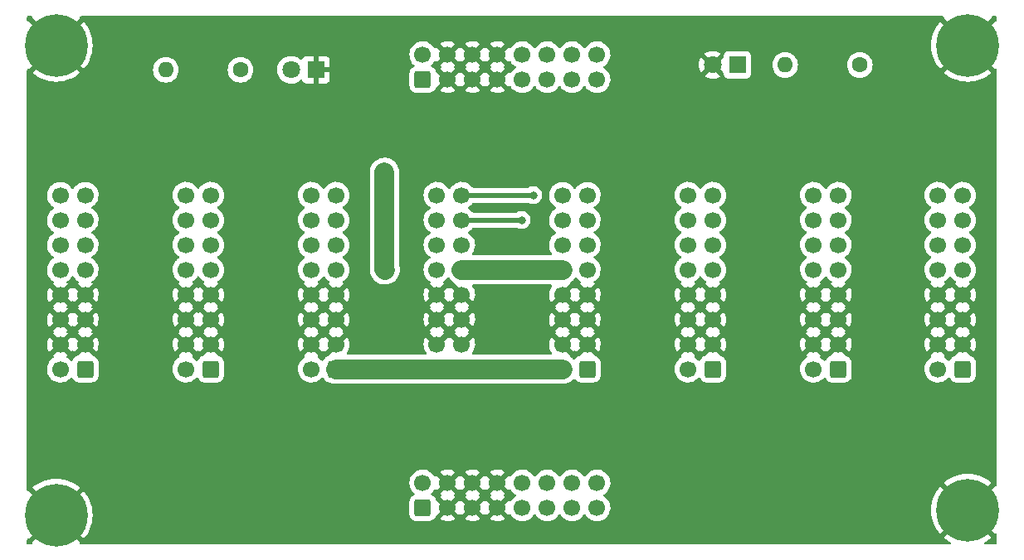
<source format=gbr>
%TF.GenerationSoftware,KiCad,Pcbnew,(6.0.0)*%
%TF.CreationDate,2022-05-27T19:13:27+02:00*%
%TF.ProjectId,Eurorack bus board,4575726f-7261-4636-9b20-62757320626f,rev?*%
%TF.SameCoordinates,Original*%
%TF.FileFunction,Copper,L2,Bot*%
%TF.FilePolarity,Positive*%
%FSLAX46Y46*%
G04 Gerber Fmt 4.6, Leading zero omitted, Abs format (unit mm)*
G04 Created by KiCad (PCBNEW (6.0.0)) date 2022-05-27 19:13:27*
%MOMM*%
%LPD*%
G01*
G04 APERTURE LIST*
G04 Aperture macros list*
%AMRoundRect*
0 Rectangle with rounded corners*
0 $1 Rounding radius*
0 $2 $3 $4 $5 $6 $7 $8 $9 X,Y pos of 4 corners*
0 Add a 4 corners polygon primitive as box body*
4,1,4,$2,$3,$4,$5,$6,$7,$8,$9,$2,$3,0*
0 Add four circle primitives for the rounded corners*
1,1,$1+$1,$2,$3*
1,1,$1+$1,$4,$5*
1,1,$1+$1,$6,$7*
1,1,$1+$1,$8,$9*
0 Add four rect primitives between the rounded corners*
20,1,$1+$1,$2,$3,$4,$5,0*
20,1,$1+$1,$4,$5,$6,$7,0*
20,1,$1+$1,$6,$7,$8,$9,0*
20,1,$1+$1,$8,$9,$2,$3,0*%
G04 Aperture macros list end*
%TA.AperFunction,ComponentPad*%
%ADD10RoundRect,0.250000X0.600000X0.600000X-0.600000X0.600000X-0.600000X-0.600000X0.600000X-0.600000X0*%
%TD*%
%TA.AperFunction,ComponentPad*%
%ADD11C,1.700000*%
%TD*%
%TA.AperFunction,ComponentPad*%
%ADD12C,6.400000*%
%TD*%
%TA.AperFunction,ComponentPad*%
%ADD13R,1.800000X1.800000*%
%TD*%
%TA.AperFunction,ComponentPad*%
%ADD14C,1.800000*%
%TD*%
%TA.AperFunction,ComponentPad*%
%ADD15C,1.600000*%
%TD*%
%TA.AperFunction,ComponentPad*%
%ADD16O,1.600000X1.600000*%
%TD*%
%TA.AperFunction,ComponentPad*%
%ADD17RoundRect,0.250000X0.600000X-0.600000X0.600000X0.600000X-0.600000X0.600000X-0.600000X-0.600000X0*%
%TD*%
%TA.AperFunction,ViaPad*%
%ADD18C,0.800000*%
%TD*%
%TA.AperFunction,Conductor*%
%ADD19C,2.000000*%
%TD*%
%TA.AperFunction,Conductor*%
%ADD20C,0.500000*%
%TD*%
G04 APERTURE END LIST*
D10*
%TO.P,J7,1,Pin_1*%
%TO.N,-12V*%
X120500712Y-131594000D03*
D11*
%TO.P,J7,2,Pin_2*%
X117960712Y-131594000D03*
%TO.P,J7,3,Pin_3*%
%TO.N,GND*%
X120500712Y-129054000D03*
%TO.P,J7,4,Pin_4*%
X117960712Y-129054000D03*
%TO.P,J7,5,Pin_5*%
X120500712Y-126514000D03*
%TO.P,J7,6,Pin_6*%
X117960712Y-126514000D03*
%TO.P,J7,7,Pin_7*%
X120500712Y-123974000D03*
%TO.P,J7,8,Pin_8*%
X117960712Y-123974000D03*
%TO.P,J7,9,Pin_9*%
%TO.N,+12V*%
X120500712Y-121434000D03*
%TO.P,J7,10,Pin_10*%
X117960712Y-121434000D03*
%TO.P,J7,11,Pin_11*%
%TO.N,+5V*%
X120500712Y-118894000D03*
%TO.P,J7,12,Pin_12*%
X117960712Y-118894000D03*
%TO.P,J7,13,Pin_13*%
%TO.N,CV*%
X120500712Y-116354000D03*
%TO.P,J7,14,Pin_14*%
X117960712Y-116354000D03*
%TO.P,J7,15,Pin_15*%
%TO.N,GATE*%
X120500712Y-113814000D03*
%TO.P,J7,16,Pin_16*%
X117960712Y-113814000D03*
%TD*%
D12*
%TO.P,H4,1,1*%
%TO.N,GND*%
X53500000Y-146500000D03*
%TD*%
D10*
%TO.P,J8,1,Pin_1*%
%TO.N,-12V*%
X133308390Y-131594000D03*
D11*
%TO.P,J8,2,Pin_2*%
X130768390Y-131594000D03*
%TO.P,J8,3,Pin_3*%
%TO.N,GND*%
X133308390Y-129054000D03*
%TO.P,J8,4,Pin_4*%
X130768390Y-129054000D03*
%TO.P,J8,5,Pin_5*%
X133308390Y-126514000D03*
%TO.P,J8,6,Pin_6*%
X130768390Y-126514000D03*
%TO.P,J8,7,Pin_7*%
X133308390Y-123974000D03*
%TO.P,J8,8,Pin_8*%
X130768390Y-123974000D03*
%TO.P,J8,9,Pin_9*%
%TO.N,+12V*%
X133308390Y-121434000D03*
%TO.P,J8,10,Pin_10*%
X130768390Y-121434000D03*
%TO.P,J8,11,Pin_11*%
%TO.N,+5V*%
X133308390Y-118894000D03*
%TO.P,J8,12,Pin_12*%
X130768390Y-118894000D03*
%TO.P,J8,13,Pin_13*%
%TO.N,CV*%
X133308390Y-116354000D03*
%TO.P,J8,14,Pin_14*%
X130768390Y-116354000D03*
%TO.P,J8,15,Pin_15*%
%TO.N,GATE*%
X133308390Y-113814000D03*
%TO.P,J8,16,Pin_16*%
X130768390Y-113814000D03*
%TD*%
D10*
%TO.P,J5,1,Pin_1*%
%TO.N,-12V*%
X94885356Y-131594000D03*
D11*
%TO.P,J5,2,Pin_2*%
X92345356Y-131594000D03*
%TO.P,J5,3,Pin_3*%
%TO.N,GND*%
X94885356Y-129054000D03*
%TO.P,J5,4,Pin_4*%
X92345356Y-129054000D03*
%TO.P,J5,5,Pin_5*%
X94885356Y-126514000D03*
%TO.P,J5,6,Pin_6*%
X92345356Y-126514000D03*
%TO.P,J5,7,Pin_7*%
X94885356Y-123974000D03*
%TO.P,J5,8,Pin_8*%
X92345356Y-123974000D03*
%TO.P,J5,9,Pin_9*%
%TO.N,+12V*%
X94885356Y-121434000D03*
%TO.P,J5,10,Pin_10*%
X92345356Y-121434000D03*
%TO.P,J5,11,Pin_11*%
%TO.N,+5V*%
X94885356Y-118894000D03*
%TO.P,J5,12,Pin_12*%
X92345356Y-118894000D03*
%TO.P,J5,13,Pin_13*%
%TO.N,CV*%
X94885356Y-116354000D03*
%TO.P,J5,14,Pin_14*%
X92345356Y-116354000D03*
%TO.P,J5,15,Pin_15*%
%TO.N,GATE*%
X94885356Y-113814000D03*
%TO.P,J5,16,Pin_16*%
X92345356Y-113814000D03*
%TD*%
D13*
%TO.P,D1,1,K*%
%TO.N,GND*%
X80000000Y-101000000D03*
D14*
%TO.P,D1,2,A*%
%TO.N,Net-(D1-Pad2)*%
X77460000Y-101000000D03*
%TD*%
D10*
%TO.P,J3,1,Pin_1*%
%TO.N,-12V*%
X69270000Y-131594000D03*
D11*
%TO.P,J3,2,Pin_2*%
X66730000Y-131594000D03*
%TO.P,J3,3,Pin_3*%
%TO.N,GND*%
X69270000Y-129054000D03*
%TO.P,J3,4,Pin_4*%
X66730000Y-129054000D03*
%TO.P,J3,5,Pin_5*%
X69270000Y-126514000D03*
%TO.P,J3,6,Pin_6*%
X66730000Y-126514000D03*
%TO.P,J3,7,Pin_7*%
X69270000Y-123974000D03*
%TO.P,J3,8,Pin_8*%
X66730000Y-123974000D03*
%TO.P,J3,9,Pin_9*%
%TO.N,+12V*%
X69270000Y-121434000D03*
%TO.P,J3,10,Pin_10*%
X66730000Y-121434000D03*
%TO.P,J3,11,Pin_11*%
%TO.N,+5V*%
X69270000Y-118894000D03*
%TO.P,J3,12,Pin_12*%
X66730000Y-118894000D03*
%TO.P,J3,13,Pin_13*%
%TO.N,CV*%
X69270000Y-116354000D03*
%TO.P,J3,14,Pin_14*%
X66730000Y-116354000D03*
%TO.P,J3,15,Pin_15*%
%TO.N,GATE*%
X69270000Y-113814000D03*
%TO.P,J3,16,Pin_16*%
X66730000Y-113814000D03*
%TD*%
D10*
%TO.P,J4,1,Pin_1*%
%TO.N,-12V*%
X82077678Y-131594000D03*
D11*
%TO.P,J4,2,Pin_2*%
X79537678Y-131594000D03*
%TO.P,J4,3,Pin_3*%
%TO.N,GND*%
X82077678Y-129054000D03*
%TO.P,J4,4,Pin_4*%
X79537678Y-129054000D03*
%TO.P,J4,5,Pin_5*%
X82077678Y-126514000D03*
%TO.P,J4,6,Pin_6*%
X79537678Y-126514000D03*
%TO.P,J4,7,Pin_7*%
X82077678Y-123974000D03*
%TO.P,J4,8,Pin_8*%
X79537678Y-123974000D03*
%TO.P,J4,9,Pin_9*%
%TO.N,+12V*%
X82077678Y-121434000D03*
%TO.P,J4,10,Pin_10*%
X79537678Y-121434000D03*
%TO.P,J4,11,Pin_11*%
%TO.N,+5V*%
X82077678Y-118894000D03*
%TO.P,J4,12,Pin_12*%
X79537678Y-118894000D03*
%TO.P,J4,13,Pin_13*%
%TO.N,CV*%
X82077678Y-116354000D03*
%TO.P,J4,14,Pin_14*%
X79537678Y-116354000D03*
%TO.P,J4,15,Pin_15*%
%TO.N,GATE*%
X82077678Y-113814000D03*
%TO.P,J4,16,Pin_16*%
X79537678Y-113814000D03*
%TD*%
D15*
%TO.P,R1,1*%
%TO.N,Net-(D1-Pad2)*%
X72310000Y-101000000D03*
D16*
%TO.P,R1,2*%
%TO.N,+12V*%
X64690000Y-101000000D03*
%TD*%
D10*
%TO.P,J6,1,Pin_1*%
%TO.N,-12V*%
X107693034Y-131594000D03*
D11*
%TO.P,J6,2,Pin_2*%
X105153034Y-131594000D03*
%TO.P,J6,3,Pin_3*%
%TO.N,GND*%
X107693034Y-129054000D03*
%TO.P,J6,4,Pin_4*%
X105153034Y-129054000D03*
%TO.P,J6,5,Pin_5*%
X107693034Y-126514000D03*
%TO.P,J6,6,Pin_6*%
X105153034Y-126514000D03*
%TO.P,J6,7,Pin_7*%
X107693034Y-123974000D03*
%TO.P,J6,8,Pin_8*%
X105153034Y-123974000D03*
%TO.P,J6,9,Pin_9*%
%TO.N,+12V*%
X107693034Y-121434000D03*
%TO.P,J6,10,Pin_10*%
X105153034Y-121434000D03*
%TO.P,J6,11,Pin_11*%
%TO.N,+5V*%
X107693034Y-118894000D03*
%TO.P,J6,12,Pin_12*%
X105153034Y-118894000D03*
%TO.P,J6,13,Pin_13*%
%TO.N,CV*%
X107693034Y-116354000D03*
%TO.P,J6,14,Pin_14*%
X105153034Y-116354000D03*
%TO.P,J6,15,Pin_15*%
%TO.N,GATE*%
X107693034Y-113814000D03*
%TO.P,J6,16,Pin_16*%
X105153034Y-113814000D03*
%TD*%
D15*
%TO.P,R2,1*%
%TO.N,-12V*%
X135500000Y-100500000D03*
D16*
%TO.P,R2,2*%
%TO.N,Net-(D2-Pad1)*%
X127880000Y-100500000D03*
%TD*%
D12*
%TO.P,H3,1,1*%
%TO.N,GND*%
X146500000Y-146000000D03*
%TD*%
D17*
%TO.P,J1,1,Pin_1*%
%TO.N,-12V*%
X90906000Y-102000000D03*
D11*
%TO.P,J1,2,Pin_2*%
X90906000Y-99460000D03*
%TO.P,J1,3,Pin_3*%
%TO.N,GND*%
X93446000Y-102000000D03*
%TO.P,J1,4,Pin_4*%
X93446000Y-99460000D03*
%TO.P,J1,5,Pin_5*%
X95986000Y-102000000D03*
%TO.P,J1,6,Pin_6*%
X95986000Y-99460000D03*
%TO.P,J1,7,Pin_7*%
X98526000Y-102000000D03*
%TO.P,J1,8,Pin_8*%
X98526000Y-99460000D03*
%TO.P,J1,9,Pin_9*%
%TO.N,+12V*%
X101066000Y-102000000D03*
%TO.P,J1,10,Pin_10*%
X101066000Y-99460000D03*
%TO.P,J1,11,Pin_11*%
%TO.N,+5V*%
X103606000Y-102000000D03*
%TO.P,J1,12,Pin_12*%
X103606000Y-99460000D03*
%TO.P,J1,13,Pin_13*%
%TO.N,CV*%
X106146000Y-102000000D03*
%TO.P,J1,14,Pin_14*%
X106146000Y-99460000D03*
%TO.P,J1,15,Pin_15*%
%TO.N,GATE*%
X108686000Y-102000000D03*
%TO.P,J1,16,Pin_16*%
X108686000Y-99460000D03*
%TD*%
D10*
%TO.P,J2,1,Pin_1*%
%TO.N,-12V*%
X56462318Y-131594000D03*
D11*
%TO.P,J2,2,Pin_2*%
X53922318Y-131594000D03*
%TO.P,J2,3,Pin_3*%
%TO.N,GND*%
X56462318Y-129054000D03*
%TO.P,J2,4,Pin_4*%
X53922318Y-129054000D03*
%TO.P,J2,5,Pin_5*%
X56462318Y-126514000D03*
%TO.P,J2,6,Pin_6*%
X53922318Y-126514000D03*
%TO.P,J2,7,Pin_7*%
X56462318Y-123974000D03*
%TO.P,J2,8,Pin_8*%
X53922318Y-123974000D03*
%TO.P,J2,9,Pin_9*%
%TO.N,+12V*%
X56462318Y-121434000D03*
%TO.P,J2,10,Pin_10*%
X53922318Y-121434000D03*
%TO.P,J2,11,Pin_11*%
%TO.N,+5V*%
X56462318Y-118894000D03*
%TO.P,J2,12,Pin_12*%
X53922318Y-118894000D03*
%TO.P,J2,13,Pin_13*%
%TO.N,CV*%
X56462318Y-116354000D03*
%TO.P,J2,14,Pin_14*%
X53922318Y-116354000D03*
%TO.P,J2,15,Pin_15*%
%TO.N,GATE*%
X56462318Y-113814000D03*
%TO.P,J2,16,Pin_16*%
X53922318Y-113814000D03*
%TD*%
D12*
%TO.P,H1,1,1*%
%TO.N,GND*%
X53500000Y-98500000D03*
%TD*%
D10*
%TO.P,J9,1,Pin_1*%
%TO.N,-12V*%
X146000000Y-131594000D03*
D11*
%TO.P,J9,2,Pin_2*%
X143460000Y-131594000D03*
%TO.P,J9,3,Pin_3*%
%TO.N,GND*%
X146000000Y-129054000D03*
%TO.P,J9,4,Pin_4*%
X143460000Y-129054000D03*
%TO.P,J9,5,Pin_5*%
X146000000Y-126514000D03*
%TO.P,J9,6,Pin_6*%
X143460000Y-126514000D03*
%TO.P,J9,7,Pin_7*%
X146000000Y-123974000D03*
%TO.P,J9,8,Pin_8*%
X143460000Y-123974000D03*
%TO.P,J9,9,Pin_9*%
%TO.N,+12V*%
X146000000Y-121434000D03*
%TO.P,J9,10,Pin_10*%
X143460000Y-121434000D03*
%TO.P,J9,11,Pin_11*%
%TO.N,+5V*%
X146000000Y-118894000D03*
%TO.P,J9,12,Pin_12*%
X143460000Y-118894000D03*
%TO.P,J9,13,Pin_13*%
%TO.N,CV*%
X146000000Y-116354000D03*
%TO.P,J9,14,Pin_14*%
X143460000Y-116354000D03*
%TO.P,J9,15,Pin_15*%
%TO.N,GATE*%
X146000000Y-113814000D03*
%TO.P,J9,16,Pin_16*%
X143460000Y-113814000D03*
%TD*%
D13*
%TO.P,D2,1,K*%
%TO.N,Net-(D2-Pad1)*%
X123000000Y-100500000D03*
D14*
%TO.P,D2,2,A*%
%TO.N,GND*%
X120460000Y-100500000D03*
%TD*%
D12*
%TO.P,H2,1,1*%
%TO.N,GND*%
X146500000Y-98500000D03*
%TD*%
D17*
%TO.P,J10,1,Pin_1*%
%TO.N,-12V*%
X90906000Y-145770000D03*
D11*
%TO.P,J10,2,Pin_2*%
X90906000Y-143230000D03*
%TO.P,J10,3,Pin_3*%
%TO.N,GND*%
X93446000Y-145770000D03*
%TO.P,J10,4,Pin_4*%
X93446000Y-143230000D03*
%TO.P,J10,5,Pin_5*%
X95986000Y-145770000D03*
%TO.P,J10,6,Pin_6*%
X95986000Y-143230000D03*
%TO.P,J10,7,Pin_7*%
X98526000Y-145770000D03*
%TO.P,J10,8,Pin_8*%
X98526000Y-143230000D03*
%TO.P,J10,9,Pin_9*%
%TO.N,+12V*%
X101066000Y-145770000D03*
%TO.P,J10,10,Pin_10*%
X101066000Y-143230000D03*
%TO.P,J10,11,Pin_11*%
%TO.N,+5V*%
X103606000Y-145770000D03*
%TO.P,J10,12,Pin_12*%
X103606000Y-143230000D03*
%TO.P,J10,13,Pin_13*%
%TO.N,CV*%
X106146000Y-145770000D03*
%TO.P,J10,14,Pin_14*%
X106146000Y-143230000D03*
%TO.P,J10,15,Pin_15*%
%TO.N,GATE*%
X108686000Y-145770000D03*
%TO.P,J10,16,Pin_16*%
X108686000Y-143230000D03*
%TD*%
D18*
%TO.N,+12V*%
X87000000Y-111500000D03*
X87066000Y-121434000D03*
%TO.N,CV*%
X101000000Y-116354000D03*
%TO.N,GATE*%
X102186000Y-113814000D03*
%TD*%
D19*
%TO.N,-12V*%
X88906000Y-131594000D02*
X82077678Y-131594000D01*
X105153034Y-131594000D02*
X88906000Y-131594000D01*
%TO.N,+12V*%
X100066000Y-121434000D02*
X94885356Y-121434000D01*
X105153034Y-121434000D02*
X100066000Y-121434000D01*
X87000000Y-111500000D02*
X87000000Y-121368000D01*
X87000000Y-121368000D02*
X87066000Y-121434000D01*
D20*
%TO.N,CV*%
X94885356Y-116354000D02*
X101000000Y-116354000D01*
%TO.N,GATE*%
X94885356Y-113814000D02*
X102186000Y-113814000D01*
%TD*%
%TA.AperFunction,Conductor*%
%TO.N,GND*%
G36*
X51030853Y-95528002D02*
G01*
X51077346Y-95581658D01*
X51087450Y-95651932D01*
X51067368Y-95703150D01*
X51074034Y-95714824D01*
X53487188Y-98127978D01*
X53501132Y-98135592D01*
X53502965Y-98135461D01*
X53509580Y-98131210D01*
X55925100Y-95715690D01*
X55932714Y-95701746D01*
X55932447Y-95698011D01*
X55912269Y-95640596D01*
X55928677Y-95571521D01*
X55979826Y-95522283D01*
X56038096Y-95508000D01*
X143962732Y-95508000D01*
X144030853Y-95528002D01*
X144077346Y-95581658D01*
X144087450Y-95651932D01*
X144067368Y-95703150D01*
X144074034Y-95714824D01*
X146487188Y-98127978D01*
X146501132Y-98135592D01*
X146502965Y-98135461D01*
X146509580Y-98131210D01*
X148925100Y-95715690D01*
X148932714Y-95701746D01*
X148932447Y-95698011D01*
X148912269Y-95640596D01*
X148928677Y-95571521D01*
X148979826Y-95522283D01*
X149038096Y-95508000D01*
X149366000Y-95508000D01*
X149434121Y-95528002D01*
X149480614Y-95581658D01*
X149492000Y-95634000D01*
X149492000Y-95962732D01*
X149471998Y-96030853D01*
X149418342Y-96077346D01*
X149348068Y-96087450D01*
X149296850Y-96067368D01*
X149285176Y-96074034D01*
X146872022Y-98487188D01*
X146864408Y-98501132D01*
X146864539Y-98502965D01*
X146868790Y-98509580D01*
X149284310Y-100925100D01*
X149298254Y-100932714D01*
X149301989Y-100932447D01*
X149359404Y-100912269D01*
X149428479Y-100928677D01*
X149477717Y-100979826D01*
X149492000Y-101038096D01*
X149492000Y-143462732D01*
X149471998Y-143530853D01*
X149418342Y-143577346D01*
X149348068Y-143587450D01*
X149296850Y-143567368D01*
X149285176Y-143574034D01*
X146872022Y-145987188D01*
X146864408Y-146001132D01*
X146864539Y-146002965D01*
X146868790Y-146009580D01*
X149284310Y-148425100D01*
X149298254Y-148432714D01*
X149301989Y-148432447D01*
X149359404Y-148412269D01*
X149428479Y-148428677D01*
X149477717Y-148479826D01*
X149492000Y-148538096D01*
X149492000Y-149366000D01*
X149471998Y-149434121D01*
X149418342Y-149480614D01*
X149366000Y-149492000D01*
X148338965Y-149492000D01*
X148270844Y-149471998D01*
X148224351Y-149418342D01*
X148214247Y-149348068D01*
X148243741Y-149283488D01*
X148281762Y-149253733D01*
X148353606Y-149217127D01*
X148359315Y-149213830D01*
X148679728Y-149005751D01*
X148685065Y-149001874D01*
X148923835Y-148808522D01*
X148932300Y-148796267D01*
X148925966Y-148785176D01*
X146512812Y-146372022D01*
X146498868Y-146364408D01*
X146497035Y-146364539D01*
X146490420Y-146368790D01*
X144074900Y-148784310D01*
X144067759Y-148797386D01*
X144075216Y-148807753D01*
X144314935Y-149001874D01*
X144320272Y-149005751D01*
X144640685Y-149213830D01*
X144646394Y-149217127D01*
X144718238Y-149253733D01*
X144769853Y-149302481D01*
X144786919Y-149371396D01*
X144764018Y-149438598D01*
X144708421Y-149482750D01*
X144661035Y-149492000D01*
X56037268Y-149492000D01*
X55969147Y-149471998D01*
X55922654Y-149418342D01*
X55912550Y-149348068D01*
X55932632Y-149296850D01*
X55925966Y-149285176D01*
X53512812Y-146872022D01*
X53498868Y-146864408D01*
X53497035Y-146864539D01*
X53490420Y-146868790D01*
X51074900Y-149284310D01*
X51067286Y-149298254D01*
X51067553Y-149301989D01*
X51087731Y-149359404D01*
X51071323Y-149428479D01*
X51020174Y-149477717D01*
X50961904Y-149492000D01*
X50634000Y-149492000D01*
X50565879Y-149471998D01*
X50519386Y-149418342D01*
X50508000Y-149366000D01*
X50508000Y-149037268D01*
X50528002Y-148969147D01*
X50581658Y-148922654D01*
X50651932Y-148912550D01*
X50703150Y-148932632D01*
X50714824Y-148925966D01*
X53127978Y-146512812D01*
X53134356Y-146501132D01*
X53864408Y-146501132D01*
X53864539Y-146502965D01*
X53868790Y-146509580D01*
X56284310Y-148925100D01*
X56297386Y-148932241D01*
X56307753Y-148924784D01*
X56501877Y-148685061D01*
X56505747Y-148679735D01*
X56713831Y-148359313D01*
X56717128Y-148353603D01*
X56890578Y-148013189D01*
X56893260Y-148007164D01*
X57030171Y-147650498D01*
X57032212Y-147644216D01*
X57131094Y-147275184D01*
X57132465Y-147268734D01*
X57192234Y-146891371D01*
X57192920Y-146884833D01*
X57212916Y-146503301D01*
X57212916Y-146496699D01*
X57192920Y-146115167D01*
X57192234Y-146108629D01*
X57132465Y-145731266D01*
X57131094Y-145724816D01*
X57032212Y-145355784D01*
X57030171Y-145349502D01*
X56893260Y-144992836D01*
X56890578Y-144986811D01*
X56717128Y-144646397D01*
X56713831Y-144640687D01*
X56505747Y-144320265D01*
X56501877Y-144314939D01*
X56308522Y-144076165D01*
X56296267Y-144067700D01*
X56285176Y-144074034D01*
X53872022Y-146487188D01*
X53864408Y-146501132D01*
X53134356Y-146501132D01*
X53135592Y-146498868D01*
X53135461Y-146497035D01*
X53131210Y-146490420D01*
X50715690Y-144074900D01*
X50701746Y-144067286D01*
X50698011Y-144067553D01*
X50640596Y-144087731D01*
X50571521Y-144071323D01*
X50522283Y-144020174D01*
X50508000Y-143961904D01*
X50508000Y-143703733D01*
X51067700Y-143703733D01*
X51074034Y-143714824D01*
X53487188Y-146127978D01*
X53501132Y-146135592D01*
X53502965Y-146135461D01*
X53509580Y-146131210D01*
X55925100Y-143715690D01*
X55932241Y-143702614D01*
X55924784Y-143692247D01*
X55685065Y-143498126D01*
X55679728Y-143494249D01*
X55359315Y-143286170D01*
X55353606Y-143282873D01*
X55184472Y-143196695D01*
X89543251Y-143196695D01*
X89543548Y-143201848D01*
X89543548Y-143201851D01*
X89549011Y-143296590D01*
X89556110Y-143419715D01*
X89557247Y-143424761D01*
X89557248Y-143424767D01*
X89565804Y-143462732D01*
X89605222Y-143637639D01*
X89643461Y-143731811D01*
X89677216Y-143814939D01*
X89689266Y-143844616D01*
X89740019Y-143927438D01*
X89803291Y-144030688D01*
X89805987Y-144035088D01*
X89952250Y-144203938D01*
X90022344Y-144262131D01*
X90061979Y-144321033D01*
X90063477Y-144392014D01*
X90026363Y-144452537D01*
X89995312Y-144473175D01*
X89988996Y-144476134D01*
X89982054Y-144478450D01*
X89831652Y-144571522D01*
X89706695Y-144696697D01*
X89702855Y-144702927D01*
X89702854Y-144702928D01*
X89659630Y-144773051D01*
X89613885Y-144847262D01*
X89593606Y-144908401D01*
X89565601Y-144992836D01*
X89558203Y-145015139D01*
X89557503Y-145021975D01*
X89557502Y-145021978D01*
X89553091Y-145065031D01*
X89547500Y-145119600D01*
X89547500Y-146420400D01*
X89547837Y-146423646D01*
X89547837Y-146423650D01*
X89556102Y-146503301D01*
X89558474Y-146526166D01*
X89560655Y-146532702D01*
X89560655Y-146532704D01*
X89604728Y-146664806D01*
X89614450Y-146693946D01*
X89707522Y-146844348D01*
X89832697Y-146969305D01*
X89838927Y-146973145D01*
X89838928Y-146973146D01*
X89976090Y-147057694D01*
X89983262Y-147062115D01*
X90035915Y-147079579D01*
X90144611Y-147115632D01*
X90144613Y-147115632D01*
X90151139Y-147117797D01*
X90157975Y-147118497D01*
X90157978Y-147118498D01*
X90192531Y-147122038D01*
X90255600Y-147128500D01*
X91556400Y-147128500D01*
X91559646Y-147128163D01*
X91559650Y-147128163D01*
X91655308Y-147118238D01*
X91655312Y-147118237D01*
X91662166Y-147117526D01*
X91668702Y-147115345D01*
X91668704Y-147115345D01*
X91800806Y-147071272D01*
X91829946Y-147061550D01*
X91980348Y-146968478D01*
X92053845Y-146894853D01*
X92685977Y-146894853D01*
X92691258Y-146901907D01*
X92852756Y-146996279D01*
X92862042Y-147000729D01*
X93061001Y-147076703D01*
X93070899Y-147079579D01*
X93279595Y-147122038D01*
X93289823Y-147123257D01*
X93502650Y-147131062D01*
X93512936Y-147130595D01*
X93724185Y-147103534D01*
X93734262Y-147101392D01*
X93938255Y-147040191D01*
X93947842Y-147036433D01*
X94139098Y-146942738D01*
X94147944Y-146937465D01*
X94195247Y-146903723D01*
X94202211Y-146894853D01*
X95225977Y-146894853D01*
X95231258Y-146901907D01*
X95392756Y-146996279D01*
X95402042Y-147000729D01*
X95601001Y-147076703D01*
X95610899Y-147079579D01*
X95819595Y-147122038D01*
X95829823Y-147123257D01*
X96042650Y-147131062D01*
X96052936Y-147130595D01*
X96264185Y-147103534D01*
X96274262Y-147101392D01*
X96478255Y-147040191D01*
X96487842Y-147036433D01*
X96679098Y-146942738D01*
X96687944Y-146937465D01*
X96735247Y-146903723D01*
X96742211Y-146894853D01*
X97765977Y-146894853D01*
X97771258Y-146901907D01*
X97932756Y-146996279D01*
X97942042Y-147000729D01*
X98141001Y-147076703D01*
X98150899Y-147079579D01*
X98359595Y-147122038D01*
X98369823Y-147123257D01*
X98582650Y-147131062D01*
X98592936Y-147130595D01*
X98804185Y-147103534D01*
X98814262Y-147101392D01*
X99018255Y-147040191D01*
X99027842Y-147036433D01*
X99219098Y-146942738D01*
X99227944Y-146937465D01*
X99275247Y-146903723D01*
X99283648Y-146893023D01*
X99276660Y-146879870D01*
X98538812Y-146142022D01*
X98524868Y-146134408D01*
X98523035Y-146134539D01*
X98516420Y-146138790D01*
X97772737Y-146882473D01*
X97765977Y-146894853D01*
X96742211Y-146894853D01*
X96743648Y-146893023D01*
X96736660Y-146879870D01*
X95998812Y-146142022D01*
X95984868Y-146134408D01*
X95983035Y-146134539D01*
X95976420Y-146138790D01*
X95232737Y-146882473D01*
X95225977Y-146894853D01*
X94202211Y-146894853D01*
X94203648Y-146893023D01*
X94196660Y-146879870D01*
X93458812Y-146142022D01*
X93444868Y-146134408D01*
X93443035Y-146134539D01*
X93436420Y-146138790D01*
X92692737Y-146882473D01*
X92685977Y-146894853D01*
X92053845Y-146894853D01*
X92105305Y-146843303D01*
X92127357Y-146807529D01*
X92194275Y-146698968D01*
X92194276Y-146698966D01*
X92198115Y-146692738D01*
X92222913Y-146617975D01*
X92263342Y-146559616D01*
X92292630Y-146541934D01*
X92331694Y-146525096D01*
X93073978Y-145782812D01*
X93080356Y-145771132D01*
X93810408Y-145771132D01*
X93810539Y-145772965D01*
X93814790Y-145779580D01*
X94556474Y-146521264D01*
X94568484Y-146527823D01*
X94580223Y-146518855D01*
X94614022Y-146471819D01*
X94615149Y-146472629D01*
X94662659Y-146428881D01*
X94732596Y-146416661D01*
X94798038Y-146444191D01*
X94825870Y-146476029D01*
X94852459Y-146519419D01*
X94862916Y-146528880D01*
X94871694Y-146525096D01*
X95613978Y-145782812D01*
X95620356Y-145771132D01*
X96350408Y-145771132D01*
X96350539Y-145772965D01*
X96354790Y-145779580D01*
X97096474Y-146521264D01*
X97108484Y-146527823D01*
X97120223Y-146518855D01*
X97154022Y-146471819D01*
X97155149Y-146472629D01*
X97202659Y-146428881D01*
X97272596Y-146416661D01*
X97338038Y-146444191D01*
X97365870Y-146476029D01*
X97392459Y-146519419D01*
X97402916Y-146528880D01*
X97411694Y-146525096D01*
X98153978Y-145782812D01*
X98160356Y-145771132D01*
X98890408Y-145771132D01*
X98890539Y-145772965D01*
X98894790Y-145779580D01*
X99636474Y-146521264D01*
X99648484Y-146527823D01*
X99660223Y-146518855D01*
X99694022Y-146471819D01*
X99695277Y-146472721D01*
X99742391Y-146429355D01*
X99812330Y-146417148D01*
X99877767Y-146444691D01*
X99905580Y-146476513D01*
X99963287Y-146570683D01*
X99963291Y-146570688D01*
X99965987Y-146575088D01*
X100112250Y-146743938D01*
X100284126Y-146886632D01*
X100477000Y-146999338D01*
X100685692Y-147079030D01*
X100690760Y-147080061D01*
X100690763Y-147080062D01*
X100795604Y-147101392D01*
X100904597Y-147123567D01*
X100909772Y-147123757D01*
X100909774Y-147123757D01*
X101122673Y-147131564D01*
X101122677Y-147131564D01*
X101127837Y-147131753D01*
X101132957Y-147131097D01*
X101132959Y-147131097D01*
X101344288Y-147104025D01*
X101344289Y-147104025D01*
X101349416Y-147103368D01*
X101354366Y-147101883D01*
X101558429Y-147040661D01*
X101558434Y-147040659D01*
X101563384Y-147039174D01*
X101763994Y-146940896D01*
X101945860Y-146811173D01*
X102104096Y-146653489D01*
X102234453Y-146472077D01*
X102235776Y-146473028D01*
X102282645Y-146429857D01*
X102352580Y-146417625D01*
X102418026Y-146445144D01*
X102445875Y-146476994D01*
X102457950Y-146496699D01*
X102505987Y-146575088D01*
X102652250Y-146743938D01*
X102824126Y-146886632D01*
X103017000Y-146999338D01*
X103225692Y-147079030D01*
X103230760Y-147080061D01*
X103230763Y-147080062D01*
X103335604Y-147101392D01*
X103444597Y-147123567D01*
X103449772Y-147123757D01*
X103449774Y-147123757D01*
X103662673Y-147131564D01*
X103662677Y-147131564D01*
X103667837Y-147131753D01*
X103672957Y-147131097D01*
X103672959Y-147131097D01*
X103884288Y-147104025D01*
X103884289Y-147104025D01*
X103889416Y-147103368D01*
X103894366Y-147101883D01*
X104098429Y-147040661D01*
X104098434Y-147040659D01*
X104103384Y-147039174D01*
X104303994Y-146940896D01*
X104485860Y-146811173D01*
X104644096Y-146653489D01*
X104774453Y-146472077D01*
X104775776Y-146473028D01*
X104822645Y-146429857D01*
X104892580Y-146417625D01*
X104958026Y-146445144D01*
X104985875Y-146476994D01*
X104997950Y-146496699D01*
X105045987Y-146575088D01*
X105192250Y-146743938D01*
X105364126Y-146886632D01*
X105557000Y-146999338D01*
X105765692Y-147079030D01*
X105770760Y-147080061D01*
X105770763Y-147080062D01*
X105875604Y-147101392D01*
X105984597Y-147123567D01*
X105989772Y-147123757D01*
X105989774Y-147123757D01*
X106202673Y-147131564D01*
X106202677Y-147131564D01*
X106207837Y-147131753D01*
X106212957Y-147131097D01*
X106212959Y-147131097D01*
X106424288Y-147104025D01*
X106424289Y-147104025D01*
X106429416Y-147103368D01*
X106434366Y-147101883D01*
X106638429Y-147040661D01*
X106638434Y-147040659D01*
X106643384Y-147039174D01*
X106843994Y-146940896D01*
X107025860Y-146811173D01*
X107184096Y-146653489D01*
X107314453Y-146472077D01*
X107315776Y-146473028D01*
X107362645Y-146429857D01*
X107432580Y-146417625D01*
X107498026Y-146445144D01*
X107525875Y-146476994D01*
X107537950Y-146496699D01*
X107585987Y-146575088D01*
X107732250Y-146743938D01*
X107904126Y-146886632D01*
X108097000Y-146999338D01*
X108305692Y-147079030D01*
X108310760Y-147080061D01*
X108310763Y-147080062D01*
X108415604Y-147101392D01*
X108524597Y-147123567D01*
X108529772Y-147123757D01*
X108529774Y-147123757D01*
X108742673Y-147131564D01*
X108742677Y-147131564D01*
X108747837Y-147131753D01*
X108752957Y-147131097D01*
X108752959Y-147131097D01*
X108964288Y-147104025D01*
X108964289Y-147104025D01*
X108969416Y-147103368D01*
X108974366Y-147101883D01*
X109178429Y-147040661D01*
X109178434Y-147040659D01*
X109183384Y-147039174D01*
X109383994Y-146940896D01*
X109565860Y-146811173D01*
X109724096Y-146653489D01*
X109854453Y-146472077D01*
X109875320Y-146429857D01*
X109951136Y-146276453D01*
X109951137Y-146276451D01*
X109953430Y-146271811D01*
X110018370Y-146058069D01*
X110025581Y-146003301D01*
X142787084Y-146003301D01*
X142807080Y-146384833D01*
X142807766Y-146391371D01*
X142867535Y-146768734D01*
X142868906Y-146775184D01*
X142967788Y-147144216D01*
X142969829Y-147150498D01*
X143106740Y-147507164D01*
X143109422Y-147513189D01*
X143282872Y-147853603D01*
X143286169Y-147859313D01*
X143494253Y-148179735D01*
X143498123Y-148185061D01*
X143691478Y-148423835D01*
X143703733Y-148432300D01*
X143714824Y-148425966D01*
X146127978Y-146012812D01*
X146135592Y-145998868D01*
X146135461Y-145997035D01*
X146131210Y-145990420D01*
X143715690Y-143574900D01*
X143702614Y-143567759D01*
X143692247Y-143575216D01*
X143498123Y-143814939D01*
X143494253Y-143820265D01*
X143286169Y-144140687D01*
X143282872Y-144146397D01*
X143109422Y-144486811D01*
X143106740Y-144492836D01*
X142969829Y-144849502D01*
X142967788Y-144855784D01*
X142868906Y-145224816D01*
X142867535Y-145231266D01*
X142807766Y-145608629D01*
X142807080Y-145615167D01*
X142787084Y-145996699D01*
X142787084Y-146003301D01*
X110025581Y-146003301D01*
X110047529Y-145836590D01*
X110049156Y-145770000D01*
X110030852Y-145547361D01*
X109976431Y-145330702D01*
X109887354Y-145125840D01*
X109797412Y-144986811D01*
X109768822Y-144942617D01*
X109768820Y-144942614D01*
X109766014Y-144938277D01*
X109615670Y-144773051D01*
X109611619Y-144769852D01*
X109611615Y-144769848D01*
X109444414Y-144637800D01*
X109444410Y-144637798D01*
X109440359Y-144634598D01*
X109399053Y-144611796D01*
X109349084Y-144561364D01*
X109334312Y-144491921D01*
X109359428Y-144425516D01*
X109386780Y-144398909D01*
X109451110Y-144353023D01*
X109565860Y-144271173D01*
X109724096Y-144113489D01*
X109783594Y-144030689D01*
X109851435Y-143936277D01*
X109854453Y-143932077D01*
X109867995Y-143904678D01*
X109951136Y-143736453D01*
X109951137Y-143736451D01*
X109953430Y-143731811D01*
X110001103Y-143574900D01*
X110016865Y-143523023D01*
X110016865Y-143523021D01*
X110018370Y-143518069D01*
X110047529Y-143296590D01*
X110049156Y-143230000D01*
X110046996Y-143203733D01*
X144067700Y-143203733D01*
X144074034Y-143214824D01*
X146487188Y-145627978D01*
X146501132Y-145635592D01*
X146502965Y-145635461D01*
X146509580Y-145631210D01*
X148925100Y-143215690D01*
X148932241Y-143202614D01*
X148924784Y-143192247D01*
X148685065Y-142998126D01*
X148679728Y-142994249D01*
X148359315Y-142786170D01*
X148353606Y-142782873D01*
X148013189Y-142609422D01*
X148007164Y-142606740D01*
X147650498Y-142469829D01*
X147644216Y-142467788D01*
X147275184Y-142368906D01*
X147268734Y-142367535D01*
X146891371Y-142307766D01*
X146884833Y-142307080D01*
X146503301Y-142287084D01*
X146496699Y-142287084D01*
X146115167Y-142307080D01*
X146108629Y-142307766D01*
X145731266Y-142367535D01*
X145724816Y-142368906D01*
X145355784Y-142467788D01*
X145349502Y-142469829D01*
X144992836Y-142606740D01*
X144986811Y-142609422D01*
X144646397Y-142782872D01*
X144640687Y-142786169D01*
X144320265Y-142994253D01*
X144314939Y-142998123D01*
X144076165Y-143191478D01*
X144067700Y-143203733D01*
X110046996Y-143203733D01*
X110030852Y-143007361D01*
X109976431Y-142790702D01*
X109887354Y-142585840D01*
X109766014Y-142398277D01*
X109615670Y-142233051D01*
X109611619Y-142229852D01*
X109611615Y-142229848D01*
X109444414Y-142097800D01*
X109444410Y-142097798D01*
X109440359Y-142094598D01*
X109244789Y-141986638D01*
X109239920Y-141984914D01*
X109239916Y-141984912D01*
X109039087Y-141913795D01*
X109039083Y-141913794D01*
X109034212Y-141912069D01*
X109029119Y-141911162D01*
X109029116Y-141911161D01*
X108819373Y-141873800D01*
X108819367Y-141873799D01*
X108814284Y-141872894D01*
X108740452Y-141871992D01*
X108596081Y-141870228D01*
X108596079Y-141870228D01*
X108590911Y-141870165D01*
X108370091Y-141903955D01*
X108157756Y-141973357D01*
X107959607Y-142076507D01*
X107955474Y-142079610D01*
X107955471Y-142079612D01*
X107785100Y-142207530D01*
X107780965Y-142210635D01*
X107626629Y-142372138D01*
X107519201Y-142529621D01*
X107464293Y-142574621D01*
X107393768Y-142582792D01*
X107330021Y-142551538D01*
X107309324Y-142527054D01*
X107228822Y-142402617D01*
X107228820Y-142402614D01*
X107226014Y-142398277D01*
X107075670Y-142233051D01*
X107071619Y-142229852D01*
X107071615Y-142229848D01*
X106904414Y-142097800D01*
X106904410Y-142097798D01*
X106900359Y-142094598D01*
X106704789Y-141986638D01*
X106699920Y-141984914D01*
X106699916Y-141984912D01*
X106499087Y-141913795D01*
X106499083Y-141913794D01*
X106494212Y-141912069D01*
X106489119Y-141911162D01*
X106489116Y-141911161D01*
X106279373Y-141873800D01*
X106279367Y-141873799D01*
X106274284Y-141872894D01*
X106200452Y-141871992D01*
X106056081Y-141870228D01*
X106056079Y-141870228D01*
X106050911Y-141870165D01*
X105830091Y-141903955D01*
X105617756Y-141973357D01*
X105419607Y-142076507D01*
X105415474Y-142079610D01*
X105415471Y-142079612D01*
X105245100Y-142207530D01*
X105240965Y-142210635D01*
X105086629Y-142372138D01*
X104979201Y-142529621D01*
X104924293Y-142574621D01*
X104853768Y-142582792D01*
X104790021Y-142551538D01*
X104769324Y-142527054D01*
X104688822Y-142402617D01*
X104688820Y-142402614D01*
X104686014Y-142398277D01*
X104535670Y-142233051D01*
X104531619Y-142229852D01*
X104531615Y-142229848D01*
X104364414Y-142097800D01*
X104364410Y-142097798D01*
X104360359Y-142094598D01*
X104164789Y-141986638D01*
X104159920Y-141984914D01*
X104159916Y-141984912D01*
X103959087Y-141913795D01*
X103959083Y-141913794D01*
X103954212Y-141912069D01*
X103949119Y-141911162D01*
X103949116Y-141911161D01*
X103739373Y-141873800D01*
X103739367Y-141873799D01*
X103734284Y-141872894D01*
X103660452Y-141871992D01*
X103516081Y-141870228D01*
X103516079Y-141870228D01*
X103510911Y-141870165D01*
X103290091Y-141903955D01*
X103077756Y-141973357D01*
X102879607Y-142076507D01*
X102875474Y-142079610D01*
X102875471Y-142079612D01*
X102705100Y-142207530D01*
X102700965Y-142210635D01*
X102546629Y-142372138D01*
X102439201Y-142529621D01*
X102384293Y-142574621D01*
X102313768Y-142582792D01*
X102250021Y-142551538D01*
X102229324Y-142527054D01*
X102148822Y-142402617D01*
X102148820Y-142402614D01*
X102146014Y-142398277D01*
X101995670Y-142233051D01*
X101991619Y-142229852D01*
X101991615Y-142229848D01*
X101824414Y-142097800D01*
X101824410Y-142097798D01*
X101820359Y-142094598D01*
X101624789Y-141986638D01*
X101619920Y-141984914D01*
X101619916Y-141984912D01*
X101419087Y-141913795D01*
X101419083Y-141913794D01*
X101414212Y-141912069D01*
X101409119Y-141911162D01*
X101409116Y-141911161D01*
X101199373Y-141873800D01*
X101199367Y-141873799D01*
X101194284Y-141872894D01*
X101120452Y-141871992D01*
X100976081Y-141870228D01*
X100976079Y-141870228D01*
X100970911Y-141870165D01*
X100750091Y-141903955D01*
X100537756Y-141973357D01*
X100339607Y-142076507D01*
X100335474Y-142079610D01*
X100335471Y-142079612D01*
X100165100Y-142207530D01*
X100160965Y-142210635D01*
X100006629Y-142372138D01*
X99899204Y-142529618D01*
X99898898Y-142530066D01*
X99843987Y-142575069D01*
X99773462Y-142583240D01*
X99709715Y-142551986D01*
X99689017Y-142527501D01*
X99659062Y-142481197D01*
X99648377Y-142471995D01*
X99638812Y-142476398D01*
X98898022Y-143217188D01*
X98890408Y-143231132D01*
X98890539Y-143232965D01*
X98894790Y-143239580D01*
X99636474Y-143981264D01*
X99648484Y-143987823D01*
X99660223Y-143978855D01*
X99694022Y-143931819D01*
X99695277Y-143932721D01*
X99742391Y-143889355D01*
X99812330Y-143877148D01*
X99877767Y-143904691D01*
X99905580Y-143936513D01*
X99963287Y-144030683D01*
X99963291Y-144030688D01*
X99965987Y-144035088D01*
X100112250Y-144203938D01*
X100284126Y-144346632D01*
X100295063Y-144353023D01*
X100357445Y-144389476D01*
X100406169Y-144441114D01*
X100419240Y-144510897D01*
X100392509Y-144576669D01*
X100352055Y-144610027D01*
X100339607Y-144616507D01*
X100335474Y-144619610D01*
X100335471Y-144619612D01*
X100165100Y-144747530D01*
X100160965Y-144750635D01*
X100157393Y-144754373D01*
X100074580Y-144841032D01*
X100006629Y-144912138D01*
X99899204Y-145069618D01*
X99898898Y-145070066D01*
X99843987Y-145115069D01*
X99773462Y-145123240D01*
X99709715Y-145091986D01*
X99689017Y-145067501D01*
X99659062Y-145021197D01*
X99648377Y-145011995D01*
X99638812Y-145016398D01*
X98898022Y-145757188D01*
X98890408Y-145771132D01*
X98160356Y-145771132D01*
X98161592Y-145768868D01*
X98161461Y-145767035D01*
X98157210Y-145760420D01*
X97415849Y-145019059D01*
X97404313Y-145012759D01*
X97392028Y-145022384D01*
X97359192Y-145070520D01*
X97304281Y-145115523D01*
X97233756Y-145123694D01*
X97170009Y-145092440D01*
X97149311Y-145067955D01*
X97119062Y-145021197D01*
X97108377Y-145011995D01*
X97098812Y-145016398D01*
X96358022Y-145757188D01*
X96350408Y-145771132D01*
X95620356Y-145771132D01*
X95621592Y-145768868D01*
X95621461Y-145767035D01*
X95617210Y-145760420D01*
X94875849Y-145019059D01*
X94864313Y-145012759D01*
X94852028Y-145022384D01*
X94819192Y-145070520D01*
X94764281Y-145115523D01*
X94693756Y-145123694D01*
X94630009Y-145092440D01*
X94609311Y-145067955D01*
X94579062Y-145021197D01*
X94568377Y-145011995D01*
X94558812Y-145016398D01*
X93818022Y-145757188D01*
X93810408Y-145771132D01*
X93080356Y-145771132D01*
X93081592Y-145768868D01*
X93081461Y-145767035D01*
X93077210Y-145760420D01*
X92335849Y-145019059D01*
X92295510Y-144997031D01*
X92282523Y-144994206D01*
X92232322Y-144944003D01*
X92223388Y-144923497D01*
X92199870Y-144853007D01*
X92199869Y-144853005D01*
X92197550Y-144846054D01*
X92104478Y-144695652D01*
X91979303Y-144570695D01*
X91964166Y-144561364D01*
X91886284Y-144513357D01*
X91828738Y-144477885D01*
X91821785Y-144475579D01*
X91820904Y-144475168D01*
X91767618Y-144428252D01*
X91748156Y-144359975D01*
X91749704Y-144354853D01*
X92685977Y-144354853D01*
X92691258Y-144361907D01*
X92738479Y-144389501D01*
X92787203Y-144441139D01*
X92800274Y-144510922D01*
X92773543Y-144576694D01*
X92733087Y-144610053D01*
X92724466Y-144614541D01*
X92715734Y-144620039D01*
X92695677Y-144635099D01*
X92687223Y-144646427D01*
X92693968Y-144658758D01*
X93433188Y-145397978D01*
X93447132Y-145405592D01*
X93448965Y-145405461D01*
X93455580Y-145401210D01*
X94199389Y-144657401D01*
X94206410Y-144644544D01*
X94199611Y-144635213D01*
X94195559Y-144632521D01*
X94158116Y-144611852D01*
X94108145Y-144561420D01*
X94093373Y-144491977D01*
X94118489Y-144425572D01*
X94145840Y-144398965D01*
X94195247Y-144363723D01*
X94202211Y-144354853D01*
X95225977Y-144354853D01*
X95231258Y-144361907D01*
X95278479Y-144389501D01*
X95327203Y-144441139D01*
X95340274Y-144510922D01*
X95313543Y-144576694D01*
X95273087Y-144610053D01*
X95264466Y-144614541D01*
X95255734Y-144620039D01*
X95235677Y-144635099D01*
X95227223Y-144646427D01*
X95233968Y-144658758D01*
X95973188Y-145397978D01*
X95987132Y-145405592D01*
X95988965Y-145405461D01*
X95995580Y-145401210D01*
X96739389Y-144657401D01*
X96746410Y-144644544D01*
X96739611Y-144635213D01*
X96735559Y-144632521D01*
X96698116Y-144611852D01*
X96648145Y-144561420D01*
X96633373Y-144491977D01*
X96658489Y-144425572D01*
X96685840Y-144398965D01*
X96735247Y-144363723D01*
X96742211Y-144354853D01*
X97765977Y-144354853D01*
X97771258Y-144361907D01*
X97818479Y-144389501D01*
X97867203Y-144441139D01*
X97880274Y-144510922D01*
X97853543Y-144576694D01*
X97813087Y-144610053D01*
X97804466Y-144614541D01*
X97795734Y-144620039D01*
X97775677Y-144635099D01*
X97767223Y-144646427D01*
X97773968Y-144658758D01*
X98513188Y-145397978D01*
X98527132Y-145405592D01*
X98528965Y-145405461D01*
X98535580Y-145401210D01*
X99279389Y-144657401D01*
X99286410Y-144644544D01*
X99279611Y-144635213D01*
X99275559Y-144632521D01*
X99238116Y-144611852D01*
X99188145Y-144561420D01*
X99173373Y-144491977D01*
X99198489Y-144425572D01*
X99225840Y-144398965D01*
X99275247Y-144363723D01*
X99283648Y-144353023D01*
X99276660Y-144339870D01*
X98538812Y-143602022D01*
X98524868Y-143594408D01*
X98523035Y-143594539D01*
X98516420Y-143598790D01*
X97772737Y-144342473D01*
X97765977Y-144354853D01*
X96742211Y-144354853D01*
X96743648Y-144353023D01*
X96736660Y-144339870D01*
X95998812Y-143602022D01*
X95984868Y-143594408D01*
X95983035Y-143594539D01*
X95976420Y-143598790D01*
X95232737Y-144342473D01*
X95225977Y-144354853D01*
X94202211Y-144354853D01*
X94203648Y-144353023D01*
X94196660Y-144339870D01*
X93458812Y-143602022D01*
X93444868Y-143594408D01*
X93443035Y-143594539D01*
X93436420Y-143598790D01*
X92692737Y-144342473D01*
X92685977Y-144354853D01*
X91749704Y-144354853D01*
X91768696Y-144292015D01*
X91786529Y-144271844D01*
X91785860Y-144271173D01*
X91940435Y-144117137D01*
X91944096Y-144113489D01*
X92003594Y-144030689D01*
X92074453Y-143932077D01*
X92075640Y-143932930D01*
X92122960Y-143889362D01*
X92192897Y-143877145D01*
X92258338Y-143904678D01*
X92286166Y-143936512D01*
X92312459Y-143979419D01*
X92322916Y-143988880D01*
X92331694Y-143985096D01*
X93073978Y-143242812D01*
X93080356Y-143231132D01*
X93810408Y-143231132D01*
X93810539Y-143232965D01*
X93814790Y-143239580D01*
X94556474Y-143981264D01*
X94568484Y-143987823D01*
X94580223Y-143978855D01*
X94614022Y-143931819D01*
X94615149Y-143932629D01*
X94662659Y-143888881D01*
X94732596Y-143876661D01*
X94798038Y-143904191D01*
X94825870Y-143936029D01*
X94852459Y-143979419D01*
X94862916Y-143988880D01*
X94871694Y-143985096D01*
X95613978Y-143242812D01*
X95620356Y-143231132D01*
X96350408Y-143231132D01*
X96350539Y-143232965D01*
X96354790Y-143239580D01*
X97096474Y-143981264D01*
X97108484Y-143987823D01*
X97120223Y-143978855D01*
X97154022Y-143931819D01*
X97155149Y-143932629D01*
X97202659Y-143888881D01*
X97272596Y-143876661D01*
X97338038Y-143904191D01*
X97365870Y-143936029D01*
X97392459Y-143979419D01*
X97402916Y-143988880D01*
X97411694Y-143985096D01*
X98153978Y-143242812D01*
X98161592Y-143228868D01*
X98161461Y-143227035D01*
X98157210Y-143220420D01*
X97415849Y-142479059D01*
X97404313Y-142472759D01*
X97392028Y-142482384D01*
X97359192Y-142530520D01*
X97304281Y-142575523D01*
X97233756Y-142583694D01*
X97170009Y-142552440D01*
X97149311Y-142527955D01*
X97119062Y-142481197D01*
X97108377Y-142471995D01*
X97098812Y-142476398D01*
X96358022Y-143217188D01*
X96350408Y-143231132D01*
X95620356Y-143231132D01*
X95621592Y-143228868D01*
X95621461Y-143227035D01*
X95617210Y-143220420D01*
X94875849Y-142479059D01*
X94864313Y-142472759D01*
X94852028Y-142482384D01*
X94819192Y-142530520D01*
X94764281Y-142575523D01*
X94693756Y-142583694D01*
X94630009Y-142552440D01*
X94609311Y-142527955D01*
X94579062Y-142481197D01*
X94568377Y-142471995D01*
X94558812Y-142476398D01*
X93818022Y-143217188D01*
X93810408Y-143231132D01*
X93080356Y-143231132D01*
X93081592Y-143228868D01*
X93081461Y-143227035D01*
X93077210Y-143220420D01*
X92335849Y-142479059D01*
X92324313Y-142472759D01*
X92312031Y-142482382D01*
X92279499Y-142530072D01*
X92224587Y-142575075D01*
X92154063Y-142583246D01*
X92090316Y-142551992D01*
X92069618Y-142527508D01*
X91988822Y-142402617D01*
X91988820Y-142402614D01*
X91986014Y-142398277D01*
X91835670Y-142233051D01*
X91831619Y-142229852D01*
X91831615Y-142229848D01*
X91675338Y-142106427D01*
X92687223Y-142106427D01*
X92693968Y-142118758D01*
X93433188Y-142857978D01*
X93447132Y-142865592D01*
X93448965Y-142865461D01*
X93455580Y-142861210D01*
X94199389Y-142117401D01*
X94205382Y-142106427D01*
X95227223Y-142106427D01*
X95233968Y-142118758D01*
X95973188Y-142857978D01*
X95987132Y-142865592D01*
X95988965Y-142865461D01*
X95995580Y-142861210D01*
X96739389Y-142117401D01*
X96745382Y-142106427D01*
X97767223Y-142106427D01*
X97773968Y-142118758D01*
X98513188Y-142857978D01*
X98527132Y-142865592D01*
X98528965Y-142865461D01*
X98535580Y-142861210D01*
X99279389Y-142117401D01*
X99286410Y-142104544D01*
X99279611Y-142095213D01*
X99275554Y-142092518D01*
X99089117Y-141989599D01*
X99079705Y-141985369D01*
X98878959Y-141914280D01*
X98868989Y-141911646D01*
X98659327Y-141874301D01*
X98649073Y-141873331D01*
X98436116Y-141870728D01*
X98425832Y-141871448D01*
X98215321Y-141903661D01*
X98205293Y-141906050D01*
X98002868Y-141972212D01*
X97993359Y-141976209D01*
X97804466Y-142074540D01*
X97795734Y-142080039D01*
X97775677Y-142095099D01*
X97767223Y-142106427D01*
X96745382Y-142106427D01*
X96746410Y-142104544D01*
X96739611Y-142095213D01*
X96735554Y-142092518D01*
X96549117Y-141989599D01*
X96539705Y-141985369D01*
X96338959Y-141914280D01*
X96328989Y-141911646D01*
X96119327Y-141874301D01*
X96109073Y-141873331D01*
X95896116Y-141870728D01*
X95885832Y-141871448D01*
X95675321Y-141903661D01*
X95665293Y-141906050D01*
X95462868Y-141972212D01*
X95453359Y-141976209D01*
X95264466Y-142074540D01*
X95255734Y-142080039D01*
X95235677Y-142095099D01*
X95227223Y-142106427D01*
X94205382Y-142106427D01*
X94206410Y-142104544D01*
X94199611Y-142095213D01*
X94195554Y-142092518D01*
X94009117Y-141989599D01*
X93999705Y-141985369D01*
X93798959Y-141914280D01*
X93788989Y-141911646D01*
X93579327Y-141874301D01*
X93569073Y-141873331D01*
X93356116Y-141870728D01*
X93345832Y-141871448D01*
X93135321Y-141903661D01*
X93125293Y-141906050D01*
X92922868Y-141972212D01*
X92913359Y-141976209D01*
X92724466Y-142074540D01*
X92715734Y-142080039D01*
X92695677Y-142095099D01*
X92687223Y-142106427D01*
X91675338Y-142106427D01*
X91664414Y-142097800D01*
X91664410Y-142097798D01*
X91660359Y-142094598D01*
X91464789Y-141986638D01*
X91459920Y-141984914D01*
X91459916Y-141984912D01*
X91259087Y-141913795D01*
X91259083Y-141913794D01*
X91254212Y-141912069D01*
X91249119Y-141911162D01*
X91249116Y-141911161D01*
X91039373Y-141873800D01*
X91039367Y-141873799D01*
X91034284Y-141872894D01*
X90960452Y-141871992D01*
X90816081Y-141870228D01*
X90816079Y-141870228D01*
X90810911Y-141870165D01*
X90590091Y-141903955D01*
X90377756Y-141973357D01*
X90179607Y-142076507D01*
X90175474Y-142079610D01*
X90175471Y-142079612D01*
X90005100Y-142207530D01*
X90000965Y-142210635D01*
X89846629Y-142372138D01*
X89720743Y-142556680D01*
X89626688Y-142759305D01*
X89566989Y-142974570D01*
X89543251Y-143196695D01*
X55184472Y-143196695D01*
X55013189Y-143109422D01*
X55007164Y-143106740D01*
X54650498Y-142969829D01*
X54644216Y-142967788D01*
X54275184Y-142868906D01*
X54268734Y-142867535D01*
X53891371Y-142807766D01*
X53884833Y-142807080D01*
X53503301Y-142787084D01*
X53496699Y-142787084D01*
X53115167Y-142807080D01*
X53108629Y-142807766D01*
X52731266Y-142867535D01*
X52724816Y-142868906D01*
X52355784Y-142967788D01*
X52349502Y-142969829D01*
X51992836Y-143106740D01*
X51986811Y-143109422D01*
X51646397Y-143282872D01*
X51640687Y-143286169D01*
X51320265Y-143494253D01*
X51314939Y-143498123D01*
X51076165Y-143691478D01*
X51067700Y-143703733D01*
X50508000Y-143703733D01*
X50508000Y-131560695D01*
X52559569Y-131560695D01*
X52572428Y-131783715D01*
X52573565Y-131788761D01*
X52573566Y-131788767D01*
X52597622Y-131895508D01*
X52621540Y-132001639D01*
X52705584Y-132208616D01*
X52729472Y-132247598D01*
X52792326Y-132350166D01*
X52822305Y-132399088D01*
X52968568Y-132567938D01*
X53140444Y-132710632D01*
X53333318Y-132823338D01*
X53542010Y-132903030D01*
X53547078Y-132904061D01*
X53547081Y-132904062D01*
X53654335Y-132925883D01*
X53760915Y-132947567D01*
X53766090Y-132947757D01*
X53766092Y-132947757D01*
X53978991Y-132955564D01*
X53978995Y-132955564D01*
X53984155Y-132955753D01*
X53989275Y-132955097D01*
X53989277Y-132955097D01*
X54200606Y-132928025D01*
X54200607Y-132928025D01*
X54205734Y-132927368D01*
X54210684Y-132925883D01*
X54414747Y-132864661D01*
X54414752Y-132864659D01*
X54419702Y-132863174D01*
X54620312Y-132764896D01*
X54802178Y-132635173D01*
X54960414Y-132477489D01*
X54960989Y-132478066D01*
X55016709Y-132441562D01*
X55087703Y-132440939D01*
X55147764Y-132478796D01*
X55167369Y-132508691D01*
X55168451Y-132511000D01*
X55170768Y-132517946D01*
X55263840Y-132668348D01*
X55389015Y-132793305D01*
X55395245Y-132797145D01*
X55395246Y-132797146D01*
X55532408Y-132881694D01*
X55539580Y-132886115D01*
X55593689Y-132904062D01*
X55700929Y-132939632D01*
X55700931Y-132939632D01*
X55707457Y-132941797D01*
X55714293Y-132942497D01*
X55714296Y-132942498D01*
X55753690Y-132946534D01*
X55811918Y-132952500D01*
X57112718Y-132952500D01*
X57115964Y-132952163D01*
X57115968Y-132952163D01*
X57211626Y-132942238D01*
X57211630Y-132942237D01*
X57218484Y-132941526D01*
X57225020Y-132939345D01*
X57225022Y-132939345D01*
X57357124Y-132895272D01*
X57386264Y-132885550D01*
X57536666Y-132792478D01*
X57661623Y-132667303D01*
X57683675Y-132631529D01*
X57750593Y-132522968D01*
X57750594Y-132522966D01*
X57754433Y-132516738D01*
X57810115Y-132348861D01*
X57820818Y-132244400D01*
X57820818Y-131560695D01*
X65367251Y-131560695D01*
X65380110Y-131783715D01*
X65381247Y-131788761D01*
X65381248Y-131788767D01*
X65405304Y-131895508D01*
X65429222Y-132001639D01*
X65513266Y-132208616D01*
X65537154Y-132247598D01*
X65600008Y-132350166D01*
X65629987Y-132399088D01*
X65776250Y-132567938D01*
X65948126Y-132710632D01*
X66141000Y-132823338D01*
X66349692Y-132903030D01*
X66354760Y-132904061D01*
X66354763Y-132904062D01*
X66462017Y-132925883D01*
X66568597Y-132947567D01*
X66573772Y-132947757D01*
X66573774Y-132947757D01*
X66786673Y-132955564D01*
X66786677Y-132955564D01*
X66791837Y-132955753D01*
X66796957Y-132955097D01*
X66796959Y-132955097D01*
X67008288Y-132928025D01*
X67008289Y-132928025D01*
X67013416Y-132927368D01*
X67018366Y-132925883D01*
X67222429Y-132864661D01*
X67222434Y-132864659D01*
X67227384Y-132863174D01*
X67427994Y-132764896D01*
X67609860Y-132635173D01*
X67768096Y-132477489D01*
X67768671Y-132478066D01*
X67824391Y-132441562D01*
X67895385Y-132440939D01*
X67955446Y-132478796D01*
X67975051Y-132508691D01*
X67976133Y-132511000D01*
X67978450Y-132517946D01*
X68071522Y-132668348D01*
X68196697Y-132793305D01*
X68202927Y-132797145D01*
X68202928Y-132797146D01*
X68340090Y-132881694D01*
X68347262Y-132886115D01*
X68401371Y-132904062D01*
X68508611Y-132939632D01*
X68508613Y-132939632D01*
X68515139Y-132941797D01*
X68521975Y-132942497D01*
X68521978Y-132942498D01*
X68561372Y-132946534D01*
X68619600Y-132952500D01*
X69920400Y-132952500D01*
X69923646Y-132952163D01*
X69923650Y-132952163D01*
X70019308Y-132942238D01*
X70019312Y-132942237D01*
X70026166Y-132941526D01*
X70032702Y-132939345D01*
X70032704Y-132939345D01*
X70164806Y-132895272D01*
X70193946Y-132885550D01*
X70344348Y-132792478D01*
X70469305Y-132667303D01*
X70491357Y-132631529D01*
X70558275Y-132522968D01*
X70558276Y-132522966D01*
X70562115Y-132516738D01*
X70617797Y-132348861D01*
X70628500Y-132244400D01*
X70628500Y-131560695D01*
X78174929Y-131560695D01*
X78187788Y-131783715D01*
X78188925Y-131788761D01*
X78188926Y-131788767D01*
X78212982Y-131895508D01*
X78236900Y-132001639D01*
X78320944Y-132208616D01*
X78344832Y-132247598D01*
X78407686Y-132350166D01*
X78437665Y-132399088D01*
X78583928Y-132567938D01*
X78755804Y-132710632D01*
X78948678Y-132823338D01*
X79157370Y-132903030D01*
X79162438Y-132904061D01*
X79162441Y-132904062D01*
X79269695Y-132925883D01*
X79376275Y-132947567D01*
X79381450Y-132947757D01*
X79381452Y-132947757D01*
X79594351Y-132955564D01*
X79594355Y-132955564D01*
X79599515Y-132955753D01*
X79604635Y-132955097D01*
X79604637Y-132955097D01*
X79815966Y-132928025D01*
X79815967Y-132928025D01*
X79821094Y-132927368D01*
X79826044Y-132925883D01*
X80030107Y-132864661D01*
X80030112Y-132864659D01*
X80035062Y-132863174D01*
X80235672Y-132764896D01*
X80417538Y-132635173D01*
X80575774Y-132477489D01*
X80576349Y-132478066D01*
X80632069Y-132441562D01*
X80703063Y-132440939D01*
X80763124Y-132478796D01*
X80782729Y-132508691D01*
X80783811Y-132511000D01*
X80786128Y-132517946D01*
X80879200Y-132668348D01*
X81004375Y-132793305D01*
X81010605Y-132797145D01*
X81010606Y-132797146D01*
X81147768Y-132881694D01*
X81154940Y-132886115D01*
X81322817Y-132941797D01*
X81329651Y-132942497D01*
X81329655Y-132942498D01*
X81392221Y-132948908D01*
X81438919Y-132963208D01*
X81467323Y-132978438D01*
X81467329Y-132978441D01*
X81471787Y-132980831D01*
X81476568Y-132982477D01*
X81476572Y-132982479D01*
X81690930Y-133056288D01*
X81701309Y-133059862D01*
X81800656Y-133077022D01*
X81936604Y-133100504D01*
X81936610Y-133100505D01*
X81940514Y-133101179D01*
X81944475Y-133101359D01*
X81944476Y-133101359D01*
X81968184Y-133102436D01*
X81968203Y-133102436D01*
X81969603Y-133102500D01*
X105214035Y-133102500D01*
X105216543Y-133102298D01*
X105216548Y-133102298D01*
X105389958Y-133088346D01*
X105389963Y-133088345D01*
X105394999Y-133087940D01*
X105399907Y-133086734D01*
X105399910Y-133086734D01*
X105625826Y-133031244D01*
X105630740Y-133030037D01*
X105635392Y-133028062D01*
X105635396Y-133028061D01*
X105807287Y-132955097D01*
X105854190Y-132935188D01*
X105972165Y-132860895D01*
X106055322Y-132808528D01*
X106055325Y-132808526D01*
X106059601Y-132805833D01*
X106210858Y-132672483D01*
X106237892Y-132648650D01*
X106237895Y-132648647D01*
X106241689Y-132645302D01*
X106244898Y-132641396D01*
X106244907Y-132641386D01*
X106265962Y-132615753D01*
X106324657Y-132575810D01*
X106395629Y-132573940D01*
X106456345Y-132610738D01*
X106470468Y-132629422D01*
X106494556Y-132668348D01*
X106619731Y-132793305D01*
X106625961Y-132797145D01*
X106625962Y-132797146D01*
X106763124Y-132881694D01*
X106770296Y-132886115D01*
X106824405Y-132904062D01*
X106931645Y-132939632D01*
X106931647Y-132939632D01*
X106938173Y-132941797D01*
X106945009Y-132942497D01*
X106945012Y-132942498D01*
X106984406Y-132946534D01*
X107042634Y-132952500D01*
X108343434Y-132952500D01*
X108346680Y-132952163D01*
X108346684Y-132952163D01*
X108442342Y-132942238D01*
X108442346Y-132942237D01*
X108449200Y-132941526D01*
X108455736Y-132939345D01*
X108455738Y-132939345D01*
X108587840Y-132895272D01*
X108616980Y-132885550D01*
X108767382Y-132792478D01*
X108892339Y-132667303D01*
X108914391Y-132631529D01*
X108981309Y-132522968D01*
X108981310Y-132522966D01*
X108985149Y-132516738D01*
X109040831Y-132348861D01*
X109051534Y-132244400D01*
X109051534Y-131560695D01*
X116597963Y-131560695D01*
X116610822Y-131783715D01*
X116611959Y-131788761D01*
X116611960Y-131788767D01*
X116636016Y-131895508D01*
X116659934Y-132001639D01*
X116743978Y-132208616D01*
X116767866Y-132247598D01*
X116830720Y-132350166D01*
X116860699Y-132399088D01*
X117006962Y-132567938D01*
X117178838Y-132710632D01*
X117371712Y-132823338D01*
X117580404Y-132903030D01*
X117585472Y-132904061D01*
X117585475Y-132904062D01*
X117692729Y-132925883D01*
X117799309Y-132947567D01*
X117804484Y-132947757D01*
X117804486Y-132947757D01*
X118017385Y-132955564D01*
X118017389Y-132955564D01*
X118022549Y-132955753D01*
X118027669Y-132955097D01*
X118027671Y-132955097D01*
X118239000Y-132928025D01*
X118239001Y-132928025D01*
X118244128Y-132927368D01*
X118249078Y-132925883D01*
X118453141Y-132864661D01*
X118453146Y-132864659D01*
X118458096Y-132863174D01*
X118658706Y-132764896D01*
X118840572Y-132635173D01*
X118998808Y-132477489D01*
X118999383Y-132478066D01*
X119055103Y-132441562D01*
X119126097Y-132440939D01*
X119186158Y-132478796D01*
X119205763Y-132508691D01*
X119206845Y-132511000D01*
X119209162Y-132517946D01*
X119302234Y-132668348D01*
X119427409Y-132793305D01*
X119433639Y-132797145D01*
X119433640Y-132797146D01*
X119570802Y-132881694D01*
X119577974Y-132886115D01*
X119632083Y-132904062D01*
X119739323Y-132939632D01*
X119739325Y-132939632D01*
X119745851Y-132941797D01*
X119752687Y-132942497D01*
X119752690Y-132942498D01*
X119792084Y-132946534D01*
X119850312Y-132952500D01*
X121151112Y-132952500D01*
X121154358Y-132952163D01*
X121154362Y-132952163D01*
X121250020Y-132942238D01*
X121250024Y-132942237D01*
X121256878Y-132941526D01*
X121263414Y-132939345D01*
X121263416Y-132939345D01*
X121395518Y-132895272D01*
X121424658Y-132885550D01*
X121575060Y-132792478D01*
X121700017Y-132667303D01*
X121722069Y-132631529D01*
X121788987Y-132522968D01*
X121788988Y-132522966D01*
X121792827Y-132516738D01*
X121848509Y-132348861D01*
X121859212Y-132244400D01*
X121859212Y-131560695D01*
X129405641Y-131560695D01*
X129418500Y-131783715D01*
X129419637Y-131788761D01*
X129419638Y-131788767D01*
X129443694Y-131895508D01*
X129467612Y-132001639D01*
X129551656Y-132208616D01*
X129575544Y-132247598D01*
X129638398Y-132350166D01*
X129668377Y-132399088D01*
X129814640Y-132567938D01*
X129986516Y-132710632D01*
X130179390Y-132823338D01*
X130388082Y-132903030D01*
X130393150Y-132904061D01*
X130393153Y-132904062D01*
X130500407Y-132925883D01*
X130606987Y-132947567D01*
X130612162Y-132947757D01*
X130612164Y-132947757D01*
X130825063Y-132955564D01*
X130825067Y-132955564D01*
X130830227Y-132955753D01*
X130835347Y-132955097D01*
X130835349Y-132955097D01*
X131046678Y-132928025D01*
X131046679Y-132928025D01*
X131051806Y-132927368D01*
X131056756Y-132925883D01*
X131260819Y-132864661D01*
X131260824Y-132864659D01*
X131265774Y-132863174D01*
X131466384Y-132764896D01*
X131648250Y-132635173D01*
X131806486Y-132477489D01*
X131807061Y-132478066D01*
X131862781Y-132441562D01*
X131933775Y-132440939D01*
X131993836Y-132478796D01*
X132013441Y-132508691D01*
X132014523Y-132511000D01*
X132016840Y-132517946D01*
X132109912Y-132668348D01*
X132235087Y-132793305D01*
X132241317Y-132797145D01*
X132241318Y-132797146D01*
X132378480Y-132881694D01*
X132385652Y-132886115D01*
X132439761Y-132904062D01*
X132547001Y-132939632D01*
X132547003Y-132939632D01*
X132553529Y-132941797D01*
X132560365Y-132942497D01*
X132560368Y-132942498D01*
X132599762Y-132946534D01*
X132657990Y-132952500D01*
X133958790Y-132952500D01*
X133962036Y-132952163D01*
X133962040Y-132952163D01*
X134057698Y-132942238D01*
X134057702Y-132942237D01*
X134064556Y-132941526D01*
X134071092Y-132939345D01*
X134071094Y-132939345D01*
X134203196Y-132895272D01*
X134232336Y-132885550D01*
X134382738Y-132792478D01*
X134507695Y-132667303D01*
X134529747Y-132631529D01*
X134596665Y-132522968D01*
X134596666Y-132522966D01*
X134600505Y-132516738D01*
X134656187Y-132348861D01*
X134666890Y-132244400D01*
X134666890Y-131560695D01*
X142097251Y-131560695D01*
X142110110Y-131783715D01*
X142111247Y-131788761D01*
X142111248Y-131788767D01*
X142135304Y-131895508D01*
X142159222Y-132001639D01*
X142243266Y-132208616D01*
X142267154Y-132247598D01*
X142330008Y-132350166D01*
X142359987Y-132399088D01*
X142506250Y-132567938D01*
X142678126Y-132710632D01*
X142871000Y-132823338D01*
X143079692Y-132903030D01*
X143084760Y-132904061D01*
X143084763Y-132904062D01*
X143192017Y-132925883D01*
X143298597Y-132947567D01*
X143303772Y-132947757D01*
X143303774Y-132947757D01*
X143516673Y-132955564D01*
X143516677Y-132955564D01*
X143521837Y-132955753D01*
X143526957Y-132955097D01*
X143526959Y-132955097D01*
X143738288Y-132928025D01*
X143738289Y-132928025D01*
X143743416Y-132927368D01*
X143748366Y-132925883D01*
X143952429Y-132864661D01*
X143952434Y-132864659D01*
X143957384Y-132863174D01*
X144157994Y-132764896D01*
X144339860Y-132635173D01*
X144498096Y-132477489D01*
X144498671Y-132478066D01*
X144554391Y-132441562D01*
X144625385Y-132440939D01*
X144685446Y-132478796D01*
X144705051Y-132508691D01*
X144706133Y-132511000D01*
X144708450Y-132517946D01*
X144801522Y-132668348D01*
X144926697Y-132793305D01*
X144932927Y-132797145D01*
X144932928Y-132797146D01*
X145070090Y-132881694D01*
X145077262Y-132886115D01*
X145131371Y-132904062D01*
X145238611Y-132939632D01*
X145238613Y-132939632D01*
X145245139Y-132941797D01*
X145251975Y-132942497D01*
X145251978Y-132942498D01*
X145291372Y-132946534D01*
X145349600Y-132952500D01*
X146650400Y-132952500D01*
X146653646Y-132952163D01*
X146653650Y-132952163D01*
X146749308Y-132942238D01*
X146749312Y-132942237D01*
X146756166Y-132941526D01*
X146762702Y-132939345D01*
X146762704Y-132939345D01*
X146894806Y-132895272D01*
X146923946Y-132885550D01*
X147074348Y-132792478D01*
X147199305Y-132667303D01*
X147221357Y-132631529D01*
X147288275Y-132522968D01*
X147288276Y-132522966D01*
X147292115Y-132516738D01*
X147347797Y-132348861D01*
X147358500Y-132244400D01*
X147358500Y-130943600D01*
X147347526Y-130837834D01*
X147313598Y-130736138D01*
X147293868Y-130677002D01*
X147291550Y-130670054D01*
X147198478Y-130519652D01*
X147073303Y-130394695D01*
X146980284Y-130337357D01*
X146928968Y-130305725D01*
X146928966Y-130305724D01*
X146922738Y-130301885D01*
X146868974Y-130284052D01*
X146847640Y-130276976D01*
X146789280Y-130236545D01*
X146778729Y-130211146D01*
X146776424Y-130212370D01*
X146750660Y-130163870D01*
X146012812Y-129426022D01*
X145998868Y-129418408D01*
X145997035Y-129418539D01*
X145990420Y-129422790D01*
X145246737Y-130166473D01*
X145223985Y-130208139D01*
X145221777Y-130218287D01*
X145171574Y-130268488D01*
X145151067Y-130277424D01*
X145076054Y-130302450D01*
X144925652Y-130395522D01*
X144920479Y-130400704D01*
X144862686Y-130458598D01*
X144800695Y-130520697D01*
X144796855Y-130526927D01*
X144796854Y-130526928D01*
X144751272Y-130600876D01*
X144707885Y-130671262D01*
X144705579Y-130678213D01*
X144703561Y-130682542D01*
X144656644Y-130735828D01*
X144588367Y-130755290D01*
X144520407Y-130734749D01*
X144496172Y-130714094D01*
X144393152Y-130600876D01*
X144393142Y-130600867D01*
X144389670Y-130597051D01*
X144385619Y-130593852D01*
X144385615Y-130593848D01*
X144218414Y-130461800D01*
X144218410Y-130461798D01*
X144214359Y-130458598D01*
X144172569Y-130435529D01*
X144122598Y-130385097D01*
X144107826Y-130315654D01*
X144132942Y-130249248D01*
X144160293Y-130222642D01*
X144209247Y-130187723D01*
X144217648Y-130177023D01*
X144210660Y-130163870D01*
X143472812Y-129426022D01*
X143458868Y-129418408D01*
X143457035Y-129418539D01*
X143450420Y-129422790D01*
X142706737Y-130166473D01*
X142699977Y-130178853D01*
X142705258Y-130185907D01*
X142751969Y-130213203D01*
X142800693Y-130264841D01*
X142813764Y-130334624D01*
X142787033Y-130400396D01*
X142746584Y-130433752D01*
X142733607Y-130440507D01*
X142729474Y-130443610D01*
X142729471Y-130443612D01*
X142559100Y-130571530D01*
X142554965Y-130574635D01*
X142400629Y-130736138D01*
X142274743Y-130920680D01*
X142180688Y-131123305D01*
X142120989Y-131338570D01*
X142097251Y-131560695D01*
X134666890Y-131560695D01*
X134666890Y-130943600D01*
X134655916Y-130837834D01*
X134621988Y-130736138D01*
X134602258Y-130677002D01*
X134599940Y-130670054D01*
X134506868Y-130519652D01*
X134381693Y-130394695D01*
X134288674Y-130337357D01*
X134237358Y-130305725D01*
X134237356Y-130305724D01*
X134231128Y-130301885D01*
X134177364Y-130284052D01*
X134156030Y-130276976D01*
X134097670Y-130236545D01*
X134087119Y-130211146D01*
X134084814Y-130212370D01*
X134059050Y-130163870D01*
X133321202Y-129426022D01*
X133307258Y-129418408D01*
X133305425Y-129418539D01*
X133298810Y-129422790D01*
X132555127Y-130166473D01*
X132532375Y-130208139D01*
X132530167Y-130218287D01*
X132479964Y-130268488D01*
X132459457Y-130277424D01*
X132384444Y-130302450D01*
X132234042Y-130395522D01*
X132228869Y-130400704D01*
X132171076Y-130458598D01*
X132109085Y-130520697D01*
X132105245Y-130526927D01*
X132105244Y-130526928D01*
X132059662Y-130600876D01*
X132016275Y-130671262D01*
X132013969Y-130678213D01*
X132011951Y-130682542D01*
X131965034Y-130735828D01*
X131896757Y-130755290D01*
X131828797Y-130734749D01*
X131804562Y-130714094D01*
X131701542Y-130600876D01*
X131701532Y-130600867D01*
X131698060Y-130597051D01*
X131694009Y-130593852D01*
X131694005Y-130593848D01*
X131526804Y-130461800D01*
X131526800Y-130461798D01*
X131522749Y-130458598D01*
X131480959Y-130435529D01*
X131430988Y-130385097D01*
X131416216Y-130315654D01*
X131441332Y-130249248D01*
X131468683Y-130222642D01*
X131517637Y-130187723D01*
X131526038Y-130177023D01*
X131519050Y-130163870D01*
X130781202Y-129426022D01*
X130767258Y-129418408D01*
X130765425Y-129418539D01*
X130758810Y-129422790D01*
X130015127Y-130166473D01*
X130008367Y-130178853D01*
X130013648Y-130185907D01*
X130060359Y-130213203D01*
X130109083Y-130264841D01*
X130122154Y-130334624D01*
X130095423Y-130400396D01*
X130054974Y-130433752D01*
X130041997Y-130440507D01*
X130037864Y-130443610D01*
X130037861Y-130443612D01*
X129867490Y-130571530D01*
X129863355Y-130574635D01*
X129709019Y-130736138D01*
X129583133Y-130920680D01*
X129489078Y-131123305D01*
X129429379Y-131338570D01*
X129405641Y-131560695D01*
X121859212Y-131560695D01*
X121859212Y-130943600D01*
X121848238Y-130837834D01*
X121814310Y-130736138D01*
X121794580Y-130677002D01*
X121792262Y-130670054D01*
X121699190Y-130519652D01*
X121574015Y-130394695D01*
X121480996Y-130337357D01*
X121429680Y-130305725D01*
X121429678Y-130305724D01*
X121423450Y-130301885D01*
X121369686Y-130284052D01*
X121348352Y-130276976D01*
X121289992Y-130236545D01*
X121279441Y-130211146D01*
X121277136Y-130212370D01*
X121251372Y-130163870D01*
X120513524Y-129426022D01*
X120499580Y-129418408D01*
X120497747Y-129418539D01*
X120491132Y-129422790D01*
X119747449Y-130166473D01*
X119724697Y-130208139D01*
X119722489Y-130218287D01*
X119672286Y-130268488D01*
X119651779Y-130277424D01*
X119576766Y-130302450D01*
X119426364Y-130395522D01*
X119421191Y-130400704D01*
X119363398Y-130458598D01*
X119301407Y-130520697D01*
X119297567Y-130526927D01*
X119297566Y-130526928D01*
X119251984Y-130600876D01*
X119208597Y-130671262D01*
X119206291Y-130678213D01*
X119204273Y-130682542D01*
X119157356Y-130735828D01*
X119089079Y-130755290D01*
X119021119Y-130734749D01*
X118996884Y-130714094D01*
X118893864Y-130600876D01*
X118893854Y-130600867D01*
X118890382Y-130597051D01*
X118886331Y-130593852D01*
X118886327Y-130593848D01*
X118719126Y-130461800D01*
X118719122Y-130461798D01*
X118715071Y-130458598D01*
X118673281Y-130435529D01*
X118623310Y-130385097D01*
X118608538Y-130315654D01*
X118633654Y-130249248D01*
X118661005Y-130222642D01*
X118709959Y-130187723D01*
X118718360Y-130177023D01*
X118711372Y-130163870D01*
X117973524Y-129426022D01*
X117959580Y-129418408D01*
X117957747Y-129418539D01*
X117951132Y-129422790D01*
X117207449Y-130166473D01*
X117200689Y-130178853D01*
X117205970Y-130185907D01*
X117252681Y-130213203D01*
X117301405Y-130264841D01*
X117314476Y-130334624D01*
X117287745Y-130400396D01*
X117247296Y-130433752D01*
X117234319Y-130440507D01*
X117230186Y-130443610D01*
X117230183Y-130443612D01*
X117059812Y-130571530D01*
X117055677Y-130574635D01*
X116901341Y-130736138D01*
X116775455Y-130920680D01*
X116681400Y-131123305D01*
X116621701Y-131338570D01*
X116597963Y-131560695D01*
X109051534Y-131560695D01*
X109051534Y-130943600D01*
X109040560Y-130837834D01*
X109006632Y-130736138D01*
X108986902Y-130677002D01*
X108984584Y-130670054D01*
X108891512Y-130519652D01*
X108766337Y-130394695D01*
X108673318Y-130337357D01*
X108622002Y-130305725D01*
X108622000Y-130305724D01*
X108615772Y-130301885D01*
X108562008Y-130284052D01*
X108540674Y-130276976D01*
X108482314Y-130236545D01*
X108471763Y-130211146D01*
X108469458Y-130212370D01*
X108443694Y-130163870D01*
X107705846Y-129426022D01*
X107691902Y-129418408D01*
X107690069Y-129418539D01*
X107683454Y-129422790D01*
X106939771Y-130166473D01*
X106917019Y-130208139D01*
X106914811Y-130218287D01*
X106864608Y-130268488D01*
X106844101Y-130277424D01*
X106769088Y-130302450D01*
X106618686Y-130395522D01*
X106613513Y-130400704D01*
X106555720Y-130458598D01*
X106493729Y-130520697D01*
X106489889Y-130526927D01*
X106489888Y-130526928D01*
X106469544Y-130559932D01*
X106416771Y-130607426D01*
X106346700Y-130618849D01*
X106281576Y-130590575D01*
X106270735Y-130580389D01*
X106214288Y-130520697D01*
X106165702Y-130469319D01*
X106119185Y-130433754D01*
X105976880Y-130324953D01*
X105976876Y-130324950D01*
X105972860Y-130321880D01*
X105968402Y-130319489D01*
X105966860Y-130318496D01*
X105920435Y-130264782D01*
X105909676Y-130200708D01*
X105911731Y-130179000D01*
X105903694Y-130163870D01*
X104794956Y-129055132D01*
X105517442Y-129055132D01*
X105517573Y-129056965D01*
X105521824Y-129063580D01*
X106263508Y-129805264D01*
X106275518Y-129811823D01*
X106287257Y-129802855D01*
X106321056Y-129755819D01*
X106322183Y-129756629D01*
X106369693Y-129712881D01*
X106439630Y-129700661D01*
X106505072Y-129728191D01*
X106532904Y-129760029D01*
X106559493Y-129803419D01*
X106569950Y-129812880D01*
X106578728Y-129809096D01*
X107321012Y-129066812D01*
X107327390Y-129055132D01*
X108057442Y-129055132D01*
X108057573Y-129056965D01*
X108061824Y-129063580D01*
X108803508Y-129805264D01*
X108815518Y-129811823D01*
X108827257Y-129802855D01*
X108858038Y-129760019D01*
X108863349Y-129751180D01*
X108957704Y-129560267D01*
X108961503Y-129550672D01*
X109023410Y-129346915D01*
X109025589Y-129336834D01*
X109053624Y-129123887D01*
X109054143Y-129117212D01*
X109055606Y-129057364D01*
X109055412Y-129050646D01*
X109053375Y-129025863D01*
X116598762Y-129025863D01*
X116611021Y-129238477D01*
X116612457Y-129248697D01*
X116659277Y-129456446D01*
X116662357Y-129466275D01*
X116742482Y-129663603D01*
X116747125Y-129672794D01*
X116827172Y-129803420D01*
X116837628Y-129812880D01*
X116846406Y-129809096D01*
X117588690Y-129066812D01*
X117595068Y-129055132D01*
X118325120Y-129055132D01*
X118325251Y-129056965D01*
X118329502Y-129063580D01*
X119071186Y-129805264D01*
X119083196Y-129811823D01*
X119094935Y-129802855D01*
X119128734Y-129755819D01*
X119129861Y-129756629D01*
X119177371Y-129712881D01*
X119247308Y-129700661D01*
X119312750Y-129728191D01*
X119340582Y-129760029D01*
X119367171Y-129803419D01*
X119377628Y-129812880D01*
X119386406Y-129809096D01*
X120128690Y-129066812D01*
X120135068Y-129055132D01*
X120865120Y-129055132D01*
X120865251Y-129056965D01*
X120869502Y-129063580D01*
X121611186Y-129805264D01*
X121623196Y-129811823D01*
X121634935Y-129802855D01*
X121665716Y-129760019D01*
X121671027Y-129751180D01*
X121765382Y-129560267D01*
X121769181Y-129550672D01*
X121831088Y-129346915D01*
X121833267Y-129336834D01*
X121861302Y-129123887D01*
X121861821Y-129117212D01*
X121863284Y-129057364D01*
X121863090Y-129050646D01*
X121861053Y-129025863D01*
X129406440Y-129025863D01*
X129418699Y-129238477D01*
X129420135Y-129248697D01*
X129466955Y-129456446D01*
X129470035Y-129466275D01*
X129550160Y-129663603D01*
X129554803Y-129672794D01*
X129634850Y-129803420D01*
X129645306Y-129812880D01*
X129654084Y-129809096D01*
X130396368Y-129066812D01*
X130402746Y-129055132D01*
X131132798Y-129055132D01*
X131132929Y-129056965D01*
X131137180Y-129063580D01*
X131878864Y-129805264D01*
X131890874Y-129811823D01*
X131902613Y-129802855D01*
X131936412Y-129755819D01*
X131937539Y-129756629D01*
X131985049Y-129712881D01*
X132054986Y-129700661D01*
X132120428Y-129728191D01*
X132148260Y-129760029D01*
X132174849Y-129803419D01*
X132185306Y-129812880D01*
X132194084Y-129809096D01*
X132936368Y-129066812D01*
X132942746Y-129055132D01*
X133672798Y-129055132D01*
X133672929Y-129056965D01*
X133677180Y-129063580D01*
X134418864Y-129805264D01*
X134430874Y-129811823D01*
X134442613Y-129802855D01*
X134473394Y-129760019D01*
X134478705Y-129751180D01*
X134573060Y-129560267D01*
X134576859Y-129550672D01*
X134638766Y-129346915D01*
X134640945Y-129336834D01*
X134668980Y-129123887D01*
X134669499Y-129117212D01*
X134670962Y-129057364D01*
X134670768Y-129050646D01*
X134668731Y-129025863D01*
X142098050Y-129025863D01*
X142110309Y-129238477D01*
X142111745Y-129248697D01*
X142158565Y-129456446D01*
X142161645Y-129466275D01*
X142241770Y-129663603D01*
X142246413Y-129672794D01*
X142326460Y-129803420D01*
X142336916Y-129812880D01*
X142345694Y-129809096D01*
X143087978Y-129066812D01*
X143094356Y-129055132D01*
X143824408Y-129055132D01*
X143824539Y-129056965D01*
X143828790Y-129063580D01*
X144570474Y-129805264D01*
X144582484Y-129811823D01*
X144594223Y-129802855D01*
X144628022Y-129755819D01*
X144629149Y-129756629D01*
X144676659Y-129712881D01*
X144746596Y-129700661D01*
X144812038Y-129728191D01*
X144839870Y-129760029D01*
X144866459Y-129803419D01*
X144876916Y-129812880D01*
X144885694Y-129809096D01*
X145627978Y-129066812D01*
X145634356Y-129055132D01*
X146364408Y-129055132D01*
X146364539Y-129056965D01*
X146368790Y-129063580D01*
X147110474Y-129805264D01*
X147122484Y-129811823D01*
X147134223Y-129802855D01*
X147165004Y-129760019D01*
X147170315Y-129751180D01*
X147264670Y-129560267D01*
X147268469Y-129550672D01*
X147330376Y-129346915D01*
X147332555Y-129336834D01*
X147360590Y-129123887D01*
X147361109Y-129117212D01*
X147362572Y-129057364D01*
X147362378Y-129050646D01*
X147344781Y-128836604D01*
X147343096Y-128826424D01*
X147291214Y-128619875D01*
X147287894Y-128610124D01*
X147202972Y-128414814D01*
X147198105Y-128405739D01*
X147133063Y-128305197D01*
X147122377Y-128295995D01*
X147112812Y-128300398D01*
X146372022Y-129041188D01*
X146364408Y-129055132D01*
X145634356Y-129055132D01*
X145635592Y-129052868D01*
X145635461Y-129051035D01*
X145631210Y-129044420D01*
X144889849Y-128303059D01*
X144878313Y-128296759D01*
X144866028Y-128306384D01*
X144833192Y-128354520D01*
X144778281Y-128399523D01*
X144707756Y-128407694D01*
X144644009Y-128376440D01*
X144623311Y-128351955D01*
X144593062Y-128305197D01*
X144582377Y-128295995D01*
X144572812Y-128300398D01*
X143832022Y-129041188D01*
X143824408Y-129055132D01*
X143094356Y-129055132D01*
X143095592Y-129052868D01*
X143095461Y-129051035D01*
X143091210Y-129044420D01*
X142349849Y-128303059D01*
X142338313Y-128296759D01*
X142326031Y-128306382D01*
X142278089Y-128376662D01*
X142273004Y-128385613D01*
X142183338Y-128578783D01*
X142179775Y-128588470D01*
X142122864Y-128793681D01*
X142120933Y-128803800D01*
X142098302Y-129015574D01*
X142098050Y-129025863D01*
X134668731Y-129025863D01*
X134653171Y-128836604D01*
X134651486Y-128826424D01*
X134599604Y-128619875D01*
X134596284Y-128610124D01*
X134511362Y-128414814D01*
X134506495Y-128405739D01*
X134441453Y-128305197D01*
X134430767Y-128295995D01*
X134421202Y-128300398D01*
X133680412Y-129041188D01*
X133672798Y-129055132D01*
X132942746Y-129055132D01*
X132943982Y-129052868D01*
X132943851Y-129051035D01*
X132939600Y-129044420D01*
X132198239Y-128303059D01*
X132186703Y-128296759D01*
X132174418Y-128306384D01*
X132141582Y-128354520D01*
X132086671Y-128399523D01*
X132016146Y-128407694D01*
X131952399Y-128376440D01*
X131931701Y-128351955D01*
X131901452Y-128305197D01*
X131890767Y-128295995D01*
X131881202Y-128300398D01*
X131140412Y-129041188D01*
X131132798Y-129055132D01*
X130402746Y-129055132D01*
X130403982Y-129052868D01*
X130403851Y-129051035D01*
X130399600Y-129044420D01*
X129658239Y-128303059D01*
X129646703Y-128296759D01*
X129634421Y-128306382D01*
X129586479Y-128376662D01*
X129581394Y-128385613D01*
X129491728Y-128578783D01*
X129488165Y-128588470D01*
X129431254Y-128793681D01*
X129429323Y-128803800D01*
X129406692Y-129015574D01*
X129406440Y-129025863D01*
X121861053Y-129025863D01*
X121845493Y-128836604D01*
X121843808Y-128826424D01*
X121791926Y-128619875D01*
X121788606Y-128610124D01*
X121703684Y-128414814D01*
X121698817Y-128405739D01*
X121633775Y-128305197D01*
X121623089Y-128295995D01*
X121613524Y-128300398D01*
X120872734Y-129041188D01*
X120865120Y-129055132D01*
X120135068Y-129055132D01*
X120136304Y-129052868D01*
X120136173Y-129051035D01*
X120131922Y-129044420D01*
X119390561Y-128303059D01*
X119379025Y-128296759D01*
X119366740Y-128306384D01*
X119333904Y-128354520D01*
X119278993Y-128399523D01*
X119208468Y-128407694D01*
X119144721Y-128376440D01*
X119124023Y-128351955D01*
X119093774Y-128305197D01*
X119083089Y-128295995D01*
X119073524Y-128300398D01*
X118332734Y-129041188D01*
X118325120Y-129055132D01*
X117595068Y-129055132D01*
X117596304Y-129052868D01*
X117596173Y-129051035D01*
X117591922Y-129044420D01*
X116850561Y-128303059D01*
X116839025Y-128296759D01*
X116826743Y-128306382D01*
X116778801Y-128376662D01*
X116773716Y-128385613D01*
X116684050Y-128578783D01*
X116680487Y-128588470D01*
X116623576Y-128793681D01*
X116621645Y-128803800D01*
X116599014Y-129015574D01*
X116598762Y-129025863D01*
X109053375Y-129025863D01*
X109037815Y-128836604D01*
X109036130Y-128826424D01*
X108984248Y-128619875D01*
X108980928Y-128610124D01*
X108896006Y-128414814D01*
X108891139Y-128405739D01*
X108826097Y-128305197D01*
X108815411Y-128295995D01*
X108805846Y-128300398D01*
X108065056Y-129041188D01*
X108057442Y-129055132D01*
X107327390Y-129055132D01*
X107328626Y-129052868D01*
X107328495Y-129051035D01*
X107324244Y-129044420D01*
X106582883Y-128303059D01*
X106571347Y-128296759D01*
X106559062Y-128306384D01*
X106526226Y-128354520D01*
X106471315Y-128399523D01*
X106400790Y-128407694D01*
X106337043Y-128376440D01*
X106316345Y-128351955D01*
X106286096Y-128305197D01*
X106275411Y-128295995D01*
X106265846Y-128300398D01*
X105525056Y-129041188D01*
X105517442Y-129055132D01*
X104794956Y-129055132D01*
X104042883Y-128303059D01*
X104031347Y-128296759D01*
X104019065Y-128306382D01*
X103971123Y-128376662D01*
X103966038Y-128385613D01*
X103876372Y-128578783D01*
X103872809Y-128588470D01*
X103815898Y-128793681D01*
X103813967Y-128803800D01*
X103791336Y-129015574D01*
X103791084Y-129025863D01*
X103803343Y-129238477D01*
X103804779Y-129248697D01*
X103851599Y-129456446D01*
X103854679Y-129466275D01*
X103934804Y-129663603D01*
X103939447Y-129672794D01*
X104050728Y-129854388D01*
X104056806Y-129862692D01*
X104069202Y-129877002D01*
X104098685Y-129941587D01*
X104088571Y-130011860D01*
X104042070Y-130065508D01*
X103973965Y-130085500D01*
X96062174Y-130085500D01*
X95994053Y-130065498D01*
X95947560Y-130011842D01*
X95937456Y-129941568D01*
X95959852Y-129885974D01*
X96050359Y-129760020D01*
X96055669Y-129751183D01*
X96150026Y-129560267D01*
X96153825Y-129550672D01*
X96215732Y-129346915D01*
X96217911Y-129336834D01*
X96245946Y-129123887D01*
X96246465Y-129117212D01*
X96247928Y-129057364D01*
X96247734Y-129050646D01*
X96230137Y-128836604D01*
X96228452Y-128826424D01*
X96176570Y-128619875D01*
X96173250Y-128610124D01*
X96088328Y-128414814D01*
X96083461Y-128405739D01*
X96018419Y-128305197D01*
X96007733Y-128295995D01*
X95998168Y-128300398D01*
X94974451Y-129324115D01*
X94912139Y-129358141D01*
X94841324Y-129353076D01*
X94796261Y-129324115D01*
X93775205Y-128303059D01*
X93763669Y-128296759D01*
X93751384Y-128306384D01*
X93718548Y-128354520D01*
X93663637Y-128399523D01*
X93593112Y-128407694D01*
X93529365Y-128376440D01*
X93508667Y-128351955D01*
X93478418Y-128305197D01*
X93467733Y-128295995D01*
X93458168Y-128300398D01*
X92434451Y-129324115D01*
X92372139Y-129358141D01*
X92301324Y-129353076D01*
X92256261Y-129324115D01*
X91235205Y-128303059D01*
X91223669Y-128296759D01*
X91211387Y-128306382D01*
X91163445Y-128376662D01*
X91158360Y-128385613D01*
X91068694Y-128578783D01*
X91065131Y-128588470D01*
X91008220Y-128793681D01*
X91006289Y-128803800D01*
X90983658Y-129015574D01*
X90983406Y-129025863D01*
X90995665Y-129238477D01*
X90997101Y-129248697D01*
X91043921Y-129456446D01*
X91047001Y-129466275D01*
X91127126Y-129663603D01*
X91131769Y-129672794D01*
X91243050Y-129854388D01*
X91249128Y-129862692D01*
X91261524Y-129877002D01*
X91291007Y-129941587D01*
X91280893Y-130011860D01*
X91234392Y-130065508D01*
X91166287Y-130085500D01*
X83254496Y-130085500D01*
X83186375Y-130065498D01*
X83139882Y-130011842D01*
X83129778Y-129941568D01*
X83152174Y-129885974D01*
X83242681Y-129760020D01*
X83247991Y-129751183D01*
X83342348Y-129560267D01*
X83346147Y-129550672D01*
X83408054Y-129346915D01*
X83410233Y-129336834D01*
X83438268Y-129123887D01*
X83438787Y-129117212D01*
X83440250Y-129057364D01*
X83440056Y-129050646D01*
X83422459Y-128836604D01*
X83420774Y-128826424D01*
X83368892Y-128619875D01*
X83365572Y-128610124D01*
X83280650Y-128414814D01*
X83275783Y-128405739D01*
X83210741Y-128305197D01*
X83200055Y-128295995D01*
X83190490Y-128300398D01*
X81324415Y-130166473D01*
X81301663Y-130208139D01*
X81299455Y-130218287D01*
X81249252Y-130268488D01*
X81228745Y-130277424D01*
X81153732Y-130302450D01*
X81003330Y-130395522D01*
X80998157Y-130400704D01*
X80940364Y-130458598D01*
X80878373Y-130520697D01*
X80874533Y-130526927D01*
X80874532Y-130526928D01*
X80828950Y-130600876D01*
X80785563Y-130671262D01*
X80783257Y-130678213D01*
X80781239Y-130682542D01*
X80734322Y-130735828D01*
X80666045Y-130755290D01*
X80598085Y-130734749D01*
X80573850Y-130714094D01*
X80470830Y-130600876D01*
X80470820Y-130600867D01*
X80467348Y-130597051D01*
X80463297Y-130593852D01*
X80463293Y-130593848D01*
X80296092Y-130461800D01*
X80296088Y-130461798D01*
X80292037Y-130458598D01*
X80250247Y-130435529D01*
X80200276Y-130385097D01*
X80185504Y-130315654D01*
X80210620Y-130249248D01*
X80237971Y-130222642D01*
X80286925Y-130187723D01*
X80295326Y-130177023D01*
X80288338Y-130163870D01*
X79550490Y-129426022D01*
X79536546Y-129418408D01*
X79534713Y-129418539D01*
X79528098Y-129422790D01*
X78784415Y-130166473D01*
X78777655Y-130178853D01*
X78782936Y-130185907D01*
X78829647Y-130213203D01*
X78878371Y-130264841D01*
X78891442Y-130334624D01*
X78864711Y-130400396D01*
X78824262Y-130433752D01*
X78811285Y-130440507D01*
X78807152Y-130443610D01*
X78807149Y-130443612D01*
X78636778Y-130571530D01*
X78632643Y-130574635D01*
X78478307Y-130736138D01*
X78352421Y-130920680D01*
X78258366Y-131123305D01*
X78198667Y-131338570D01*
X78174929Y-131560695D01*
X70628500Y-131560695D01*
X70628500Y-130943600D01*
X70617526Y-130837834D01*
X70583598Y-130736138D01*
X70563868Y-130677002D01*
X70561550Y-130670054D01*
X70468478Y-130519652D01*
X70343303Y-130394695D01*
X70250284Y-130337357D01*
X70198968Y-130305725D01*
X70198966Y-130305724D01*
X70192738Y-130301885D01*
X70138974Y-130284052D01*
X70117640Y-130276976D01*
X70059280Y-130236545D01*
X70048729Y-130211146D01*
X70046424Y-130212370D01*
X70020660Y-130163870D01*
X69282812Y-129426022D01*
X69268868Y-129418408D01*
X69267035Y-129418539D01*
X69260420Y-129422790D01*
X68516737Y-130166473D01*
X68493985Y-130208139D01*
X68491777Y-130218287D01*
X68441574Y-130268488D01*
X68421067Y-130277424D01*
X68346054Y-130302450D01*
X68195652Y-130395522D01*
X68190479Y-130400704D01*
X68132686Y-130458598D01*
X68070695Y-130520697D01*
X68066855Y-130526927D01*
X68066854Y-130526928D01*
X68021272Y-130600876D01*
X67977885Y-130671262D01*
X67975579Y-130678213D01*
X67973561Y-130682542D01*
X67926644Y-130735828D01*
X67858367Y-130755290D01*
X67790407Y-130734749D01*
X67766172Y-130714094D01*
X67663152Y-130600876D01*
X67663142Y-130600867D01*
X67659670Y-130597051D01*
X67655619Y-130593852D01*
X67655615Y-130593848D01*
X67488414Y-130461800D01*
X67488410Y-130461798D01*
X67484359Y-130458598D01*
X67442569Y-130435529D01*
X67392598Y-130385097D01*
X67377826Y-130315654D01*
X67402942Y-130249248D01*
X67430293Y-130222642D01*
X67479247Y-130187723D01*
X67487648Y-130177023D01*
X67480660Y-130163870D01*
X66742812Y-129426022D01*
X66728868Y-129418408D01*
X66727035Y-129418539D01*
X66720420Y-129422790D01*
X65976737Y-130166473D01*
X65969977Y-130178853D01*
X65975258Y-130185907D01*
X66021969Y-130213203D01*
X66070693Y-130264841D01*
X66083764Y-130334624D01*
X66057033Y-130400396D01*
X66016584Y-130433752D01*
X66003607Y-130440507D01*
X65999474Y-130443610D01*
X65999471Y-130443612D01*
X65829100Y-130571530D01*
X65824965Y-130574635D01*
X65670629Y-130736138D01*
X65544743Y-130920680D01*
X65450688Y-131123305D01*
X65390989Y-131338570D01*
X65367251Y-131560695D01*
X57820818Y-131560695D01*
X57820818Y-130943600D01*
X57809844Y-130837834D01*
X57775916Y-130736138D01*
X57756186Y-130677002D01*
X57753868Y-130670054D01*
X57660796Y-130519652D01*
X57535621Y-130394695D01*
X57442602Y-130337357D01*
X57391286Y-130305725D01*
X57391284Y-130305724D01*
X57385056Y-130301885D01*
X57331292Y-130284052D01*
X57309958Y-130276976D01*
X57251598Y-130236545D01*
X57241047Y-130211146D01*
X57238742Y-130212370D01*
X57212978Y-130163870D01*
X56475130Y-129426022D01*
X56461186Y-129418408D01*
X56459353Y-129418539D01*
X56452738Y-129422790D01*
X55709055Y-130166473D01*
X55686303Y-130208139D01*
X55684095Y-130218287D01*
X55633892Y-130268488D01*
X55613385Y-130277424D01*
X55538372Y-130302450D01*
X55387970Y-130395522D01*
X55382797Y-130400704D01*
X55325004Y-130458598D01*
X55263013Y-130520697D01*
X55259173Y-130526927D01*
X55259172Y-130526928D01*
X55213590Y-130600876D01*
X55170203Y-130671262D01*
X55167897Y-130678213D01*
X55165879Y-130682542D01*
X55118962Y-130735828D01*
X55050685Y-130755290D01*
X54982725Y-130734749D01*
X54958490Y-130714094D01*
X54855470Y-130600876D01*
X54855460Y-130600867D01*
X54851988Y-130597051D01*
X54847937Y-130593852D01*
X54847933Y-130593848D01*
X54680732Y-130461800D01*
X54680728Y-130461798D01*
X54676677Y-130458598D01*
X54634887Y-130435529D01*
X54584916Y-130385097D01*
X54570144Y-130315654D01*
X54595260Y-130249248D01*
X54622611Y-130222642D01*
X54671565Y-130187723D01*
X54679966Y-130177023D01*
X54672978Y-130163870D01*
X53935130Y-129426022D01*
X53921186Y-129418408D01*
X53919353Y-129418539D01*
X53912738Y-129422790D01*
X53169055Y-130166473D01*
X53162295Y-130178853D01*
X53167576Y-130185907D01*
X53214287Y-130213203D01*
X53263011Y-130264841D01*
X53276082Y-130334624D01*
X53249351Y-130400396D01*
X53208902Y-130433752D01*
X53195925Y-130440507D01*
X53191792Y-130443610D01*
X53191789Y-130443612D01*
X53021418Y-130571530D01*
X53017283Y-130574635D01*
X52862947Y-130736138D01*
X52737061Y-130920680D01*
X52643006Y-131123305D01*
X52583307Y-131338570D01*
X52559569Y-131560695D01*
X50508000Y-131560695D01*
X50508000Y-129025863D01*
X52560368Y-129025863D01*
X52572627Y-129238477D01*
X52574063Y-129248697D01*
X52620883Y-129456446D01*
X52623963Y-129466275D01*
X52704088Y-129663603D01*
X52708731Y-129672794D01*
X52788778Y-129803420D01*
X52799234Y-129812880D01*
X52808012Y-129809096D01*
X53550296Y-129066812D01*
X53556674Y-129055132D01*
X54286726Y-129055132D01*
X54286857Y-129056965D01*
X54291108Y-129063580D01*
X55032792Y-129805264D01*
X55044802Y-129811823D01*
X55056541Y-129802855D01*
X55090340Y-129755819D01*
X55091467Y-129756629D01*
X55138977Y-129712881D01*
X55208914Y-129700661D01*
X55274356Y-129728191D01*
X55302188Y-129760029D01*
X55328777Y-129803419D01*
X55339234Y-129812880D01*
X55348012Y-129809096D01*
X56090296Y-129066812D01*
X56096674Y-129055132D01*
X56826726Y-129055132D01*
X56826857Y-129056965D01*
X56831108Y-129063580D01*
X57572792Y-129805264D01*
X57584802Y-129811823D01*
X57596541Y-129802855D01*
X57627322Y-129760019D01*
X57632633Y-129751180D01*
X57726988Y-129560267D01*
X57730787Y-129550672D01*
X57792694Y-129346915D01*
X57794873Y-129336834D01*
X57822908Y-129123887D01*
X57823427Y-129117212D01*
X57824890Y-129057364D01*
X57824696Y-129050646D01*
X57822659Y-129025863D01*
X65368050Y-129025863D01*
X65380309Y-129238477D01*
X65381745Y-129248697D01*
X65428565Y-129456446D01*
X65431645Y-129466275D01*
X65511770Y-129663603D01*
X65516413Y-129672794D01*
X65596460Y-129803420D01*
X65606916Y-129812880D01*
X65615694Y-129809096D01*
X66357978Y-129066812D01*
X66364356Y-129055132D01*
X67094408Y-129055132D01*
X67094539Y-129056965D01*
X67098790Y-129063580D01*
X67840474Y-129805264D01*
X67852484Y-129811823D01*
X67864223Y-129802855D01*
X67898022Y-129755819D01*
X67899149Y-129756629D01*
X67946659Y-129712881D01*
X68016596Y-129700661D01*
X68082038Y-129728191D01*
X68109870Y-129760029D01*
X68136459Y-129803419D01*
X68146916Y-129812880D01*
X68155694Y-129809096D01*
X68897978Y-129066812D01*
X68904356Y-129055132D01*
X69634408Y-129055132D01*
X69634539Y-129056965D01*
X69638790Y-129063580D01*
X70380474Y-129805264D01*
X70392484Y-129811823D01*
X70404223Y-129802855D01*
X70435004Y-129760019D01*
X70440315Y-129751180D01*
X70534670Y-129560267D01*
X70538469Y-129550672D01*
X70600376Y-129346915D01*
X70602555Y-129336834D01*
X70630590Y-129123887D01*
X70631109Y-129117212D01*
X70632572Y-129057364D01*
X70632378Y-129050646D01*
X70630341Y-129025863D01*
X78175728Y-129025863D01*
X78187987Y-129238477D01*
X78189423Y-129248697D01*
X78236243Y-129456446D01*
X78239323Y-129466275D01*
X78319448Y-129663603D01*
X78324091Y-129672794D01*
X78404138Y-129803420D01*
X78414594Y-129812880D01*
X78423372Y-129809096D01*
X79165656Y-129066812D01*
X79172034Y-129055132D01*
X79902086Y-129055132D01*
X79902217Y-129056965D01*
X79906468Y-129063580D01*
X80648152Y-129805264D01*
X80660162Y-129811823D01*
X80671901Y-129802855D01*
X80705700Y-129755819D01*
X80706827Y-129756629D01*
X80754337Y-129712881D01*
X80824274Y-129700661D01*
X80889716Y-129728191D01*
X80917548Y-129760029D01*
X80944137Y-129803419D01*
X80954594Y-129812880D01*
X80963372Y-129809096D01*
X81705656Y-129066812D01*
X81713270Y-129052868D01*
X81713139Y-129051035D01*
X81708888Y-129044420D01*
X80967527Y-128303059D01*
X80955991Y-128296759D01*
X80943706Y-128306384D01*
X80910870Y-128354520D01*
X80855959Y-128399523D01*
X80785434Y-128407694D01*
X80721687Y-128376440D01*
X80700989Y-128351955D01*
X80670740Y-128305197D01*
X80660055Y-128295995D01*
X80650490Y-128300398D01*
X79909700Y-129041188D01*
X79902086Y-129055132D01*
X79172034Y-129055132D01*
X79173270Y-129052868D01*
X79173139Y-129051035D01*
X79168888Y-129044420D01*
X78427527Y-128303059D01*
X78415991Y-128296759D01*
X78403709Y-128306382D01*
X78355767Y-128376662D01*
X78350682Y-128385613D01*
X78261016Y-128578783D01*
X78257453Y-128588470D01*
X78200542Y-128793681D01*
X78198611Y-128803800D01*
X78175980Y-129015574D01*
X78175728Y-129025863D01*
X70630341Y-129025863D01*
X70614781Y-128836604D01*
X70613096Y-128826424D01*
X70561214Y-128619875D01*
X70557894Y-128610124D01*
X70472972Y-128414814D01*
X70468105Y-128405739D01*
X70403063Y-128305197D01*
X70392377Y-128295995D01*
X70382812Y-128300398D01*
X69642022Y-129041188D01*
X69634408Y-129055132D01*
X68904356Y-129055132D01*
X68905592Y-129052868D01*
X68905461Y-129051035D01*
X68901210Y-129044420D01*
X68159849Y-128303059D01*
X68148313Y-128296759D01*
X68136028Y-128306384D01*
X68103192Y-128354520D01*
X68048281Y-128399523D01*
X67977756Y-128407694D01*
X67914009Y-128376440D01*
X67893311Y-128351955D01*
X67863062Y-128305197D01*
X67852377Y-128295995D01*
X67842812Y-128300398D01*
X67102022Y-129041188D01*
X67094408Y-129055132D01*
X66364356Y-129055132D01*
X66365592Y-129052868D01*
X66365461Y-129051035D01*
X66361210Y-129044420D01*
X65619849Y-128303059D01*
X65608313Y-128296759D01*
X65596031Y-128306382D01*
X65548089Y-128376662D01*
X65543004Y-128385613D01*
X65453338Y-128578783D01*
X65449775Y-128588470D01*
X65392864Y-128793681D01*
X65390933Y-128803800D01*
X65368302Y-129015574D01*
X65368050Y-129025863D01*
X57822659Y-129025863D01*
X57807099Y-128836604D01*
X57805414Y-128826424D01*
X57753532Y-128619875D01*
X57750212Y-128610124D01*
X57665290Y-128414814D01*
X57660423Y-128405739D01*
X57595381Y-128305197D01*
X57584695Y-128295995D01*
X57575130Y-128300398D01*
X56834340Y-129041188D01*
X56826726Y-129055132D01*
X56096674Y-129055132D01*
X56097910Y-129052868D01*
X56097779Y-129051035D01*
X56093528Y-129044420D01*
X55352167Y-128303059D01*
X55340631Y-128296759D01*
X55328346Y-128306384D01*
X55295510Y-128354520D01*
X55240599Y-128399523D01*
X55170074Y-128407694D01*
X55106327Y-128376440D01*
X55085629Y-128351955D01*
X55055380Y-128305197D01*
X55044695Y-128295995D01*
X55035130Y-128300398D01*
X54294340Y-129041188D01*
X54286726Y-129055132D01*
X53556674Y-129055132D01*
X53557910Y-129052868D01*
X53557779Y-129051035D01*
X53553528Y-129044420D01*
X52812167Y-128303059D01*
X52800631Y-128296759D01*
X52788349Y-128306382D01*
X52740407Y-128376662D01*
X52735322Y-128385613D01*
X52645656Y-128578783D01*
X52642093Y-128588470D01*
X52585182Y-128793681D01*
X52583251Y-128803800D01*
X52560620Y-129015574D01*
X52560368Y-129025863D01*
X50508000Y-129025863D01*
X50508000Y-127638853D01*
X53162295Y-127638853D01*
X53167576Y-127645907D01*
X53214797Y-127673501D01*
X53263521Y-127725139D01*
X53276592Y-127794922D01*
X53249861Y-127860694D01*
X53209405Y-127894053D01*
X53200784Y-127898541D01*
X53192052Y-127904039D01*
X53171995Y-127919099D01*
X53163541Y-127930427D01*
X53170286Y-127942758D01*
X53909506Y-128681978D01*
X53923450Y-128689592D01*
X53925283Y-128689461D01*
X53931898Y-128685210D01*
X54675707Y-127941401D01*
X54682728Y-127928544D01*
X54675929Y-127919213D01*
X54671877Y-127916521D01*
X54634434Y-127895852D01*
X54584463Y-127845420D01*
X54569691Y-127775977D01*
X54594807Y-127709572D01*
X54622158Y-127682965D01*
X54671565Y-127647723D01*
X54678529Y-127638853D01*
X55702295Y-127638853D01*
X55707576Y-127645907D01*
X55754797Y-127673501D01*
X55803521Y-127725139D01*
X55816592Y-127794922D01*
X55789861Y-127860694D01*
X55749405Y-127894053D01*
X55740784Y-127898541D01*
X55732052Y-127904039D01*
X55711995Y-127919099D01*
X55703541Y-127930427D01*
X55710286Y-127942758D01*
X56449506Y-128681978D01*
X56463450Y-128689592D01*
X56465283Y-128689461D01*
X56471898Y-128685210D01*
X57215707Y-127941401D01*
X57222728Y-127928544D01*
X57215929Y-127919213D01*
X57211877Y-127916521D01*
X57174434Y-127895852D01*
X57124463Y-127845420D01*
X57109691Y-127775977D01*
X57134807Y-127709572D01*
X57162158Y-127682965D01*
X57211565Y-127647723D01*
X57218529Y-127638853D01*
X65969977Y-127638853D01*
X65975258Y-127645907D01*
X66022479Y-127673501D01*
X66071203Y-127725139D01*
X66084274Y-127794922D01*
X66057543Y-127860694D01*
X66017087Y-127894053D01*
X66008466Y-127898541D01*
X65999734Y-127904039D01*
X65979677Y-127919099D01*
X65971223Y-127930427D01*
X65977968Y-127942758D01*
X66717188Y-128681978D01*
X66731132Y-128689592D01*
X66732965Y-128689461D01*
X66739580Y-128685210D01*
X67483389Y-127941401D01*
X67490410Y-127928544D01*
X67483611Y-127919213D01*
X67479559Y-127916521D01*
X67442116Y-127895852D01*
X67392145Y-127845420D01*
X67377373Y-127775977D01*
X67402489Y-127709572D01*
X67429840Y-127682965D01*
X67479247Y-127647723D01*
X67486211Y-127638853D01*
X68509977Y-127638853D01*
X68515258Y-127645907D01*
X68562479Y-127673501D01*
X68611203Y-127725139D01*
X68624274Y-127794922D01*
X68597543Y-127860694D01*
X68557087Y-127894053D01*
X68548466Y-127898541D01*
X68539734Y-127904039D01*
X68519677Y-127919099D01*
X68511223Y-127930427D01*
X68517968Y-127942758D01*
X69257188Y-128681978D01*
X69271132Y-128689592D01*
X69272965Y-128689461D01*
X69279580Y-128685210D01*
X70023389Y-127941401D01*
X70030410Y-127928544D01*
X70023611Y-127919213D01*
X70019559Y-127916521D01*
X69982116Y-127895852D01*
X69932145Y-127845420D01*
X69917373Y-127775977D01*
X69942489Y-127709572D01*
X69969840Y-127682965D01*
X70019247Y-127647723D01*
X70026211Y-127638853D01*
X78777655Y-127638853D01*
X78782936Y-127645907D01*
X78830157Y-127673501D01*
X78878881Y-127725139D01*
X78891952Y-127794922D01*
X78865221Y-127860694D01*
X78824765Y-127894053D01*
X78816144Y-127898541D01*
X78807412Y-127904039D01*
X78787355Y-127919099D01*
X78778901Y-127930427D01*
X78785646Y-127942758D01*
X79524866Y-128681978D01*
X79538810Y-128689592D01*
X79540643Y-128689461D01*
X79547258Y-128685210D01*
X80291067Y-127941401D01*
X80298088Y-127928544D01*
X80291289Y-127919213D01*
X80287237Y-127916521D01*
X80249794Y-127895852D01*
X80199823Y-127845420D01*
X80185051Y-127775977D01*
X80210167Y-127709572D01*
X80237518Y-127682965D01*
X80286925Y-127647723D01*
X80293889Y-127638853D01*
X81317655Y-127638853D01*
X81322936Y-127645907D01*
X81370157Y-127673501D01*
X81418881Y-127725139D01*
X81431952Y-127794922D01*
X81405221Y-127860694D01*
X81364765Y-127894053D01*
X81356144Y-127898541D01*
X81347412Y-127904039D01*
X81327355Y-127919099D01*
X81318901Y-127930427D01*
X81325646Y-127942758D01*
X82064866Y-128681978D01*
X82078810Y-128689592D01*
X82080643Y-128689461D01*
X82087258Y-128685210D01*
X82831067Y-127941401D01*
X82838088Y-127928544D01*
X82831289Y-127919213D01*
X82827237Y-127916521D01*
X82789794Y-127895852D01*
X82739823Y-127845420D01*
X82725051Y-127775977D01*
X82750167Y-127709572D01*
X82777518Y-127682965D01*
X82826925Y-127647723D01*
X82833889Y-127638853D01*
X91585333Y-127638853D01*
X91590614Y-127645907D01*
X91637835Y-127673501D01*
X91686559Y-127725139D01*
X91699630Y-127794922D01*
X91672899Y-127860694D01*
X91632443Y-127894053D01*
X91623822Y-127898541D01*
X91615090Y-127904039D01*
X91595033Y-127919099D01*
X91586579Y-127930427D01*
X91593324Y-127942758D01*
X92332544Y-128681978D01*
X92346488Y-128689592D01*
X92348321Y-128689461D01*
X92354936Y-128685210D01*
X93098745Y-127941401D01*
X93105766Y-127928544D01*
X93098967Y-127919213D01*
X93094915Y-127916521D01*
X93057472Y-127895852D01*
X93007501Y-127845420D01*
X92992729Y-127775977D01*
X93017845Y-127709572D01*
X93045196Y-127682965D01*
X93094603Y-127647723D01*
X93101567Y-127638853D01*
X94125333Y-127638853D01*
X94130614Y-127645907D01*
X94177835Y-127673501D01*
X94226559Y-127725139D01*
X94239630Y-127794922D01*
X94212899Y-127860694D01*
X94172443Y-127894053D01*
X94163822Y-127898541D01*
X94155090Y-127904039D01*
X94135033Y-127919099D01*
X94126579Y-127930427D01*
X94133324Y-127942758D01*
X94872544Y-128681978D01*
X94886488Y-128689592D01*
X94888321Y-128689461D01*
X94894936Y-128685210D01*
X95638745Y-127941401D01*
X95645766Y-127928544D01*
X95638967Y-127919213D01*
X95634915Y-127916521D01*
X95597472Y-127895852D01*
X95547501Y-127845420D01*
X95532729Y-127775977D01*
X95557845Y-127709572D01*
X95585196Y-127682965D01*
X95634603Y-127647723D01*
X95641567Y-127638853D01*
X104393011Y-127638853D01*
X104398292Y-127645907D01*
X104445513Y-127673501D01*
X104494237Y-127725139D01*
X104507308Y-127794922D01*
X104480577Y-127860694D01*
X104440121Y-127894053D01*
X104431500Y-127898541D01*
X104422768Y-127904039D01*
X104402711Y-127919099D01*
X104394257Y-127930427D01*
X104401002Y-127942758D01*
X105140222Y-128681978D01*
X105154166Y-128689592D01*
X105155999Y-128689461D01*
X105162614Y-128685210D01*
X105906423Y-127941401D01*
X105913444Y-127928544D01*
X105906645Y-127919213D01*
X105902593Y-127916521D01*
X105865150Y-127895852D01*
X105815179Y-127845420D01*
X105800407Y-127775977D01*
X105825523Y-127709572D01*
X105852874Y-127682965D01*
X105902281Y-127647723D01*
X105909245Y-127638853D01*
X106933011Y-127638853D01*
X106938292Y-127645907D01*
X106985513Y-127673501D01*
X107034237Y-127725139D01*
X107047308Y-127794922D01*
X107020577Y-127860694D01*
X106980121Y-127894053D01*
X106971500Y-127898541D01*
X106962768Y-127904039D01*
X106942711Y-127919099D01*
X106934257Y-127930427D01*
X106941002Y-127942758D01*
X107680222Y-128681978D01*
X107694166Y-128689592D01*
X107695999Y-128689461D01*
X107702614Y-128685210D01*
X108446423Y-127941401D01*
X108453444Y-127928544D01*
X108446645Y-127919213D01*
X108442593Y-127916521D01*
X108405150Y-127895852D01*
X108355179Y-127845420D01*
X108340407Y-127775977D01*
X108365523Y-127709572D01*
X108392874Y-127682965D01*
X108442281Y-127647723D01*
X108449245Y-127638853D01*
X117200689Y-127638853D01*
X117205970Y-127645907D01*
X117253191Y-127673501D01*
X117301915Y-127725139D01*
X117314986Y-127794922D01*
X117288255Y-127860694D01*
X117247799Y-127894053D01*
X117239178Y-127898541D01*
X117230446Y-127904039D01*
X117210389Y-127919099D01*
X117201935Y-127930427D01*
X117208680Y-127942758D01*
X117947900Y-128681978D01*
X117961844Y-128689592D01*
X117963677Y-128689461D01*
X117970292Y-128685210D01*
X118714101Y-127941401D01*
X118721122Y-127928544D01*
X118714323Y-127919213D01*
X118710271Y-127916521D01*
X118672828Y-127895852D01*
X118622857Y-127845420D01*
X118608085Y-127775977D01*
X118633201Y-127709572D01*
X118660552Y-127682965D01*
X118709959Y-127647723D01*
X118716923Y-127638853D01*
X119740689Y-127638853D01*
X119745970Y-127645907D01*
X119793191Y-127673501D01*
X119841915Y-127725139D01*
X119854986Y-127794922D01*
X119828255Y-127860694D01*
X119787799Y-127894053D01*
X119779178Y-127898541D01*
X119770446Y-127904039D01*
X119750389Y-127919099D01*
X119741935Y-127930427D01*
X119748680Y-127942758D01*
X120487900Y-128681978D01*
X120501844Y-128689592D01*
X120503677Y-128689461D01*
X120510292Y-128685210D01*
X121254101Y-127941401D01*
X121261122Y-127928544D01*
X121254323Y-127919213D01*
X121250271Y-127916521D01*
X121212828Y-127895852D01*
X121162857Y-127845420D01*
X121148085Y-127775977D01*
X121173201Y-127709572D01*
X121200552Y-127682965D01*
X121249959Y-127647723D01*
X121256923Y-127638853D01*
X130008367Y-127638853D01*
X130013648Y-127645907D01*
X130060869Y-127673501D01*
X130109593Y-127725139D01*
X130122664Y-127794922D01*
X130095933Y-127860694D01*
X130055477Y-127894053D01*
X130046856Y-127898541D01*
X130038124Y-127904039D01*
X130018067Y-127919099D01*
X130009613Y-127930427D01*
X130016358Y-127942758D01*
X130755578Y-128681978D01*
X130769522Y-128689592D01*
X130771355Y-128689461D01*
X130777970Y-128685210D01*
X131521779Y-127941401D01*
X131528800Y-127928544D01*
X131522001Y-127919213D01*
X131517949Y-127916521D01*
X131480506Y-127895852D01*
X131430535Y-127845420D01*
X131415763Y-127775977D01*
X131440879Y-127709572D01*
X131468230Y-127682965D01*
X131517637Y-127647723D01*
X131524601Y-127638853D01*
X132548367Y-127638853D01*
X132553648Y-127645907D01*
X132600869Y-127673501D01*
X132649593Y-127725139D01*
X132662664Y-127794922D01*
X132635933Y-127860694D01*
X132595477Y-127894053D01*
X132586856Y-127898541D01*
X132578124Y-127904039D01*
X132558067Y-127919099D01*
X132549613Y-127930427D01*
X132556358Y-127942758D01*
X133295578Y-128681978D01*
X133309522Y-128689592D01*
X133311355Y-128689461D01*
X133317970Y-128685210D01*
X134061779Y-127941401D01*
X134068800Y-127928544D01*
X134062001Y-127919213D01*
X134057949Y-127916521D01*
X134020506Y-127895852D01*
X133970535Y-127845420D01*
X133955763Y-127775977D01*
X133980879Y-127709572D01*
X134008230Y-127682965D01*
X134057637Y-127647723D01*
X134064601Y-127638853D01*
X142699977Y-127638853D01*
X142705258Y-127645907D01*
X142752479Y-127673501D01*
X142801203Y-127725139D01*
X142814274Y-127794922D01*
X142787543Y-127860694D01*
X142747087Y-127894053D01*
X142738466Y-127898541D01*
X142729734Y-127904039D01*
X142709677Y-127919099D01*
X142701223Y-127930427D01*
X142707968Y-127942758D01*
X143447188Y-128681978D01*
X143461132Y-128689592D01*
X143462965Y-128689461D01*
X143469580Y-128685210D01*
X144213389Y-127941401D01*
X144220410Y-127928544D01*
X144213611Y-127919213D01*
X144209559Y-127916521D01*
X144172116Y-127895852D01*
X144122145Y-127845420D01*
X144107373Y-127775977D01*
X144132489Y-127709572D01*
X144159840Y-127682965D01*
X144209247Y-127647723D01*
X144216211Y-127638853D01*
X145239977Y-127638853D01*
X145245258Y-127645907D01*
X145292479Y-127673501D01*
X145341203Y-127725139D01*
X145354274Y-127794922D01*
X145327543Y-127860694D01*
X145287087Y-127894053D01*
X145278466Y-127898541D01*
X145269734Y-127904039D01*
X145249677Y-127919099D01*
X145241223Y-127930427D01*
X145247968Y-127942758D01*
X145987188Y-128681978D01*
X146001132Y-128689592D01*
X146002965Y-128689461D01*
X146009580Y-128685210D01*
X146753389Y-127941401D01*
X146760410Y-127928544D01*
X146753611Y-127919213D01*
X146749559Y-127916521D01*
X146712116Y-127895852D01*
X146662145Y-127845420D01*
X146647373Y-127775977D01*
X146672489Y-127709572D01*
X146699840Y-127682965D01*
X146749247Y-127647723D01*
X146757648Y-127637023D01*
X146750660Y-127623870D01*
X146012812Y-126886022D01*
X145998868Y-126878408D01*
X145997035Y-126878539D01*
X145990420Y-126882790D01*
X145246737Y-127626473D01*
X145239977Y-127638853D01*
X144216211Y-127638853D01*
X144217648Y-127637023D01*
X144210660Y-127623870D01*
X143472812Y-126886022D01*
X143458868Y-126878408D01*
X143457035Y-126878539D01*
X143450420Y-126882790D01*
X142706737Y-127626473D01*
X142699977Y-127638853D01*
X134064601Y-127638853D01*
X134066038Y-127637023D01*
X134059050Y-127623870D01*
X133321202Y-126886022D01*
X133307258Y-126878408D01*
X133305425Y-126878539D01*
X133298810Y-126882790D01*
X132555127Y-127626473D01*
X132548367Y-127638853D01*
X131524601Y-127638853D01*
X131526038Y-127637023D01*
X131519050Y-127623870D01*
X130781202Y-126886022D01*
X130767258Y-126878408D01*
X130765425Y-126878539D01*
X130758810Y-126882790D01*
X130015127Y-127626473D01*
X130008367Y-127638853D01*
X121256923Y-127638853D01*
X121258360Y-127637023D01*
X121251372Y-127623870D01*
X120513524Y-126886022D01*
X120499580Y-126878408D01*
X120497747Y-126878539D01*
X120491132Y-126882790D01*
X119747449Y-127626473D01*
X119740689Y-127638853D01*
X118716923Y-127638853D01*
X118718360Y-127637023D01*
X118711372Y-127623870D01*
X117973524Y-126886022D01*
X117959580Y-126878408D01*
X117957747Y-126878539D01*
X117951132Y-126882790D01*
X117207449Y-127626473D01*
X117200689Y-127638853D01*
X108449245Y-127638853D01*
X108450682Y-127637023D01*
X108443694Y-127623870D01*
X107705846Y-126886022D01*
X107691902Y-126878408D01*
X107690069Y-126878539D01*
X107683454Y-126882790D01*
X106939771Y-127626473D01*
X106933011Y-127638853D01*
X105909245Y-127638853D01*
X105910682Y-127637023D01*
X105903694Y-127623870D01*
X105165846Y-126886022D01*
X105151902Y-126878408D01*
X105150069Y-126878539D01*
X105143454Y-126882790D01*
X104399771Y-127626473D01*
X104393011Y-127638853D01*
X95641567Y-127638853D01*
X95643004Y-127637023D01*
X95636016Y-127623870D01*
X94898168Y-126886022D01*
X94884224Y-126878408D01*
X94882391Y-126878539D01*
X94875776Y-126882790D01*
X94132093Y-127626473D01*
X94125333Y-127638853D01*
X93101567Y-127638853D01*
X93103004Y-127637023D01*
X93096016Y-127623870D01*
X92358168Y-126886022D01*
X92344224Y-126878408D01*
X92342391Y-126878539D01*
X92335776Y-126882790D01*
X91592093Y-127626473D01*
X91585333Y-127638853D01*
X82833889Y-127638853D01*
X82835326Y-127637023D01*
X82828338Y-127623870D01*
X82090490Y-126886022D01*
X82076546Y-126878408D01*
X82074713Y-126878539D01*
X82068098Y-126882790D01*
X81324415Y-127626473D01*
X81317655Y-127638853D01*
X80293889Y-127638853D01*
X80295326Y-127637023D01*
X80288338Y-127623870D01*
X79550490Y-126886022D01*
X79536546Y-126878408D01*
X79534713Y-126878539D01*
X79528098Y-126882790D01*
X78784415Y-127626473D01*
X78777655Y-127638853D01*
X70026211Y-127638853D01*
X70027648Y-127637023D01*
X70020660Y-127623870D01*
X69282812Y-126886022D01*
X69268868Y-126878408D01*
X69267035Y-126878539D01*
X69260420Y-126882790D01*
X68516737Y-127626473D01*
X68509977Y-127638853D01*
X67486211Y-127638853D01*
X67487648Y-127637023D01*
X67480660Y-127623870D01*
X66742812Y-126886022D01*
X66728868Y-126878408D01*
X66727035Y-126878539D01*
X66720420Y-126882790D01*
X65976737Y-127626473D01*
X65969977Y-127638853D01*
X57218529Y-127638853D01*
X57219966Y-127637023D01*
X57212978Y-127623870D01*
X56475130Y-126886022D01*
X56461186Y-126878408D01*
X56459353Y-126878539D01*
X56452738Y-126882790D01*
X55709055Y-127626473D01*
X55702295Y-127638853D01*
X54678529Y-127638853D01*
X54679966Y-127637023D01*
X54672978Y-127623870D01*
X53935130Y-126886022D01*
X53921186Y-126878408D01*
X53919353Y-126878539D01*
X53912738Y-126882790D01*
X53169055Y-127626473D01*
X53162295Y-127638853D01*
X50508000Y-127638853D01*
X50508000Y-126485863D01*
X52560368Y-126485863D01*
X52572627Y-126698477D01*
X52574063Y-126708697D01*
X52620883Y-126916446D01*
X52623963Y-126926275D01*
X52704088Y-127123603D01*
X52708731Y-127132794D01*
X52788778Y-127263420D01*
X52799234Y-127272880D01*
X52808012Y-127269096D01*
X53550296Y-126526812D01*
X53556674Y-126515132D01*
X54286726Y-126515132D01*
X54286857Y-126516965D01*
X54291108Y-126523580D01*
X55032792Y-127265264D01*
X55044802Y-127271823D01*
X55056541Y-127262855D01*
X55090340Y-127215819D01*
X55091467Y-127216629D01*
X55138977Y-127172881D01*
X55208914Y-127160661D01*
X55274356Y-127188191D01*
X55302188Y-127220029D01*
X55328777Y-127263419D01*
X55339234Y-127272880D01*
X55348012Y-127269096D01*
X56090296Y-126526812D01*
X56096674Y-126515132D01*
X56826726Y-126515132D01*
X56826857Y-126516965D01*
X56831108Y-126523580D01*
X57572792Y-127265264D01*
X57584802Y-127271823D01*
X57596541Y-127262855D01*
X57627322Y-127220019D01*
X57632633Y-127211180D01*
X57726988Y-127020267D01*
X57730787Y-127010672D01*
X57792694Y-126806915D01*
X57794873Y-126796834D01*
X57822908Y-126583887D01*
X57823427Y-126577212D01*
X57824890Y-126517364D01*
X57824696Y-126510646D01*
X57822659Y-126485863D01*
X65368050Y-126485863D01*
X65380309Y-126698477D01*
X65381745Y-126708697D01*
X65428565Y-126916446D01*
X65431645Y-126926275D01*
X65511770Y-127123603D01*
X65516413Y-127132794D01*
X65596460Y-127263420D01*
X65606916Y-127272880D01*
X65615694Y-127269096D01*
X66357978Y-126526812D01*
X66364356Y-126515132D01*
X67094408Y-126515132D01*
X67094539Y-126516965D01*
X67098790Y-126523580D01*
X67840474Y-127265264D01*
X67852484Y-127271823D01*
X67864223Y-127262855D01*
X67898022Y-127215819D01*
X67899149Y-127216629D01*
X67946659Y-127172881D01*
X68016596Y-127160661D01*
X68082038Y-127188191D01*
X68109870Y-127220029D01*
X68136459Y-127263419D01*
X68146916Y-127272880D01*
X68155694Y-127269096D01*
X68897978Y-126526812D01*
X68904356Y-126515132D01*
X69634408Y-126515132D01*
X69634539Y-126516965D01*
X69638790Y-126523580D01*
X70380474Y-127265264D01*
X70392484Y-127271823D01*
X70404223Y-127262855D01*
X70435004Y-127220019D01*
X70440315Y-127211180D01*
X70534670Y-127020267D01*
X70538469Y-127010672D01*
X70600376Y-126806915D01*
X70602555Y-126796834D01*
X70630590Y-126583887D01*
X70631109Y-126577212D01*
X70632572Y-126517364D01*
X70632378Y-126510646D01*
X70630341Y-126485863D01*
X78175728Y-126485863D01*
X78187987Y-126698477D01*
X78189423Y-126708697D01*
X78236243Y-126916446D01*
X78239323Y-126926275D01*
X78319448Y-127123603D01*
X78324091Y-127132794D01*
X78404138Y-127263420D01*
X78414594Y-127272880D01*
X78423372Y-127269096D01*
X79165656Y-126526812D01*
X79172034Y-126515132D01*
X79902086Y-126515132D01*
X79902217Y-126516965D01*
X79906468Y-126523580D01*
X80648152Y-127265264D01*
X80660162Y-127271823D01*
X80671901Y-127262855D01*
X80705700Y-127215819D01*
X80706827Y-127216629D01*
X80754337Y-127172881D01*
X80824274Y-127160661D01*
X80889716Y-127188191D01*
X80917548Y-127220029D01*
X80944137Y-127263419D01*
X80954594Y-127272880D01*
X80963372Y-127269096D01*
X81705656Y-126526812D01*
X81712034Y-126515132D01*
X82442086Y-126515132D01*
X82442217Y-126516965D01*
X82446468Y-126523580D01*
X83188152Y-127265264D01*
X83200162Y-127271823D01*
X83211901Y-127262855D01*
X83242682Y-127220019D01*
X83247993Y-127211180D01*
X83342348Y-127020267D01*
X83346147Y-127010672D01*
X83408054Y-126806915D01*
X83410233Y-126796834D01*
X83438268Y-126583887D01*
X83438787Y-126577212D01*
X83440250Y-126517364D01*
X83440056Y-126510646D01*
X83438019Y-126485863D01*
X90983406Y-126485863D01*
X90995665Y-126698477D01*
X90997101Y-126708697D01*
X91043921Y-126916446D01*
X91047001Y-126926275D01*
X91127126Y-127123603D01*
X91131769Y-127132794D01*
X91211816Y-127263420D01*
X91222272Y-127272880D01*
X91231050Y-127269096D01*
X91973334Y-126526812D01*
X91979712Y-126515132D01*
X92709764Y-126515132D01*
X92709895Y-126516965D01*
X92714146Y-126523580D01*
X93455830Y-127265264D01*
X93467840Y-127271823D01*
X93479579Y-127262855D01*
X93513378Y-127215819D01*
X93514505Y-127216629D01*
X93562015Y-127172881D01*
X93631952Y-127160661D01*
X93697394Y-127188191D01*
X93725226Y-127220029D01*
X93751815Y-127263419D01*
X93762272Y-127272880D01*
X93771050Y-127269096D01*
X94513334Y-126526812D01*
X94519712Y-126515132D01*
X95249764Y-126515132D01*
X95249895Y-126516965D01*
X95254146Y-126523580D01*
X95995830Y-127265264D01*
X96007840Y-127271823D01*
X96019579Y-127262855D01*
X96050360Y-127220019D01*
X96055671Y-127211180D01*
X96150026Y-127020267D01*
X96153825Y-127010672D01*
X96215732Y-126806915D01*
X96217911Y-126796834D01*
X96245946Y-126583887D01*
X96246465Y-126577212D01*
X96247928Y-126517364D01*
X96247734Y-126510646D01*
X96245697Y-126485863D01*
X103791084Y-126485863D01*
X103803343Y-126698477D01*
X103804779Y-126708697D01*
X103851599Y-126916446D01*
X103854679Y-126926275D01*
X103934804Y-127123603D01*
X103939447Y-127132794D01*
X104019494Y-127263420D01*
X104029950Y-127272880D01*
X104038728Y-127269096D01*
X104781012Y-126526812D01*
X104787390Y-126515132D01*
X105517442Y-126515132D01*
X105517573Y-126516965D01*
X105521824Y-126523580D01*
X106263508Y-127265264D01*
X106275518Y-127271823D01*
X106287257Y-127262855D01*
X106321056Y-127215819D01*
X106322183Y-127216629D01*
X106369693Y-127172881D01*
X106439630Y-127160661D01*
X106505072Y-127188191D01*
X106532904Y-127220029D01*
X106559493Y-127263419D01*
X106569950Y-127272880D01*
X106578728Y-127269096D01*
X107321012Y-126526812D01*
X107327390Y-126515132D01*
X108057442Y-126515132D01*
X108057573Y-126516965D01*
X108061824Y-126523580D01*
X108803508Y-127265264D01*
X108815518Y-127271823D01*
X108827257Y-127262855D01*
X108858038Y-127220019D01*
X108863349Y-127211180D01*
X108957704Y-127020267D01*
X108961503Y-127010672D01*
X109023410Y-126806915D01*
X109025589Y-126796834D01*
X109053624Y-126583887D01*
X109054143Y-126577212D01*
X109055606Y-126517364D01*
X109055412Y-126510646D01*
X109053375Y-126485863D01*
X116598762Y-126485863D01*
X116611021Y-126698477D01*
X116612457Y-126708697D01*
X116659277Y-126916446D01*
X116662357Y-126926275D01*
X116742482Y-127123603D01*
X116747125Y-127132794D01*
X116827172Y-127263420D01*
X116837628Y-127272880D01*
X116846406Y-127269096D01*
X117588690Y-126526812D01*
X117595068Y-126515132D01*
X118325120Y-126515132D01*
X118325251Y-126516965D01*
X118329502Y-126523580D01*
X119071186Y-127265264D01*
X119083196Y-127271823D01*
X119094935Y-127262855D01*
X119128734Y-127215819D01*
X119129861Y-127216629D01*
X119177371Y-127172881D01*
X119247308Y-127160661D01*
X119312750Y-127188191D01*
X119340582Y-127220029D01*
X119367171Y-127263419D01*
X119377628Y-127272880D01*
X119386406Y-127269096D01*
X120128690Y-126526812D01*
X120135068Y-126515132D01*
X120865120Y-126515132D01*
X120865251Y-126516965D01*
X120869502Y-126523580D01*
X121611186Y-127265264D01*
X121623196Y-127271823D01*
X121634935Y-127262855D01*
X121665716Y-127220019D01*
X121671027Y-127211180D01*
X121765382Y-127020267D01*
X121769181Y-127010672D01*
X121831088Y-126806915D01*
X121833267Y-126796834D01*
X121861302Y-126583887D01*
X121861821Y-126577212D01*
X121863284Y-126517364D01*
X121863090Y-126510646D01*
X121861053Y-126485863D01*
X129406440Y-126485863D01*
X129418699Y-126698477D01*
X129420135Y-126708697D01*
X129466955Y-126916446D01*
X129470035Y-126926275D01*
X129550160Y-127123603D01*
X129554803Y-127132794D01*
X129634850Y-127263420D01*
X129645306Y-127272880D01*
X129654084Y-127269096D01*
X130396368Y-126526812D01*
X130402746Y-126515132D01*
X131132798Y-126515132D01*
X131132929Y-126516965D01*
X131137180Y-126523580D01*
X131878864Y-127265264D01*
X131890874Y-127271823D01*
X131902613Y-127262855D01*
X131936412Y-127215819D01*
X131937539Y-127216629D01*
X131985049Y-127172881D01*
X132054986Y-127160661D01*
X132120428Y-127188191D01*
X132148260Y-127220029D01*
X132174849Y-127263419D01*
X132185306Y-127272880D01*
X132194084Y-127269096D01*
X132936368Y-126526812D01*
X132942746Y-126515132D01*
X133672798Y-126515132D01*
X133672929Y-126516965D01*
X133677180Y-126523580D01*
X134418864Y-127265264D01*
X134430874Y-127271823D01*
X134442613Y-127262855D01*
X134473394Y-127220019D01*
X134478705Y-127211180D01*
X134573060Y-127020267D01*
X134576859Y-127010672D01*
X134638766Y-126806915D01*
X134640945Y-126796834D01*
X134668980Y-126583887D01*
X134669499Y-126577212D01*
X134670962Y-126517364D01*
X134670768Y-126510646D01*
X134668731Y-126485863D01*
X142098050Y-126485863D01*
X142110309Y-126698477D01*
X142111745Y-126708697D01*
X142158565Y-126916446D01*
X142161645Y-126926275D01*
X142241770Y-127123603D01*
X142246413Y-127132794D01*
X142326460Y-127263420D01*
X142336916Y-127272880D01*
X142345694Y-127269096D01*
X143087978Y-126526812D01*
X143094356Y-126515132D01*
X143824408Y-126515132D01*
X143824539Y-126516965D01*
X143828790Y-126523580D01*
X144570474Y-127265264D01*
X144582484Y-127271823D01*
X144594223Y-127262855D01*
X144628022Y-127215819D01*
X144629149Y-127216629D01*
X144676659Y-127172881D01*
X144746596Y-127160661D01*
X144812038Y-127188191D01*
X144839870Y-127220029D01*
X144866459Y-127263419D01*
X144876916Y-127272880D01*
X144885694Y-127269096D01*
X145627978Y-126526812D01*
X145634356Y-126515132D01*
X146364408Y-126515132D01*
X146364539Y-126516965D01*
X146368790Y-126523580D01*
X147110474Y-127265264D01*
X147122484Y-127271823D01*
X147134223Y-127262855D01*
X147165004Y-127220019D01*
X147170315Y-127211180D01*
X147264670Y-127020267D01*
X147268469Y-127010672D01*
X147330376Y-126806915D01*
X147332555Y-126796834D01*
X147360590Y-126583887D01*
X147361109Y-126577212D01*
X147362572Y-126517364D01*
X147362378Y-126510646D01*
X147344781Y-126296604D01*
X147343096Y-126286424D01*
X147291214Y-126079875D01*
X147287894Y-126070124D01*
X147202972Y-125874814D01*
X147198105Y-125865739D01*
X147133063Y-125765197D01*
X147122377Y-125755995D01*
X147112812Y-125760398D01*
X146372022Y-126501188D01*
X146364408Y-126515132D01*
X145634356Y-126515132D01*
X145635592Y-126512868D01*
X145635461Y-126511035D01*
X145631210Y-126504420D01*
X144889849Y-125763059D01*
X144878313Y-125756759D01*
X144866028Y-125766384D01*
X144833192Y-125814520D01*
X144778281Y-125859523D01*
X144707756Y-125867694D01*
X144644009Y-125836440D01*
X144623311Y-125811955D01*
X144593062Y-125765197D01*
X144582377Y-125755995D01*
X144572812Y-125760398D01*
X143832022Y-126501188D01*
X143824408Y-126515132D01*
X143094356Y-126515132D01*
X143095592Y-126512868D01*
X143095461Y-126511035D01*
X143091210Y-126504420D01*
X142349849Y-125763059D01*
X142338313Y-125756759D01*
X142326031Y-125766382D01*
X142278089Y-125836662D01*
X142273004Y-125845613D01*
X142183338Y-126038783D01*
X142179775Y-126048470D01*
X142122864Y-126253681D01*
X142120933Y-126263800D01*
X142098302Y-126475574D01*
X142098050Y-126485863D01*
X134668731Y-126485863D01*
X134653171Y-126296604D01*
X134651486Y-126286424D01*
X134599604Y-126079875D01*
X134596284Y-126070124D01*
X134511362Y-125874814D01*
X134506495Y-125865739D01*
X134441453Y-125765197D01*
X134430767Y-125755995D01*
X134421202Y-125760398D01*
X133680412Y-126501188D01*
X133672798Y-126515132D01*
X132942746Y-126515132D01*
X132943982Y-126512868D01*
X132943851Y-126511035D01*
X132939600Y-126504420D01*
X132198239Y-125763059D01*
X132186703Y-125756759D01*
X132174418Y-125766384D01*
X132141582Y-125814520D01*
X132086671Y-125859523D01*
X132016146Y-125867694D01*
X131952399Y-125836440D01*
X131931701Y-125811955D01*
X131901452Y-125765197D01*
X131890767Y-125755995D01*
X131881202Y-125760398D01*
X131140412Y-126501188D01*
X131132798Y-126515132D01*
X130402746Y-126515132D01*
X130403982Y-126512868D01*
X130403851Y-126511035D01*
X130399600Y-126504420D01*
X129658239Y-125763059D01*
X129646703Y-125756759D01*
X129634421Y-125766382D01*
X129586479Y-125836662D01*
X129581394Y-125845613D01*
X129491728Y-126038783D01*
X129488165Y-126048470D01*
X129431254Y-126253681D01*
X129429323Y-126263800D01*
X129406692Y-126475574D01*
X129406440Y-126485863D01*
X121861053Y-126485863D01*
X121845493Y-126296604D01*
X121843808Y-126286424D01*
X121791926Y-126079875D01*
X121788606Y-126070124D01*
X121703684Y-125874814D01*
X121698817Y-125865739D01*
X121633775Y-125765197D01*
X121623089Y-125755995D01*
X121613524Y-125760398D01*
X120872734Y-126501188D01*
X120865120Y-126515132D01*
X120135068Y-126515132D01*
X120136304Y-126512868D01*
X120136173Y-126511035D01*
X120131922Y-126504420D01*
X119390561Y-125763059D01*
X119379025Y-125756759D01*
X119366740Y-125766384D01*
X119333904Y-125814520D01*
X119278993Y-125859523D01*
X119208468Y-125867694D01*
X119144721Y-125836440D01*
X119124023Y-125811955D01*
X119093774Y-125765197D01*
X119083089Y-125755995D01*
X119073524Y-125760398D01*
X118332734Y-126501188D01*
X118325120Y-126515132D01*
X117595068Y-126515132D01*
X117596304Y-126512868D01*
X117596173Y-126511035D01*
X117591922Y-126504420D01*
X116850561Y-125763059D01*
X116839025Y-125756759D01*
X116826743Y-125766382D01*
X116778801Y-125836662D01*
X116773716Y-125845613D01*
X116684050Y-126038783D01*
X116680487Y-126048470D01*
X116623576Y-126253681D01*
X116621645Y-126263800D01*
X116599014Y-126475574D01*
X116598762Y-126485863D01*
X109053375Y-126485863D01*
X109037815Y-126296604D01*
X109036130Y-126286424D01*
X108984248Y-126079875D01*
X108980928Y-126070124D01*
X108896006Y-125874814D01*
X108891139Y-125865739D01*
X108826097Y-125765197D01*
X108815411Y-125755995D01*
X108805846Y-125760398D01*
X108065056Y-126501188D01*
X108057442Y-126515132D01*
X107327390Y-126515132D01*
X107328626Y-126512868D01*
X107328495Y-126511035D01*
X107324244Y-126504420D01*
X106582883Y-125763059D01*
X106571347Y-125756759D01*
X106559062Y-125766384D01*
X106526226Y-125814520D01*
X106471315Y-125859523D01*
X106400790Y-125867694D01*
X106337043Y-125836440D01*
X106316345Y-125811955D01*
X106286096Y-125765197D01*
X106275411Y-125755995D01*
X106265846Y-125760398D01*
X105525056Y-126501188D01*
X105517442Y-126515132D01*
X104787390Y-126515132D01*
X104788626Y-126512868D01*
X104788495Y-126511035D01*
X104784244Y-126504420D01*
X104042883Y-125763059D01*
X104031347Y-125756759D01*
X104019065Y-125766382D01*
X103971123Y-125836662D01*
X103966038Y-125845613D01*
X103876372Y-126038783D01*
X103872809Y-126048470D01*
X103815898Y-126253681D01*
X103813967Y-126263800D01*
X103791336Y-126475574D01*
X103791084Y-126485863D01*
X96245697Y-126485863D01*
X96230137Y-126296604D01*
X96228452Y-126286424D01*
X96176570Y-126079875D01*
X96173250Y-126070124D01*
X96088328Y-125874814D01*
X96083461Y-125865739D01*
X96018419Y-125765197D01*
X96007733Y-125755995D01*
X95998168Y-125760398D01*
X95257378Y-126501188D01*
X95249764Y-126515132D01*
X94519712Y-126515132D01*
X94520948Y-126512868D01*
X94520817Y-126511035D01*
X94516566Y-126504420D01*
X93775205Y-125763059D01*
X93763669Y-125756759D01*
X93751384Y-125766384D01*
X93718548Y-125814520D01*
X93663637Y-125859523D01*
X93593112Y-125867694D01*
X93529365Y-125836440D01*
X93508667Y-125811955D01*
X93478418Y-125765197D01*
X93467733Y-125755995D01*
X93458168Y-125760398D01*
X92717378Y-126501188D01*
X92709764Y-126515132D01*
X91979712Y-126515132D01*
X91980948Y-126512868D01*
X91980817Y-126511035D01*
X91976566Y-126504420D01*
X91235205Y-125763059D01*
X91223669Y-125756759D01*
X91211387Y-125766382D01*
X91163445Y-125836662D01*
X91158360Y-125845613D01*
X91068694Y-126038783D01*
X91065131Y-126048470D01*
X91008220Y-126253681D01*
X91006289Y-126263800D01*
X90983658Y-126475574D01*
X90983406Y-126485863D01*
X83438019Y-126485863D01*
X83422459Y-126296604D01*
X83420774Y-126286424D01*
X83368892Y-126079875D01*
X83365572Y-126070124D01*
X83280650Y-125874814D01*
X83275783Y-125865739D01*
X83210741Y-125765197D01*
X83200055Y-125755995D01*
X83190490Y-125760398D01*
X82449700Y-126501188D01*
X82442086Y-126515132D01*
X81712034Y-126515132D01*
X81713270Y-126512868D01*
X81713139Y-126511035D01*
X81708888Y-126504420D01*
X80967527Y-125763059D01*
X80955991Y-125756759D01*
X80943706Y-125766384D01*
X80910870Y-125814520D01*
X80855959Y-125859523D01*
X80785434Y-125867694D01*
X80721687Y-125836440D01*
X80700989Y-125811955D01*
X80670740Y-125765197D01*
X80660055Y-125755995D01*
X80650490Y-125760398D01*
X79909700Y-126501188D01*
X79902086Y-126515132D01*
X79172034Y-126515132D01*
X79173270Y-126512868D01*
X79173139Y-126511035D01*
X79168888Y-126504420D01*
X78427527Y-125763059D01*
X78415991Y-125756759D01*
X78403709Y-125766382D01*
X78355767Y-125836662D01*
X78350682Y-125845613D01*
X78261016Y-126038783D01*
X78257453Y-126048470D01*
X78200542Y-126253681D01*
X78198611Y-126263800D01*
X78175980Y-126475574D01*
X78175728Y-126485863D01*
X70630341Y-126485863D01*
X70614781Y-126296604D01*
X70613096Y-126286424D01*
X70561214Y-126079875D01*
X70557894Y-126070124D01*
X70472972Y-125874814D01*
X70468105Y-125865739D01*
X70403063Y-125765197D01*
X70392377Y-125755995D01*
X70382812Y-125760398D01*
X69642022Y-126501188D01*
X69634408Y-126515132D01*
X68904356Y-126515132D01*
X68905592Y-126512868D01*
X68905461Y-126511035D01*
X68901210Y-126504420D01*
X68159849Y-125763059D01*
X68148313Y-125756759D01*
X68136028Y-125766384D01*
X68103192Y-125814520D01*
X68048281Y-125859523D01*
X67977756Y-125867694D01*
X67914009Y-125836440D01*
X67893311Y-125811955D01*
X67863062Y-125765197D01*
X67852377Y-125755995D01*
X67842812Y-125760398D01*
X67102022Y-126501188D01*
X67094408Y-126515132D01*
X66364356Y-126515132D01*
X66365592Y-126512868D01*
X66365461Y-126511035D01*
X66361210Y-126504420D01*
X65619849Y-125763059D01*
X65608313Y-125756759D01*
X65596031Y-125766382D01*
X65548089Y-125836662D01*
X65543004Y-125845613D01*
X65453338Y-126038783D01*
X65449775Y-126048470D01*
X65392864Y-126253681D01*
X65390933Y-126263800D01*
X65368302Y-126475574D01*
X65368050Y-126485863D01*
X57822659Y-126485863D01*
X57807099Y-126296604D01*
X57805414Y-126286424D01*
X57753532Y-126079875D01*
X57750212Y-126070124D01*
X57665290Y-125874814D01*
X57660423Y-125865739D01*
X57595381Y-125765197D01*
X57584695Y-125755995D01*
X57575130Y-125760398D01*
X56834340Y-126501188D01*
X56826726Y-126515132D01*
X56096674Y-126515132D01*
X56097910Y-126512868D01*
X56097779Y-126511035D01*
X56093528Y-126504420D01*
X55352167Y-125763059D01*
X55340631Y-125756759D01*
X55328346Y-125766384D01*
X55295510Y-125814520D01*
X55240599Y-125859523D01*
X55170074Y-125867694D01*
X55106327Y-125836440D01*
X55085629Y-125811955D01*
X55055380Y-125765197D01*
X55044695Y-125755995D01*
X55035130Y-125760398D01*
X54294340Y-126501188D01*
X54286726Y-126515132D01*
X53556674Y-126515132D01*
X53557910Y-126512868D01*
X53557779Y-126511035D01*
X53553528Y-126504420D01*
X52812167Y-125763059D01*
X52800631Y-125756759D01*
X52788349Y-125766382D01*
X52740407Y-125836662D01*
X52735322Y-125845613D01*
X52645656Y-126038783D01*
X52642093Y-126048470D01*
X52585182Y-126253681D01*
X52583251Y-126263800D01*
X52560620Y-126475574D01*
X52560368Y-126485863D01*
X50508000Y-126485863D01*
X50508000Y-125098853D01*
X53162295Y-125098853D01*
X53167576Y-125105907D01*
X53214797Y-125133501D01*
X53263521Y-125185139D01*
X53276592Y-125254922D01*
X53249861Y-125320694D01*
X53209405Y-125354053D01*
X53200784Y-125358541D01*
X53192052Y-125364039D01*
X53171995Y-125379099D01*
X53163541Y-125390427D01*
X53170286Y-125402758D01*
X53909506Y-126141978D01*
X53923450Y-126149592D01*
X53925283Y-126149461D01*
X53931898Y-126145210D01*
X54675707Y-125401401D01*
X54682728Y-125388544D01*
X54675929Y-125379213D01*
X54671877Y-125376521D01*
X54634434Y-125355852D01*
X54584463Y-125305420D01*
X54569691Y-125235977D01*
X54594807Y-125169572D01*
X54622158Y-125142965D01*
X54671565Y-125107723D01*
X54678529Y-125098853D01*
X55702295Y-125098853D01*
X55707576Y-125105907D01*
X55754797Y-125133501D01*
X55803521Y-125185139D01*
X55816592Y-125254922D01*
X55789861Y-125320694D01*
X55749405Y-125354053D01*
X55740784Y-125358541D01*
X55732052Y-125364039D01*
X55711995Y-125379099D01*
X55703541Y-125390427D01*
X55710286Y-125402758D01*
X56449506Y-126141978D01*
X56463450Y-126149592D01*
X56465283Y-126149461D01*
X56471898Y-126145210D01*
X57215707Y-125401401D01*
X57222728Y-125388544D01*
X57215929Y-125379213D01*
X57211877Y-125376521D01*
X57174434Y-125355852D01*
X57124463Y-125305420D01*
X57109691Y-125235977D01*
X57134807Y-125169572D01*
X57162158Y-125142965D01*
X57211565Y-125107723D01*
X57218529Y-125098853D01*
X65969977Y-125098853D01*
X65975258Y-125105907D01*
X66022479Y-125133501D01*
X66071203Y-125185139D01*
X66084274Y-125254922D01*
X66057543Y-125320694D01*
X66017087Y-125354053D01*
X66008466Y-125358541D01*
X65999734Y-125364039D01*
X65979677Y-125379099D01*
X65971223Y-125390427D01*
X65977968Y-125402758D01*
X66717188Y-126141978D01*
X66731132Y-126149592D01*
X66732965Y-126149461D01*
X66739580Y-126145210D01*
X67483389Y-125401401D01*
X67490410Y-125388544D01*
X67483611Y-125379213D01*
X67479559Y-125376521D01*
X67442116Y-125355852D01*
X67392145Y-125305420D01*
X67377373Y-125235977D01*
X67402489Y-125169572D01*
X67429840Y-125142965D01*
X67479247Y-125107723D01*
X67486211Y-125098853D01*
X68509977Y-125098853D01*
X68515258Y-125105907D01*
X68562479Y-125133501D01*
X68611203Y-125185139D01*
X68624274Y-125254922D01*
X68597543Y-125320694D01*
X68557087Y-125354053D01*
X68548466Y-125358541D01*
X68539734Y-125364039D01*
X68519677Y-125379099D01*
X68511223Y-125390427D01*
X68517968Y-125402758D01*
X69257188Y-126141978D01*
X69271132Y-126149592D01*
X69272965Y-126149461D01*
X69279580Y-126145210D01*
X70023389Y-125401401D01*
X70030410Y-125388544D01*
X70023611Y-125379213D01*
X70019559Y-125376521D01*
X69982116Y-125355852D01*
X69932145Y-125305420D01*
X69917373Y-125235977D01*
X69942489Y-125169572D01*
X69969840Y-125142965D01*
X70019247Y-125107723D01*
X70026211Y-125098853D01*
X78777655Y-125098853D01*
X78782936Y-125105907D01*
X78830157Y-125133501D01*
X78878881Y-125185139D01*
X78891952Y-125254922D01*
X78865221Y-125320694D01*
X78824765Y-125354053D01*
X78816144Y-125358541D01*
X78807412Y-125364039D01*
X78787355Y-125379099D01*
X78778901Y-125390427D01*
X78785646Y-125402758D01*
X79524866Y-126141978D01*
X79538810Y-126149592D01*
X79540643Y-126149461D01*
X79547258Y-126145210D01*
X80291067Y-125401401D01*
X80298088Y-125388544D01*
X80291289Y-125379213D01*
X80287237Y-125376521D01*
X80249794Y-125355852D01*
X80199823Y-125305420D01*
X80185051Y-125235977D01*
X80210167Y-125169572D01*
X80237518Y-125142965D01*
X80286925Y-125107723D01*
X80293889Y-125098853D01*
X81317655Y-125098853D01*
X81322936Y-125105907D01*
X81370157Y-125133501D01*
X81418881Y-125185139D01*
X81431952Y-125254922D01*
X81405221Y-125320694D01*
X81364765Y-125354053D01*
X81356144Y-125358541D01*
X81347412Y-125364039D01*
X81327355Y-125379099D01*
X81318901Y-125390427D01*
X81325646Y-125402758D01*
X82064866Y-126141978D01*
X82078810Y-126149592D01*
X82080643Y-126149461D01*
X82087258Y-126145210D01*
X82831067Y-125401401D01*
X82838088Y-125388544D01*
X82831289Y-125379213D01*
X82827237Y-125376521D01*
X82789794Y-125355852D01*
X82739823Y-125305420D01*
X82725051Y-125235977D01*
X82750167Y-125169572D01*
X82777518Y-125142965D01*
X82826925Y-125107723D01*
X82833889Y-125098853D01*
X91585333Y-125098853D01*
X91590614Y-125105907D01*
X91637835Y-125133501D01*
X91686559Y-125185139D01*
X91699630Y-125254922D01*
X91672899Y-125320694D01*
X91632443Y-125354053D01*
X91623822Y-125358541D01*
X91615090Y-125364039D01*
X91595033Y-125379099D01*
X91586579Y-125390427D01*
X91593324Y-125402758D01*
X92332544Y-126141978D01*
X92346488Y-126149592D01*
X92348321Y-126149461D01*
X92354936Y-126145210D01*
X93098745Y-125401401D01*
X93105766Y-125388544D01*
X93098967Y-125379213D01*
X93094915Y-125376521D01*
X93057472Y-125355852D01*
X93007501Y-125305420D01*
X92992729Y-125235977D01*
X93017845Y-125169572D01*
X93045196Y-125142965D01*
X93094603Y-125107723D01*
X93101567Y-125098853D01*
X94125333Y-125098853D01*
X94130614Y-125105907D01*
X94177835Y-125133501D01*
X94226559Y-125185139D01*
X94239630Y-125254922D01*
X94212899Y-125320694D01*
X94172443Y-125354053D01*
X94163822Y-125358541D01*
X94155090Y-125364039D01*
X94135033Y-125379099D01*
X94126579Y-125390427D01*
X94133324Y-125402758D01*
X94872544Y-126141978D01*
X94886488Y-126149592D01*
X94888321Y-126149461D01*
X94894936Y-126145210D01*
X95638745Y-125401401D01*
X95645766Y-125388544D01*
X95638967Y-125379213D01*
X95634915Y-125376521D01*
X95597472Y-125355852D01*
X95547501Y-125305420D01*
X95532729Y-125235977D01*
X95557845Y-125169572D01*
X95585196Y-125142965D01*
X95634603Y-125107723D01*
X95641567Y-125098853D01*
X104393011Y-125098853D01*
X104398292Y-125105907D01*
X104445513Y-125133501D01*
X104494237Y-125185139D01*
X104507308Y-125254922D01*
X104480577Y-125320694D01*
X104440121Y-125354053D01*
X104431500Y-125358541D01*
X104422768Y-125364039D01*
X104402711Y-125379099D01*
X104394257Y-125390427D01*
X104401002Y-125402758D01*
X105140222Y-126141978D01*
X105154166Y-126149592D01*
X105155999Y-126149461D01*
X105162614Y-126145210D01*
X105906423Y-125401401D01*
X105913444Y-125388544D01*
X105906645Y-125379213D01*
X105902593Y-125376521D01*
X105865150Y-125355852D01*
X105815179Y-125305420D01*
X105800407Y-125235977D01*
X105825523Y-125169572D01*
X105852874Y-125142965D01*
X105902281Y-125107723D01*
X105909245Y-125098853D01*
X106933011Y-125098853D01*
X106938292Y-125105907D01*
X106985513Y-125133501D01*
X107034237Y-125185139D01*
X107047308Y-125254922D01*
X107020577Y-125320694D01*
X106980121Y-125354053D01*
X106971500Y-125358541D01*
X106962768Y-125364039D01*
X106942711Y-125379099D01*
X106934257Y-125390427D01*
X106941002Y-125402758D01*
X107680222Y-126141978D01*
X107694166Y-126149592D01*
X107695999Y-126149461D01*
X107702614Y-126145210D01*
X108446423Y-125401401D01*
X108453444Y-125388544D01*
X108446645Y-125379213D01*
X108442593Y-125376521D01*
X108405150Y-125355852D01*
X108355179Y-125305420D01*
X108340407Y-125235977D01*
X108365523Y-125169572D01*
X108392874Y-125142965D01*
X108442281Y-125107723D01*
X108449245Y-125098853D01*
X117200689Y-125098853D01*
X117205970Y-125105907D01*
X117253191Y-125133501D01*
X117301915Y-125185139D01*
X117314986Y-125254922D01*
X117288255Y-125320694D01*
X117247799Y-125354053D01*
X117239178Y-125358541D01*
X117230446Y-125364039D01*
X117210389Y-125379099D01*
X117201935Y-125390427D01*
X117208680Y-125402758D01*
X117947900Y-126141978D01*
X117961844Y-126149592D01*
X117963677Y-126149461D01*
X117970292Y-126145210D01*
X118714101Y-125401401D01*
X118721122Y-125388544D01*
X118714323Y-125379213D01*
X118710271Y-125376521D01*
X118672828Y-125355852D01*
X118622857Y-125305420D01*
X118608085Y-125235977D01*
X118633201Y-125169572D01*
X118660552Y-125142965D01*
X118709959Y-125107723D01*
X118716923Y-125098853D01*
X119740689Y-125098853D01*
X119745970Y-125105907D01*
X119793191Y-125133501D01*
X119841915Y-125185139D01*
X119854986Y-125254922D01*
X119828255Y-125320694D01*
X119787799Y-125354053D01*
X119779178Y-125358541D01*
X119770446Y-125364039D01*
X119750389Y-125379099D01*
X119741935Y-125390427D01*
X119748680Y-125402758D01*
X120487900Y-126141978D01*
X120501844Y-126149592D01*
X120503677Y-126149461D01*
X120510292Y-126145210D01*
X121254101Y-125401401D01*
X121261122Y-125388544D01*
X121254323Y-125379213D01*
X121250271Y-125376521D01*
X121212828Y-125355852D01*
X121162857Y-125305420D01*
X121148085Y-125235977D01*
X121173201Y-125169572D01*
X121200552Y-125142965D01*
X121249959Y-125107723D01*
X121256923Y-125098853D01*
X130008367Y-125098853D01*
X130013648Y-125105907D01*
X130060869Y-125133501D01*
X130109593Y-125185139D01*
X130122664Y-125254922D01*
X130095933Y-125320694D01*
X130055477Y-125354053D01*
X130046856Y-125358541D01*
X130038124Y-125364039D01*
X130018067Y-125379099D01*
X130009613Y-125390427D01*
X130016358Y-125402758D01*
X130755578Y-126141978D01*
X130769522Y-126149592D01*
X130771355Y-126149461D01*
X130777970Y-126145210D01*
X131521779Y-125401401D01*
X131528800Y-125388544D01*
X131522001Y-125379213D01*
X131517949Y-125376521D01*
X131480506Y-125355852D01*
X131430535Y-125305420D01*
X131415763Y-125235977D01*
X131440879Y-125169572D01*
X131468230Y-125142965D01*
X131517637Y-125107723D01*
X131524601Y-125098853D01*
X132548367Y-125098853D01*
X132553648Y-125105907D01*
X132600869Y-125133501D01*
X132649593Y-125185139D01*
X132662664Y-125254922D01*
X132635933Y-125320694D01*
X132595477Y-125354053D01*
X132586856Y-125358541D01*
X132578124Y-125364039D01*
X132558067Y-125379099D01*
X132549613Y-125390427D01*
X132556358Y-125402758D01*
X133295578Y-126141978D01*
X133309522Y-126149592D01*
X133311355Y-126149461D01*
X133317970Y-126145210D01*
X134061779Y-125401401D01*
X134068800Y-125388544D01*
X134062001Y-125379213D01*
X134057949Y-125376521D01*
X134020506Y-125355852D01*
X133970535Y-125305420D01*
X133955763Y-125235977D01*
X133980879Y-125169572D01*
X134008230Y-125142965D01*
X134057637Y-125107723D01*
X134064601Y-125098853D01*
X142699977Y-125098853D01*
X142705258Y-125105907D01*
X142752479Y-125133501D01*
X142801203Y-125185139D01*
X142814274Y-125254922D01*
X142787543Y-125320694D01*
X142747087Y-125354053D01*
X142738466Y-125358541D01*
X142729734Y-125364039D01*
X142709677Y-125379099D01*
X142701223Y-125390427D01*
X142707968Y-125402758D01*
X143447188Y-126141978D01*
X143461132Y-126149592D01*
X143462965Y-126149461D01*
X143469580Y-126145210D01*
X144213389Y-125401401D01*
X144220410Y-125388544D01*
X144213611Y-125379213D01*
X144209559Y-125376521D01*
X144172116Y-125355852D01*
X144122145Y-125305420D01*
X144107373Y-125235977D01*
X144132489Y-125169572D01*
X144159840Y-125142965D01*
X144209247Y-125107723D01*
X144216211Y-125098853D01*
X145239977Y-125098853D01*
X145245258Y-125105907D01*
X145292479Y-125133501D01*
X145341203Y-125185139D01*
X145354274Y-125254922D01*
X145327543Y-125320694D01*
X145287087Y-125354053D01*
X145278466Y-125358541D01*
X145269734Y-125364039D01*
X145249677Y-125379099D01*
X145241223Y-125390427D01*
X145247968Y-125402758D01*
X145987188Y-126141978D01*
X146001132Y-126149592D01*
X146002965Y-126149461D01*
X146009580Y-126145210D01*
X146753389Y-125401401D01*
X146760410Y-125388544D01*
X146753611Y-125379213D01*
X146749559Y-125376521D01*
X146712116Y-125355852D01*
X146662145Y-125305420D01*
X146647373Y-125235977D01*
X146672489Y-125169572D01*
X146699840Y-125142965D01*
X146749247Y-125107723D01*
X146757648Y-125097023D01*
X146750660Y-125083870D01*
X146012812Y-124346022D01*
X145998868Y-124338408D01*
X145997035Y-124338539D01*
X145990420Y-124342790D01*
X145246737Y-125086473D01*
X145239977Y-125098853D01*
X144216211Y-125098853D01*
X144217648Y-125097023D01*
X144210660Y-125083870D01*
X143472812Y-124346022D01*
X143458868Y-124338408D01*
X143457035Y-124338539D01*
X143450420Y-124342790D01*
X142706737Y-125086473D01*
X142699977Y-125098853D01*
X134064601Y-125098853D01*
X134066038Y-125097023D01*
X134059050Y-125083870D01*
X133321202Y-124346022D01*
X133307258Y-124338408D01*
X133305425Y-124338539D01*
X133298810Y-124342790D01*
X132555127Y-125086473D01*
X132548367Y-125098853D01*
X131524601Y-125098853D01*
X131526038Y-125097023D01*
X131519050Y-125083870D01*
X130781202Y-124346022D01*
X130767258Y-124338408D01*
X130765425Y-124338539D01*
X130758810Y-124342790D01*
X130015127Y-125086473D01*
X130008367Y-125098853D01*
X121256923Y-125098853D01*
X121258360Y-125097023D01*
X121251372Y-125083870D01*
X120513524Y-124346022D01*
X120499580Y-124338408D01*
X120497747Y-124338539D01*
X120491132Y-124342790D01*
X119747449Y-125086473D01*
X119740689Y-125098853D01*
X118716923Y-125098853D01*
X118718360Y-125097023D01*
X118711372Y-125083870D01*
X117973524Y-124346022D01*
X117959580Y-124338408D01*
X117957747Y-124338539D01*
X117951132Y-124342790D01*
X117207449Y-125086473D01*
X117200689Y-125098853D01*
X108449245Y-125098853D01*
X108450682Y-125097023D01*
X108443694Y-125083870D01*
X107705846Y-124346022D01*
X107691902Y-124338408D01*
X107690069Y-124338539D01*
X107683454Y-124342790D01*
X106939771Y-125086473D01*
X106933011Y-125098853D01*
X105909245Y-125098853D01*
X105910682Y-125097023D01*
X105903694Y-125083870D01*
X105165846Y-124346022D01*
X105151902Y-124338408D01*
X105150069Y-124338539D01*
X105143454Y-124342790D01*
X104399771Y-125086473D01*
X104393011Y-125098853D01*
X95641567Y-125098853D01*
X95643004Y-125097023D01*
X95636016Y-125083870D01*
X94898168Y-124346022D01*
X94884224Y-124338408D01*
X94882391Y-124338539D01*
X94875776Y-124342790D01*
X94132093Y-125086473D01*
X94125333Y-125098853D01*
X93101567Y-125098853D01*
X93103004Y-125097023D01*
X93096016Y-125083870D01*
X92358168Y-124346022D01*
X92344224Y-124338408D01*
X92342391Y-124338539D01*
X92335776Y-124342790D01*
X91592093Y-125086473D01*
X91585333Y-125098853D01*
X82833889Y-125098853D01*
X82835326Y-125097023D01*
X82828338Y-125083870D01*
X82090490Y-124346022D01*
X82076546Y-124338408D01*
X82074713Y-124338539D01*
X82068098Y-124342790D01*
X81324415Y-125086473D01*
X81317655Y-125098853D01*
X80293889Y-125098853D01*
X80295326Y-125097023D01*
X80288338Y-125083870D01*
X79550490Y-124346022D01*
X79536546Y-124338408D01*
X79534713Y-124338539D01*
X79528098Y-124342790D01*
X78784415Y-125086473D01*
X78777655Y-125098853D01*
X70026211Y-125098853D01*
X70027648Y-125097023D01*
X70020660Y-125083870D01*
X69282812Y-124346022D01*
X69268868Y-124338408D01*
X69267035Y-124338539D01*
X69260420Y-124342790D01*
X68516737Y-125086473D01*
X68509977Y-125098853D01*
X67486211Y-125098853D01*
X67487648Y-125097023D01*
X67480660Y-125083870D01*
X66742812Y-124346022D01*
X66728868Y-124338408D01*
X66727035Y-124338539D01*
X66720420Y-124342790D01*
X65976737Y-125086473D01*
X65969977Y-125098853D01*
X57218529Y-125098853D01*
X57219966Y-125097023D01*
X57212978Y-125083870D01*
X56475130Y-124346022D01*
X56461186Y-124338408D01*
X56459353Y-124338539D01*
X56452738Y-124342790D01*
X55709055Y-125086473D01*
X55702295Y-125098853D01*
X54678529Y-125098853D01*
X54679966Y-125097023D01*
X54672978Y-125083870D01*
X53935130Y-124346022D01*
X53921186Y-124338408D01*
X53919353Y-124338539D01*
X53912738Y-124342790D01*
X53169055Y-125086473D01*
X53162295Y-125098853D01*
X50508000Y-125098853D01*
X50508000Y-123945863D01*
X52560368Y-123945863D01*
X52572627Y-124158477D01*
X52574063Y-124168697D01*
X52620883Y-124376446D01*
X52623963Y-124386275D01*
X52704088Y-124583603D01*
X52708731Y-124592794D01*
X52788778Y-124723420D01*
X52799234Y-124732880D01*
X52808012Y-124729096D01*
X53550296Y-123986812D01*
X53556674Y-123975132D01*
X54286726Y-123975132D01*
X54286857Y-123976965D01*
X54291108Y-123983580D01*
X55032792Y-124725264D01*
X55044802Y-124731823D01*
X55056541Y-124722855D01*
X55090340Y-124675819D01*
X55091467Y-124676629D01*
X55138977Y-124632881D01*
X55208914Y-124620661D01*
X55274356Y-124648191D01*
X55302188Y-124680029D01*
X55328777Y-124723419D01*
X55339234Y-124732880D01*
X55348012Y-124729096D01*
X56090296Y-123986812D01*
X56096674Y-123975132D01*
X56826726Y-123975132D01*
X56826857Y-123976965D01*
X56831108Y-123983580D01*
X57572792Y-124725264D01*
X57584802Y-124731823D01*
X57596541Y-124722855D01*
X57627322Y-124680019D01*
X57632633Y-124671180D01*
X57726988Y-124480267D01*
X57730787Y-124470672D01*
X57792694Y-124266915D01*
X57794873Y-124256834D01*
X57822908Y-124043887D01*
X57823427Y-124037212D01*
X57824890Y-123977364D01*
X57824696Y-123970646D01*
X57822659Y-123945863D01*
X65368050Y-123945863D01*
X65380309Y-124158477D01*
X65381745Y-124168697D01*
X65428565Y-124376446D01*
X65431645Y-124386275D01*
X65511770Y-124583603D01*
X65516413Y-124592794D01*
X65596460Y-124723420D01*
X65606916Y-124732880D01*
X65615694Y-124729096D01*
X66357978Y-123986812D01*
X66364356Y-123975132D01*
X67094408Y-123975132D01*
X67094539Y-123976965D01*
X67098790Y-123983580D01*
X67840474Y-124725264D01*
X67852484Y-124731823D01*
X67864223Y-124722855D01*
X67898022Y-124675819D01*
X67899149Y-124676629D01*
X67946659Y-124632881D01*
X68016596Y-124620661D01*
X68082038Y-124648191D01*
X68109870Y-124680029D01*
X68136459Y-124723419D01*
X68146916Y-124732880D01*
X68155694Y-124729096D01*
X68897978Y-123986812D01*
X68904356Y-123975132D01*
X69634408Y-123975132D01*
X69634539Y-123976965D01*
X69638790Y-123983580D01*
X70380474Y-124725264D01*
X70392484Y-124731823D01*
X70404223Y-124722855D01*
X70435004Y-124680019D01*
X70440315Y-124671180D01*
X70534670Y-124480267D01*
X70538469Y-124470672D01*
X70600376Y-124266915D01*
X70602555Y-124256834D01*
X70630590Y-124043887D01*
X70631109Y-124037212D01*
X70632572Y-123977364D01*
X70632378Y-123970646D01*
X70630341Y-123945863D01*
X78175728Y-123945863D01*
X78187987Y-124158477D01*
X78189423Y-124168697D01*
X78236243Y-124376446D01*
X78239323Y-124386275D01*
X78319448Y-124583603D01*
X78324091Y-124592794D01*
X78404138Y-124723420D01*
X78414594Y-124732880D01*
X78423372Y-124729096D01*
X79165656Y-123986812D01*
X79172034Y-123975132D01*
X79902086Y-123975132D01*
X79902217Y-123976965D01*
X79906468Y-123983580D01*
X80648152Y-124725264D01*
X80660162Y-124731823D01*
X80671901Y-124722855D01*
X80705700Y-124675819D01*
X80706827Y-124676629D01*
X80754337Y-124632881D01*
X80824274Y-124620661D01*
X80889716Y-124648191D01*
X80917548Y-124680029D01*
X80944137Y-124723419D01*
X80954594Y-124732880D01*
X80963372Y-124729096D01*
X81705656Y-123986812D01*
X81712034Y-123975132D01*
X82442086Y-123975132D01*
X82442217Y-123976965D01*
X82446468Y-123983580D01*
X83188152Y-124725264D01*
X83200162Y-124731823D01*
X83211901Y-124722855D01*
X83242682Y-124680019D01*
X83247993Y-124671180D01*
X83342348Y-124480267D01*
X83346147Y-124470672D01*
X83408054Y-124266915D01*
X83410233Y-124256834D01*
X83438268Y-124043887D01*
X83438787Y-124037212D01*
X83440250Y-123977364D01*
X83440056Y-123970646D01*
X83438019Y-123945863D01*
X90983406Y-123945863D01*
X90995665Y-124158477D01*
X90997101Y-124168697D01*
X91043921Y-124376446D01*
X91047001Y-124386275D01*
X91127126Y-124583603D01*
X91131769Y-124592794D01*
X91211816Y-124723420D01*
X91222272Y-124732880D01*
X91231050Y-124729096D01*
X91973334Y-123986812D01*
X91979712Y-123975132D01*
X92709764Y-123975132D01*
X92709895Y-123976965D01*
X92714146Y-123983580D01*
X93455830Y-124725264D01*
X93467840Y-124731823D01*
X93479579Y-124722855D01*
X93513378Y-124675819D01*
X93514505Y-124676629D01*
X93562015Y-124632881D01*
X93631952Y-124620661D01*
X93697394Y-124648191D01*
X93725226Y-124680029D01*
X93751815Y-124723419D01*
X93762272Y-124732880D01*
X93771050Y-124729096D01*
X94513334Y-123986812D01*
X94520948Y-123972868D01*
X94520817Y-123971035D01*
X94516566Y-123964420D01*
X93775205Y-123223059D01*
X93763669Y-123216759D01*
X93751384Y-123226384D01*
X93718548Y-123274520D01*
X93663637Y-123319523D01*
X93593112Y-123327694D01*
X93529365Y-123296440D01*
X93508667Y-123271955D01*
X93478418Y-123225197D01*
X93467733Y-123215995D01*
X93458168Y-123220398D01*
X92717378Y-123961188D01*
X92709764Y-123975132D01*
X91979712Y-123975132D01*
X91980948Y-123972868D01*
X91980817Y-123971035D01*
X91976566Y-123964420D01*
X91235205Y-123223059D01*
X91223669Y-123216759D01*
X91211387Y-123226382D01*
X91163445Y-123296662D01*
X91158360Y-123305613D01*
X91068694Y-123498783D01*
X91065131Y-123508470D01*
X91008220Y-123713681D01*
X91006289Y-123723800D01*
X90983658Y-123935574D01*
X90983406Y-123945863D01*
X83438019Y-123945863D01*
X83422459Y-123756604D01*
X83420774Y-123746424D01*
X83368892Y-123539875D01*
X83365572Y-123530124D01*
X83280650Y-123334814D01*
X83275783Y-123325739D01*
X83210741Y-123225197D01*
X83200055Y-123215995D01*
X83190490Y-123220398D01*
X82449700Y-123961188D01*
X82442086Y-123975132D01*
X81712034Y-123975132D01*
X81713270Y-123972868D01*
X81713139Y-123971035D01*
X81708888Y-123964420D01*
X80967527Y-123223059D01*
X80955991Y-123216759D01*
X80943706Y-123226384D01*
X80910870Y-123274520D01*
X80855959Y-123319523D01*
X80785434Y-123327694D01*
X80721687Y-123296440D01*
X80700989Y-123271955D01*
X80670740Y-123225197D01*
X80660055Y-123215995D01*
X80650490Y-123220398D01*
X79909700Y-123961188D01*
X79902086Y-123975132D01*
X79172034Y-123975132D01*
X79173270Y-123972868D01*
X79173139Y-123971035D01*
X79168888Y-123964420D01*
X78427527Y-123223059D01*
X78415991Y-123216759D01*
X78403709Y-123226382D01*
X78355767Y-123296662D01*
X78350682Y-123305613D01*
X78261016Y-123498783D01*
X78257453Y-123508470D01*
X78200542Y-123713681D01*
X78198611Y-123723800D01*
X78175980Y-123935574D01*
X78175728Y-123945863D01*
X70630341Y-123945863D01*
X70614781Y-123756604D01*
X70613096Y-123746424D01*
X70561214Y-123539875D01*
X70557894Y-123530124D01*
X70472972Y-123334814D01*
X70468105Y-123325739D01*
X70403063Y-123225197D01*
X70392377Y-123215995D01*
X70382812Y-123220398D01*
X69642022Y-123961188D01*
X69634408Y-123975132D01*
X68904356Y-123975132D01*
X68905592Y-123972868D01*
X68905461Y-123971035D01*
X68901210Y-123964420D01*
X68159849Y-123223059D01*
X68148313Y-123216759D01*
X68136028Y-123226384D01*
X68103192Y-123274520D01*
X68048281Y-123319523D01*
X67977756Y-123327694D01*
X67914009Y-123296440D01*
X67893311Y-123271955D01*
X67863062Y-123225197D01*
X67852377Y-123215995D01*
X67842812Y-123220398D01*
X67102022Y-123961188D01*
X67094408Y-123975132D01*
X66364356Y-123975132D01*
X66365592Y-123972868D01*
X66365461Y-123971035D01*
X66361210Y-123964420D01*
X65619849Y-123223059D01*
X65608313Y-123216759D01*
X65596031Y-123226382D01*
X65548089Y-123296662D01*
X65543004Y-123305613D01*
X65453338Y-123498783D01*
X65449775Y-123508470D01*
X65392864Y-123713681D01*
X65390933Y-123723800D01*
X65368302Y-123935574D01*
X65368050Y-123945863D01*
X57822659Y-123945863D01*
X57807099Y-123756604D01*
X57805414Y-123746424D01*
X57753532Y-123539875D01*
X57750212Y-123530124D01*
X57665290Y-123334814D01*
X57660423Y-123325739D01*
X57595381Y-123225197D01*
X57584695Y-123215995D01*
X57575130Y-123220398D01*
X56834340Y-123961188D01*
X56826726Y-123975132D01*
X56096674Y-123975132D01*
X56097910Y-123972868D01*
X56097779Y-123971035D01*
X56093528Y-123964420D01*
X55352167Y-123223059D01*
X55340631Y-123216759D01*
X55328346Y-123226384D01*
X55295510Y-123274520D01*
X55240599Y-123319523D01*
X55170074Y-123327694D01*
X55106327Y-123296440D01*
X55085629Y-123271955D01*
X55055380Y-123225197D01*
X55044695Y-123215995D01*
X55035130Y-123220398D01*
X54294340Y-123961188D01*
X54286726Y-123975132D01*
X53556674Y-123975132D01*
X53557910Y-123972868D01*
X53557779Y-123971035D01*
X53553528Y-123964420D01*
X52812167Y-123223059D01*
X52800631Y-123216759D01*
X52788349Y-123226382D01*
X52740407Y-123296662D01*
X52735322Y-123305613D01*
X52645656Y-123498783D01*
X52642093Y-123508470D01*
X52585182Y-123713681D01*
X52583251Y-123723800D01*
X52560620Y-123935574D01*
X52560368Y-123945863D01*
X50508000Y-123945863D01*
X50508000Y-121400695D01*
X52559569Y-121400695D01*
X52559866Y-121405848D01*
X52559866Y-121405851D01*
X52565329Y-121500590D01*
X52572428Y-121623715D01*
X52573565Y-121628761D01*
X52573566Y-121628767D01*
X52585745Y-121682806D01*
X52621540Y-121841639D01*
X52705584Y-122048616D01*
X52756337Y-122131438D01*
X52819609Y-122234688D01*
X52822305Y-122239088D01*
X52968568Y-122407938D01*
X53061754Y-122485302D01*
X53134187Y-122545437D01*
X53140444Y-122550632D01*
X53214273Y-122593774D01*
X53262997Y-122645412D01*
X53276068Y-122715195D01*
X53249337Y-122780967D01*
X53208880Y-122814327D01*
X53200778Y-122818544D01*
X53192052Y-122824039D01*
X53171995Y-122839099D01*
X53163541Y-122850427D01*
X53170286Y-122862758D01*
X53909506Y-123601978D01*
X53923450Y-123609592D01*
X53925283Y-123609461D01*
X53931898Y-123605210D01*
X54675707Y-122861401D01*
X54682728Y-122848544D01*
X54675929Y-122839213D01*
X54671877Y-122836521D01*
X54634920Y-122816120D01*
X54584949Y-122765687D01*
X54570177Y-122696245D01*
X54595293Y-122629839D01*
X54622645Y-122603232D01*
X54685103Y-122558681D01*
X54802178Y-122475173D01*
X54815219Y-122462178D01*
X54938154Y-122339671D01*
X54960414Y-122317489D01*
X54988530Y-122278362D01*
X55090771Y-122136077D01*
X55092094Y-122137028D01*
X55138963Y-122093857D01*
X55208898Y-122081625D01*
X55274344Y-122109144D01*
X55302193Y-122140994D01*
X55362305Y-122239088D01*
X55508568Y-122407938D01*
X55601754Y-122485302D01*
X55674187Y-122545437D01*
X55680444Y-122550632D01*
X55754273Y-122593774D01*
X55802997Y-122645412D01*
X55816068Y-122715195D01*
X55789337Y-122780967D01*
X55748880Y-122814327D01*
X55740778Y-122818544D01*
X55732052Y-122824039D01*
X55711995Y-122839099D01*
X55703541Y-122850427D01*
X55710286Y-122862758D01*
X56449506Y-123601978D01*
X56463450Y-123609592D01*
X56465283Y-123609461D01*
X56471898Y-123605210D01*
X57215707Y-122861401D01*
X57222728Y-122848544D01*
X57215929Y-122839213D01*
X57211877Y-122836521D01*
X57174920Y-122816120D01*
X57124949Y-122765687D01*
X57110177Y-122696245D01*
X57135293Y-122629839D01*
X57162645Y-122603232D01*
X57225103Y-122558681D01*
X57342178Y-122475173D01*
X57355219Y-122462178D01*
X57478154Y-122339671D01*
X57500414Y-122317489D01*
X57528530Y-122278362D01*
X57627753Y-122140277D01*
X57630771Y-122136077D01*
X57644220Y-122108866D01*
X57727454Y-121940453D01*
X57727455Y-121940451D01*
X57729748Y-121935811D01*
X57794688Y-121722069D01*
X57823847Y-121500590D01*
X57825029Y-121452219D01*
X57825392Y-121437365D01*
X57825392Y-121437361D01*
X57825474Y-121434000D01*
X57822736Y-121400695D01*
X65367251Y-121400695D01*
X65367548Y-121405848D01*
X65367548Y-121405851D01*
X65373011Y-121500590D01*
X65380110Y-121623715D01*
X65381247Y-121628761D01*
X65381248Y-121628767D01*
X65393427Y-121682806D01*
X65429222Y-121841639D01*
X65513266Y-122048616D01*
X65564019Y-122131438D01*
X65627291Y-122234688D01*
X65629987Y-122239088D01*
X65776250Y-122407938D01*
X65869436Y-122485302D01*
X65941869Y-122545437D01*
X65948126Y-122550632D01*
X66021955Y-122593774D01*
X66070679Y-122645412D01*
X66083750Y-122715195D01*
X66057019Y-122780967D01*
X66016562Y-122814327D01*
X66008460Y-122818544D01*
X65999734Y-122824039D01*
X65979677Y-122839099D01*
X65971223Y-122850427D01*
X65977968Y-122862758D01*
X66717188Y-123601978D01*
X66731132Y-123609592D01*
X66732965Y-123609461D01*
X66739580Y-123605210D01*
X67483389Y-122861401D01*
X67490410Y-122848544D01*
X67483611Y-122839213D01*
X67479559Y-122836521D01*
X67442602Y-122816120D01*
X67392631Y-122765687D01*
X67377859Y-122696245D01*
X67402975Y-122629839D01*
X67430327Y-122603232D01*
X67492785Y-122558681D01*
X67609860Y-122475173D01*
X67622901Y-122462178D01*
X67745836Y-122339671D01*
X67768096Y-122317489D01*
X67796212Y-122278362D01*
X67898453Y-122136077D01*
X67899776Y-122137028D01*
X67946645Y-122093857D01*
X68016580Y-122081625D01*
X68082026Y-122109144D01*
X68109875Y-122140994D01*
X68169987Y-122239088D01*
X68316250Y-122407938D01*
X68409436Y-122485302D01*
X68481869Y-122545437D01*
X68488126Y-122550632D01*
X68561955Y-122593774D01*
X68610679Y-122645412D01*
X68623750Y-122715195D01*
X68597019Y-122780967D01*
X68556562Y-122814327D01*
X68548460Y-122818544D01*
X68539734Y-122824039D01*
X68519677Y-122839099D01*
X68511223Y-122850427D01*
X68517968Y-122862758D01*
X69257188Y-123601978D01*
X69271132Y-123609592D01*
X69272965Y-123609461D01*
X69279580Y-123605210D01*
X70023389Y-122861401D01*
X70030410Y-122848544D01*
X70023611Y-122839213D01*
X70019559Y-122836521D01*
X69982602Y-122816120D01*
X69932631Y-122765687D01*
X69917859Y-122696245D01*
X69942975Y-122629839D01*
X69970327Y-122603232D01*
X70032785Y-122558681D01*
X70149860Y-122475173D01*
X70162901Y-122462178D01*
X70285836Y-122339671D01*
X70308096Y-122317489D01*
X70336212Y-122278362D01*
X70435435Y-122140277D01*
X70438453Y-122136077D01*
X70451902Y-122108866D01*
X70535136Y-121940453D01*
X70535137Y-121940451D01*
X70537430Y-121935811D01*
X70602370Y-121722069D01*
X70631529Y-121500590D01*
X70632711Y-121452219D01*
X70633074Y-121437365D01*
X70633074Y-121437361D01*
X70633156Y-121434000D01*
X70630418Y-121400695D01*
X78174929Y-121400695D01*
X78175226Y-121405848D01*
X78175226Y-121405851D01*
X78180689Y-121500590D01*
X78187788Y-121623715D01*
X78188925Y-121628761D01*
X78188926Y-121628767D01*
X78201105Y-121682806D01*
X78236900Y-121841639D01*
X78320944Y-122048616D01*
X78371697Y-122131438D01*
X78434969Y-122234688D01*
X78437665Y-122239088D01*
X78583928Y-122407938D01*
X78677114Y-122485302D01*
X78749547Y-122545437D01*
X78755804Y-122550632D01*
X78829633Y-122593774D01*
X78878357Y-122645412D01*
X78891428Y-122715195D01*
X78864697Y-122780967D01*
X78824240Y-122814327D01*
X78816138Y-122818544D01*
X78807412Y-122824039D01*
X78787355Y-122839099D01*
X78778901Y-122850427D01*
X78785646Y-122862758D01*
X79524866Y-123601978D01*
X79538810Y-123609592D01*
X79540643Y-123609461D01*
X79547258Y-123605210D01*
X80291067Y-122861401D01*
X80298088Y-122848544D01*
X80291289Y-122839213D01*
X80287237Y-122836521D01*
X80250280Y-122816120D01*
X80200309Y-122765687D01*
X80185537Y-122696245D01*
X80210653Y-122629839D01*
X80238005Y-122603232D01*
X80300463Y-122558681D01*
X80417538Y-122475173D01*
X80430579Y-122462178D01*
X80553514Y-122339671D01*
X80575774Y-122317489D01*
X80603890Y-122278362D01*
X80706131Y-122136077D01*
X80707454Y-122137028D01*
X80754323Y-122093857D01*
X80824258Y-122081625D01*
X80889704Y-122109144D01*
X80917553Y-122140994D01*
X80977665Y-122239088D01*
X81123928Y-122407938D01*
X81217114Y-122485302D01*
X81289547Y-122545437D01*
X81295804Y-122550632D01*
X81369633Y-122593774D01*
X81418357Y-122645412D01*
X81431428Y-122715195D01*
X81404697Y-122780967D01*
X81364240Y-122814327D01*
X81356138Y-122818544D01*
X81347412Y-122824039D01*
X81327355Y-122839099D01*
X81318901Y-122850427D01*
X81325646Y-122862758D01*
X82064866Y-123601978D01*
X82078810Y-123609592D01*
X82080643Y-123609461D01*
X82087258Y-123605210D01*
X82831067Y-122861401D01*
X82838088Y-122848544D01*
X82831289Y-122839213D01*
X82827237Y-122836521D01*
X82790280Y-122816120D01*
X82740309Y-122765687D01*
X82725537Y-122696245D01*
X82750653Y-122629839D01*
X82778005Y-122603232D01*
X82840463Y-122558681D01*
X82957538Y-122475173D01*
X82970579Y-122462178D01*
X83093514Y-122339671D01*
X83115774Y-122317489D01*
X83143890Y-122278362D01*
X83243113Y-122140277D01*
X83246131Y-122136077D01*
X83259580Y-122108866D01*
X83342814Y-121940453D01*
X83342815Y-121940451D01*
X83345108Y-121935811D01*
X83410048Y-121722069D01*
X83439207Y-121500590D01*
X83440389Y-121452219D01*
X83440512Y-121447205D01*
X85488666Y-121447205D01*
X85489335Y-121452219D01*
X85499058Y-121525086D01*
X85499759Y-121531647D01*
X85504646Y-121592386D01*
X85506060Y-121609965D01*
X85513897Y-121641870D01*
X85516426Y-121655258D01*
X85520771Y-121687820D01*
X85522232Y-121692661D01*
X85522233Y-121692663D01*
X85543478Y-121763029D01*
X85545219Y-121769390D01*
X85563963Y-121845706D01*
X85565941Y-121850366D01*
X85576801Y-121875951D01*
X85581438Y-121888761D01*
X85590933Y-121920208D01*
X85593151Y-121924756D01*
X85593154Y-121924763D01*
X85625371Y-121990818D01*
X85628107Y-121996820D01*
X85658812Y-122069156D01*
X85674123Y-122093468D01*
X85676319Y-122096956D01*
X85682945Y-122108860D01*
X85697346Y-122138388D01*
X85700265Y-122142525D01*
X85700265Y-122142526D01*
X85742641Y-122202597D01*
X85746301Y-122208086D01*
X85782002Y-122264777D01*
X85788167Y-122274567D01*
X85791508Y-122278356D01*
X85791512Y-122278362D01*
X85809898Y-122299217D01*
X85818344Y-122309912D01*
X85837274Y-122336747D01*
X85856909Y-122358250D01*
X85896625Y-122397966D01*
X85902044Y-122403736D01*
X85945350Y-122452858D01*
X85945353Y-122452861D01*
X85948698Y-122456655D01*
X85952606Y-122459865D01*
X85952607Y-122459866D01*
X85980989Y-122483179D01*
X85990108Y-122491449D01*
X86042464Y-122543805D01*
X86044374Y-122545431D01*
X86044381Y-122545437D01*
X86165513Y-122648528D01*
X86180720Y-122661470D01*
X86388358Y-122787221D01*
X86613429Y-122878155D01*
X86618360Y-122879275D01*
X86618359Y-122879275D01*
X86845213Y-122930815D01*
X86845216Y-122930816D01*
X86850144Y-122931935D01*
X86855191Y-122932253D01*
X86855194Y-122932253D01*
X87087358Y-122946860D01*
X87092412Y-122947178D01*
X87288609Y-122927940D01*
X87328975Y-122923982D01*
X87328976Y-122923982D01*
X87334002Y-122923489D01*
X87568696Y-122861481D01*
X87593524Y-122850427D01*
X87785838Y-122764802D01*
X87785837Y-122764802D01*
X87790456Y-122762746D01*
X87993578Y-122629826D01*
X88145121Y-122491449D01*
X88169103Y-122469551D01*
X88169105Y-122469549D01*
X88172836Y-122466142D01*
X88258350Y-122358250D01*
X88320473Y-122279871D01*
X88320477Y-122279865D01*
X88323618Y-122275902D01*
X88442045Y-122064002D01*
X88492724Y-121924763D01*
X88523339Y-121840652D01*
X88523340Y-121840647D01*
X88525070Y-121835895D01*
X88564582Y-121628767D01*
X88569607Y-121602422D01*
X88570556Y-121597447D01*
X88576052Y-121400695D01*
X90982607Y-121400695D01*
X90982904Y-121405848D01*
X90982904Y-121405851D01*
X90988367Y-121500590D01*
X90995466Y-121623715D01*
X90996603Y-121628761D01*
X90996604Y-121628767D01*
X91008783Y-121682806D01*
X91044578Y-121841639D01*
X91128622Y-122048616D01*
X91179375Y-122131438D01*
X91242647Y-122234688D01*
X91245343Y-122239088D01*
X91391606Y-122407938D01*
X91484792Y-122485302D01*
X91557225Y-122545437D01*
X91563482Y-122550632D01*
X91637311Y-122593774D01*
X91686035Y-122645412D01*
X91699106Y-122715195D01*
X91672375Y-122780967D01*
X91631918Y-122814327D01*
X91623816Y-122818544D01*
X91615090Y-122824039D01*
X91595033Y-122839099D01*
X91586579Y-122850427D01*
X91593324Y-122862758D01*
X92332544Y-123601978D01*
X92346488Y-123609592D01*
X92348321Y-123609461D01*
X92354936Y-123605210D01*
X93098745Y-122861401D01*
X93105766Y-122848544D01*
X93098967Y-122839213D01*
X93094915Y-122836521D01*
X93057958Y-122816120D01*
X93007987Y-122765687D01*
X92993215Y-122696245D01*
X93018331Y-122629839D01*
X93045683Y-122603232D01*
X93108141Y-122558681D01*
X93225216Y-122475173D01*
X93238257Y-122462178D01*
X93361192Y-122339671D01*
X93383452Y-122317489D01*
X93400798Y-122293350D01*
X93421330Y-122264777D01*
X93477325Y-122221130D01*
X93548028Y-122214684D01*
X93610992Y-122247487D01*
X93627862Y-122267479D01*
X93648416Y-122297722D01*
X93689551Y-122358250D01*
X93705900Y-122382307D01*
X93872688Y-122558681D01*
X93876714Y-122561759D01*
X93876715Y-122561760D01*
X94010556Y-122664089D01*
X94065530Y-122706120D01*
X94069994Y-122708514D01*
X94070094Y-122708578D01*
X94116518Y-122762293D01*
X94127530Y-122823297D01*
X94125737Y-122848887D01*
X94133324Y-122862758D01*
X95995830Y-124725264D01*
X96007840Y-124731823D01*
X96019579Y-124722855D01*
X96050360Y-124680019D01*
X96055671Y-124671180D01*
X96150026Y-124480267D01*
X96153825Y-124470672D01*
X96215732Y-124266915D01*
X96217911Y-124256834D01*
X96245946Y-124043887D01*
X96246465Y-124037212D01*
X96247928Y-123977364D01*
X96247734Y-123970646D01*
X96230137Y-123756604D01*
X96228452Y-123746424D01*
X96176570Y-123539875D01*
X96173250Y-123530124D01*
X96088328Y-123334814D01*
X96083461Y-123325739D01*
X95967785Y-123146930D01*
X95966593Y-123145382D01*
X95966306Y-123144643D01*
X95964973Y-123142583D01*
X95965398Y-123142308D01*
X95940875Y-123079207D01*
X95955016Y-123009633D01*
X96004527Y-122958749D01*
X96066419Y-122942500D01*
X103974241Y-122942500D01*
X104042362Y-122962502D01*
X104088855Y-123016158D01*
X104098959Y-123086432D01*
X104078329Y-123139504D01*
X103971132Y-123296649D01*
X103966034Y-123305623D01*
X103876372Y-123498783D01*
X103872809Y-123508470D01*
X103815898Y-123713681D01*
X103813967Y-123723800D01*
X103791336Y-123935574D01*
X103791084Y-123945863D01*
X103803343Y-124158477D01*
X103804779Y-124168697D01*
X103851599Y-124376446D01*
X103854679Y-124386275D01*
X103934804Y-124583603D01*
X103939447Y-124592794D01*
X104019494Y-124723420D01*
X104029950Y-124732880D01*
X104038728Y-124729096D01*
X104792692Y-123975132D01*
X105517442Y-123975132D01*
X105517573Y-123976965D01*
X105521824Y-123983580D01*
X106263508Y-124725264D01*
X106275518Y-124731823D01*
X106287257Y-124722855D01*
X106321056Y-124675819D01*
X106322183Y-124676629D01*
X106369693Y-124632881D01*
X106439630Y-124620661D01*
X106505072Y-124648191D01*
X106532904Y-124680029D01*
X106559493Y-124723419D01*
X106569950Y-124732880D01*
X106578728Y-124729096D01*
X107321012Y-123986812D01*
X107327390Y-123975132D01*
X108057442Y-123975132D01*
X108057573Y-123976965D01*
X108061824Y-123983580D01*
X108803508Y-124725264D01*
X108815518Y-124731823D01*
X108827257Y-124722855D01*
X108858038Y-124680019D01*
X108863349Y-124671180D01*
X108957704Y-124480267D01*
X108961503Y-124470672D01*
X109023410Y-124266915D01*
X109025589Y-124256834D01*
X109053624Y-124043887D01*
X109054143Y-124037212D01*
X109055606Y-123977364D01*
X109055412Y-123970646D01*
X109053375Y-123945863D01*
X116598762Y-123945863D01*
X116611021Y-124158477D01*
X116612457Y-124168697D01*
X116659277Y-124376446D01*
X116662357Y-124386275D01*
X116742482Y-124583603D01*
X116747125Y-124592794D01*
X116827172Y-124723420D01*
X116837628Y-124732880D01*
X116846406Y-124729096D01*
X117588690Y-123986812D01*
X117595068Y-123975132D01*
X118325120Y-123975132D01*
X118325251Y-123976965D01*
X118329502Y-123983580D01*
X119071186Y-124725264D01*
X119083196Y-124731823D01*
X119094935Y-124722855D01*
X119128734Y-124675819D01*
X119129861Y-124676629D01*
X119177371Y-124632881D01*
X119247308Y-124620661D01*
X119312750Y-124648191D01*
X119340582Y-124680029D01*
X119367171Y-124723419D01*
X119377628Y-124732880D01*
X119386406Y-124729096D01*
X120128690Y-123986812D01*
X120135068Y-123975132D01*
X120865120Y-123975132D01*
X120865251Y-123976965D01*
X120869502Y-123983580D01*
X121611186Y-124725264D01*
X121623196Y-124731823D01*
X121634935Y-124722855D01*
X121665716Y-124680019D01*
X121671027Y-124671180D01*
X121765382Y-124480267D01*
X121769181Y-124470672D01*
X121831088Y-124266915D01*
X121833267Y-124256834D01*
X121861302Y-124043887D01*
X121861821Y-124037212D01*
X121863284Y-123977364D01*
X121863090Y-123970646D01*
X121861053Y-123945863D01*
X129406440Y-123945863D01*
X129418699Y-124158477D01*
X129420135Y-124168697D01*
X129466955Y-124376446D01*
X129470035Y-124386275D01*
X129550160Y-124583603D01*
X129554803Y-124592794D01*
X129634850Y-124723420D01*
X129645306Y-124732880D01*
X129654084Y-124729096D01*
X130396368Y-123986812D01*
X130402746Y-123975132D01*
X131132798Y-123975132D01*
X131132929Y-123976965D01*
X131137180Y-123983580D01*
X131878864Y-124725264D01*
X131890874Y-124731823D01*
X131902613Y-124722855D01*
X131936412Y-124675819D01*
X131937539Y-124676629D01*
X131985049Y-124632881D01*
X132054986Y-124620661D01*
X132120428Y-124648191D01*
X132148260Y-124680029D01*
X132174849Y-124723419D01*
X132185306Y-124732880D01*
X132194084Y-124729096D01*
X132936368Y-123986812D01*
X132942746Y-123975132D01*
X133672798Y-123975132D01*
X133672929Y-123976965D01*
X133677180Y-123983580D01*
X134418864Y-124725264D01*
X134430874Y-124731823D01*
X134442613Y-124722855D01*
X134473394Y-124680019D01*
X134478705Y-124671180D01*
X134573060Y-124480267D01*
X134576859Y-124470672D01*
X134638766Y-124266915D01*
X134640945Y-124256834D01*
X134668980Y-124043887D01*
X134669499Y-124037212D01*
X134670962Y-123977364D01*
X134670768Y-123970646D01*
X134668731Y-123945863D01*
X142098050Y-123945863D01*
X142110309Y-124158477D01*
X142111745Y-124168697D01*
X142158565Y-124376446D01*
X142161645Y-124386275D01*
X142241770Y-124583603D01*
X142246413Y-124592794D01*
X142326460Y-124723420D01*
X142336916Y-124732880D01*
X142345694Y-124729096D01*
X143087978Y-123986812D01*
X143094356Y-123975132D01*
X143824408Y-123975132D01*
X143824539Y-123976965D01*
X143828790Y-123983580D01*
X144570474Y-124725264D01*
X144582484Y-124731823D01*
X144594223Y-124722855D01*
X144628022Y-124675819D01*
X144629149Y-124676629D01*
X144676659Y-124632881D01*
X144746596Y-124620661D01*
X144812038Y-124648191D01*
X144839870Y-124680029D01*
X144866459Y-124723419D01*
X144876916Y-124732880D01*
X144885694Y-124729096D01*
X145627978Y-123986812D01*
X145634356Y-123975132D01*
X146364408Y-123975132D01*
X146364539Y-123976965D01*
X146368790Y-123983580D01*
X147110474Y-124725264D01*
X147122484Y-124731823D01*
X147134223Y-124722855D01*
X147165004Y-124680019D01*
X147170315Y-124671180D01*
X147264670Y-124480267D01*
X147268469Y-124470672D01*
X147330376Y-124266915D01*
X147332555Y-124256834D01*
X147360590Y-124043887D01*
X147361109Y-124037212D01*
X147362572Y-123977364D01*
X147362378Y-123970646D01*
X147344781Y-123756604D01*
X147343096Y-123746424D01*
X147291214Y-123539875D01*
X147287894Y-123530124D01*
X147202972Y-123334814D01*
X147198105Y-123325739D01*
X147133063Y-123225197D01*
X147122377Y-123215995D01*
X147112812Y-123220398D01*
X146372022Y-123961188D01*
X146364408Y-123975132D01*
X145634356Y-123975132D01*
X145635592Y-123972868D01*
X145635461Y-123971035D01*
X145631210Y-123964420D01*
X144889849Y-123223059D01*
X144878313Y-123216759D01*
X144866028Y-123226384D01*
X144833192Y-123274520D01*
X144778281Y-123319523D01*
X144707756Y-123327694D01*
X144644009Y-123296440D01*
X144623311Y-123271955D01*
X144593062Y-123225197D01*
X144582377Y-123215995D01*
X144572812Y-123220398D01*
X143832022Y-123961188D01*
X143824408Y-123975132D01*
X143094356Y-123975132D01*
X143095592Y-123972868D01*
X143095461Y-123971035D01*
X143091210Y-123964420D01*
X142349849Y-123223059D01*
X142338313Y-123216759D01*
X142326031Y-123226382D01*
X142278089Y-123296662D01*
X142273004Y-123305613D01*
X142183338Y-123498783D01*
X142179775Y-123508470D01*
X142122864Y-123713681D01*
X142120933Y-123723800D01*
X142098302Y-123935574D01*
X142098050Y-123945863D01*
X134668731Y-123945863D01*
X134653171Y-123756604D01*
X134651486Y-123746424D01*
X134599604Y-123539875D01*
X134596284Y-123530124D01*
X134511362Y-123334814D01*
X134506495Y-123325739D01*
X134441453Y-123225197D01*
X134430767Y-123215995D01*
X134421202Y-123220398D01*
X133680412Y-123961188D01*
X133672798Y-123975132D01*
X132942746Y-123975132D01*
X132943982Y-123972868D01*
X132943851Y-123971035D01*
X132939600Y-123964420D01*
X132198239Y-123223059D01*
X132186703Y-123216759D01*
X132174418Y-123226384D01*
X132141582Y-123274520D01*
X132086671Y-123319523D01*
X132016146Y-123327694D01*
X131952399Y-123296440D01*
X131931701Y-123271955D01*
X131901452Y-123225197D01*
X131890767Y-123215995D01*
X131881202Y-123220398D01*
X131140412Y-123961188D01*
X131132798Y-123975132D01*
X130402746Y-123975132D01*
X130403982Y-123972868D01*
X130403851Y-123971035D01*
X130399600Y-123964420D01*
X129658239Y-123223059D01*
X129646703Y-123216759D01*
X129634421Y-123226382D01*
X129586479Y-123296662D01*
X129581394Y-123305613D01*
X129491728Y-123498783D01*
X129488165Y-123508470D01*
X129431254Y-123713681D01*
X129429323Y-123723800D01*
X129406692Y-123935574D01*
X129406440Y-123945863D01*
X121861053Y-123945863D01*
X121845493Y-123756604D01*
X121843808Y-123746424D01*
X121791926Y-123539875D01*
X121788606Y-123530124D01*
X121703684Y-123334814D01*
X121698817Y-123325739D01*
X121633775Y-123225197D01*
X121623089Y-123215995D01*
X121613524Y-123220398D01*
X120872734Y-123961188D01*
X120865120Y-123975132D01*
X120135068Y-123975132D01*
X120136304Y-123972868D01*
X120136173Y-123971035D01*
X120131922Y-123964420D01*
X119390561Y-123223059D01*
X119379025Y-123216759D01*
X119366740Y-123226384D01*
X119333904Y-123274520D01*
X119278993Y-123319523D01*
X119208468Y-123327694D01*
X119144721Y-123296440D01*
X119124023Y-123271955D01*
X119093774Y-123225197D01*
X119083089Y-123215995D01*
X119073524Y-123220398D01*
X118332734Y-123961188D01*
X118325120Y-123975132D01*
X117595068Y-123975132D01*
X117596304Y-123972868D01*
X117596173Y-123971035D01*
X117591922Y-123964420D01*
X116850561Y-123223059D01*
X116839025Y-123216759D01*
X116826743Y-123226382D01*
X116778801Y-123296662D01*
X116773716Y-123305613D01*
X116684050Y-123498783D01*
X116680487Y-123508470D01*
X116623576Y-123713681D01*
X116621645Y-123723800D01*
X116599014Y-123935574D01*
X116598762Y-123945863D01*
X109053375Y-123945863D01*
X109037815Y-123756604D01*
X109036130Y-123746424D01*
X108984248Y-123539875D01*
X108980928Y-123530124D01*
X108896006Y-123334814D01*
X108891139Y-123325739D01*
X108826097Y-123225197D01*
X108815411Y-123215995D01*
X108805846Y-123220398D01*
X108065056Y-123961188D01*
X108057442Y-123975132D01*
X107327390Y-123975132D01*
X107328626Y-123972868D01*
X107328495Y-123971035D01*
X107324244Y-123964420D01*
X106582883Y-123223059D01*
X106571347Y-123216759D01*
X106559062Y-123226384D01*
X106526226Y-123274520D01*
X106471315Y-123319523D01*
X106400790Y-123327694D01*
X106337043Y-123296440D01*
X106316345Y-123271955D01*
X106286096Y-123225197D01*
X106275411Y-123215995D01*
X106265846Y-123220398D01*
X105525056Y-123961188D01*
X105517442Y-123975132D01*
X104792692Y-123975132D01*
X105906423Y-122861401D01*
X105914037Y-122847457D01*
X105911901Y-122817593D01*
X105926992Y-122748219D01*
X105970437Y-122701983D01*
X106055322Y-122648528D01*
X106055325Y-122648526D01*
X106059601Y-122645833D01*
X106158456Y-122558681D01*
X106237892Y-122488650D01*
X106237895Y-122488647D01*
X106241689Y-122485302D01*
X106244900Y-122481393D01*
X106392560Y-122301628D01*
X106392562Y-122301625D01*
X106395768Y-122297722D01*
X106406758Y-122278840D01*
X106458311Y-122230026D01*
X106528071Y-122216833D01*
X106593890Y-122243449D01*
X106610894Y-122259722D01*
X106735899Y-122404031D01*
X106735903Y-122404035D01*
X106739284Y-122407938D01*
X106832470Y-122485302D01*
X106904903Y-122545437D01*
X106911160Y-122550632D01*
X106984989Y-122593774D01*
X107033713Y-122645412D01*
X107046784Y-122715195D01*
X107020053Y-122780967D01*
X106979596Y-122814327D01*
X106971494Y-122818544D01*
X106962768Y-122824039D01*
X106942711Y-122839099D01*
X106934257Y-122850427D01*
X106941002Y-122862758D01*
X107680222Y-123601978D01*
X107694166Y-123609592D01*
X107695999Y-123609461D01*
X107702614Y-123605210D01*
X108446423Y-122861401D01*
X108453444Y-122848544D01*
X108446645Y-122839213D01*
X108442593Y-122836521D01*
X108405636Y-122816120D01*
X108355665Y-122765687D01*
X108340893Y-122696245D01*
X108366009Y-122629839D01*
X108393361Y-122603232D01*
X108455819Y-122558681D01*
X108572894Y-122475173D01*
X108585935Y-122462178D01*
X108708870Y-122339671D01*
X108731130Y-122317489D01*
X108759246Y-122278362D01*
X108858469Y-122140277D01*
X108861487Y-122136077D01*
X108874936Y-122108866D01*
X108958170Y-121940453D01*
X108958171Y-121940451D01*
X108960464Y-121935811D01*
X109025404Y-121722069D01*
X109054563Y-121500590D01*
X109055745Y-121452219D01*
X109056108Y-121437365D01*
X109056108Y-121437361D01*
X109056190Y-121434000D01*
X109053452Y-121400695D01*
X116597963Y-121400695D01*
X116598260Y-121405848D01*
X116598260Y-121405851D01*
X116603723Y-121500590D01*
X116610822Y-121623715D01*
X116611959Y-121628761D01*
X116611960Y-121628767D01*
X116624139Y-121682806D01*
X116659934Y-121841639D01*
X116743978Y-122048616D01*
X116794731Y-122131438D01*
X116858003Y-122234688D01*
X116860699Y-122239088D01*
X117006962Y-122407938D01*
X117100148Y-122485302D01*
X117172581Y-122545437D01*
X117178838Y-122550632D01*
X117252667Y-122593774D01*
X117301391Y-122645412D01*
X117314462Y-122715195D01*
X117287731Y-122780967D01*
X117247274Y-122814327D01*
X117239172Y-122818544D01*
X117230446Y-122824039D01*
X117210389Y-122839099D01*
X117201935Y-122850427D01*
X117208680Y-122862758D01*
X117947900Y-123601978D01*
X117961844Y-123609592D01*
X117963677Y-123609461D01*
X117970292Y-123605210D01*
X118714101Y-122861401D01*
X118721122Y-122848544D01*
X118714323Y-122839213D01*
X118710271Y-122836521D01*
X118673314Y-122816120D01*
X118623343Y-122765687D01*
X118608571Y-122696245D01*
X118633687Y-122629839D01*
X118661039Y-122603232D01*
X118723497Y-122558681D01*
X118840572Y-122475173D01*
X118853613Y-122462178D01*
X118976548Y-122339671D01*
X118998808Y-122317489D01*
X119026924Y-122278362D01*
X119129165Y-122136077D01*
X119130488Y-122137028D01*
X119177357Y-122093857D01*
X119247292Y-122081625D01*
X119312738Y-122109144D01*
X119340587Y-122140994D01*
X119400699Y-122239088D01*
X119546962Y-122407938D01*
X119640148Y-122485302D01*
X119712581Y-122545437D01*
X119718838Y-122550632D01*
X119792667Y-122593774D01*
X119841391Y-122645412D01*
X119854462Y-122715195D01*
X119827731Y-122780967D01*
X119787274Y-122814327D01*
X119779172Y-122818544D01*
X119770446Y-122824039D01*
X119750389Y-122839099D01*
X119741935Y-122850427D01*
X119748680Y-122862758D01*
X120487900Y-123601978D01*
X120501844Y-123609592D01*
X120503677Y-123609461D01*
X120510292Y-123605210D01*
X121254101Y-122861401D01*
X121261122Y-122848544D01*
X121254323Y-122839213D01*
X121250271Y-122836521D01*
X121213314Y-122816120D01*
X121163343Y-122765687D01*
X121148571Y-122696245D01*
X121173687Y-122629839D01*
X121201039Y-122603232D01*
X121263497Y-122558681D01*
X121380572Y-122475173D01*
X121393613Y-122462178D01*
X121516548Y-122339671D01*
X121538808Y-122317489D01*
X121566924Y-122278362D01*
X121666147Y-122140277D01*
X121669165Y-122136077D01*
X121682614Y-122108866D01*
X121765848Y-121940453D01*
X121765849Y-121940451D01*
X121768142Y-121935811D01*
X121833082Y-121722069D01*
X121862241Y-121500590D01*
X121863423Y-121452219D01*
X121863786Y-121437365D01*
X121863786Y-121437361D01*
X121863868Y-121434000D01*
X121861130Y-121400695D01*
X129405641Y-121400695D01*
X129405938Y-121405848D01*
X129405938Y-121405851D01*
X129411401Y-121500590D01*
X129418500Y-121623715D01*
X129419637Y-121628761D01*
X129419638Y-121628767D01*
X129431817Y-121682806D01*
X129467612Y-121841639D01*
X129551656Y-122048616D01*
X129602409Y-122131438D01*
X129665681Y-122234688D01*
X129668377Y-122239088D01*
X129814640Y-122407938D01*
X129907826Y-122485302D01*
X129980259Y-122545437D01*
X129986516Y-122550632D01*
X130060345Y-122593774D01*
X130109069Y-122645412D01*
X130122140Y-122715195D01*
X130095409Y-122780967D01*
X130054952Y-122814327D01*
X130046850Y-122818544D01*
X130038124Y-122824039D01*
X130018067Y-122839099D01*
X130009613Y-122850427D01*
X130016358Y-122862758D01*
X130755578Y-123601978D01*
X130769522Y-123609592D01*
X130771355Y-123609461D01*
X130777970Y-123605210D01*
X131521779Y-122861401D01*
X131528800Y-122848544D01*
X131522001Y-122839213D01*
X131517949Y-122836521D01*
X131480992Y-122816120D01*
X131431021Y-122765687D01*
X131416249Y-122696245D01*
X131441365Y-122629839D01*
X131468717Y-122603232D01*
X131531175Y-122558681D01*
X131648250Y-122475173D01*
X131661291Y-122462178D01*
X131784226Y-122339671D01*
X131806486Y-122317489D01*
X131834602Y-122278362D01*
X131936843Y-122136077D01*
X131938166Y-122137028D01*
X131985035Y-122093857D01*
X132054970Y-122081625D01*
X132120416Y-122109144D01*
X132148265Y-122140994D01*
X132208377Y-122239088D01*
X132354640Y-122407938D01*
X132447826Y-122485302D01*
X132520259Y-122545437D01*
X132526516Y-122550632D01*
X132600345Y-122593774D01*
X132649069Y-122645412D01*
X132662140Y-122715195D01*
X132635409Y-122780967D01*
X132594952Y-122814327D01*
X132586850Y-122818544D01*
X132578124Y-122824039D01*
X132558067Y-122839099D01*
X132549613Y-122850427D01*
X132556358Y-122862758D01*
X133295578Y-123601978D01*
X133309522Y-123609592D01*
X133311355Y-123609461D01*
X133317970Y-123605210D01*
X134061779Y-122861401D01*
X134068800Y-122848544D01*
X134062001Y-122839213D01*
X134057949Y-122836521D01*
X134020992Y-122816120D01*
X133971021Y-122765687D01*
X133956249Y-122696245D01*
X133981365Y-122629839D01*
X134008717Y-122603232D01*
X134071175Y-122558681D01*
X134188250Y-122475173D01*
X134201291Y-122462178D01*
X134324226Y-122339671D01*
X134346486Y-122317489D01*
X134374602Y-122278362D01*
X134473825Y-122140277D01*
X134476843Y-122136077D01*
X134490292Y-122108866D01*
X134573526Y-121940453D01*
X134573527Y-121940451D01*
X134575820Y-121935811D01*
X134640760Y-121722069D01*
X134669919Y-121500590D01*
X134671101Y-121452219D01*
X134671464Y-121437365D01*
X134671464Y-121437361D01*
X134671546Y-121434000D01*
X134668808Y-121400695D01*
X142097251Y-121400695D01*
X142097548Y-121405848D01*
X142097548Y-121405851D01*
X142103011Y-121500590D01*
X142110110Y-121623715D01*
X142111247Y-121628761D01*
X142111248Y-121628767D01*
X142123427Y-121682806D01*
X142159222Y-121841639D01*
X142243266Y-122048616D01*
X142294019Y-122131438D01*
X142357291Y-122234688D01*
X142359987Y-122239088D01*
X142506250Y-122407938D01*
X142599436Y-122485302D01*
X142671869Y-122545437D01*
X142678126Y-122550632D01*
X142751955Y-122593774D01*
X142800679Y-122645412D01*
X142813750Y-122715195D01*
X142787019Y-122780967D01*
X142746562Y-122814327D01*
X142738460Y-122818544D01*
X142729734Y-122824039D01*
X142709677Y-122839099D01*
X142701223Y-122850427D01*
X142707968Y-122862758D01*
X143447188Y-123601978D01*
X143461132Y-123609592D01*
X143462965Y-123609461D01*
X143469580Y-123605210D01*
X144213389Y-122861401D01*
X144220410Y-122848544D01*
X144213611Y-122839213D01*
X144209559Y-122836521D01*
X144172602Y-122816120D01*
X144122631Y-122765687D01*
X144107859Y-122696245D01*
X144132975Y-122629839D01*
X144160327Y-122603232D01*
X144222785Y-122558681D01*
X144339860Y-122475173D01*
X144352901Y-122462178D01*
X144475836Y-122339671D01*
X144498096Y-122317489D01*
X144526212Y-122278362D01*
X144628453Y-122136077D01*
X144629776Y-122137028D01*
X144676645Y-122093857D01*
X144746580Y-122081625D01*
X144812026Y-122109144D01*
X144839875Y-122140994D01*
X144899987Y-122239088D01*
X145046250Y-122407938D01*
X145139436Y-122485302D01*
X145211869Y-122545437D01*
X145218126Y-122550632D01*
X145291955Y-122593774D01*
X145340679Y-122645412D01*
X145353750Y-122715195D01*
X145327019Y-122780967D01*
X145286562Y-122814327D01*
X145278460Y-122818544D01*
X145269734Y-122824039D01*
X145249677Y-122839099D01*
X145241223Y-122850427D01*
X145247968Y-122862758D01*
X145987188Y-123601978D01*
X146001132Y-123609592D01*
X146002965Y-123609461D01*
X146009580Y-123605210D01*
X146753389Y-122861401D01*
X146760410Y-122848544D01*
X146753611Y-122839213D01*
X146749559Y-122836521D01*
X146712602Y-122816120D01*
X146662631Y-122765687D01*
X146647859Y-122696245D01*
X146672975Y-122629839D01*
X146700327Y-122603232D01*
X146762785Y-122558681D01*
X146879860Y-122475173D01*
X146892901Y-122462178D01*
X147015836Y-122339671D01*
X147038096Y-122317489D01*
X147066212Y-122278362D01*
X147165435Y-122140277D01*
X147168453Y-122136077D01*
X147181902Y-122108866D01*
X147265136Y-121940453D01*
X147265137Y-121940451D01*
X147267430Y-121935811D01*
X147332370Y-121722069D01*
X147361529Y-121500590D01*
X147362711Y-121452219D01*
X147363074Y-121437365D01*
X147363074Y-121437361D01*
X147363156Y-121434000D01*
X147344852Y-121211361D01*
X147290431Y-120994702D01*
X147201354Y-120789840D01*
X147080014Y-120602277D01*
X146929670Y-120437051D01*
X146925619Y-120433852D01*
X146925615Y-120433848D01*
X146758414Y-120301800D01*
X146758410Y-120301798D01*
X146754359Y-120298598D01*
X146713053Y-120275796D01*
X146663084Y-120225364D01*
X146648312Y-120155921D01*
X146673428Y-120089516D01*
X146700780Y-120062909D01*
X146744603Y-120031650D01*
X146879860Y-119935173D01*
X147038096Y-119777489D01*
X147097594Y-119694689D01*
X147165435Y-119600277D01*
X147168453Y-119596077D01*
X147189320Y-119553857D01*
X147265136Y-119400453D01*
X147265137Y-119400451D01*
X147267430Y-119395811D01*
X147332370Y-119182069D01*
X147361529Y-118960590D01*
X147363156Y-118894000D01*
X147344852Y-118671361D01*
X147290431Y-118454702D01*
X147201354Y-118249840D01*
X147080014Y-118062277D01*
X146929670Y-117897051D01*
X146925619Y-117893852D01*
X146925615Y-117893848D01*
X146758414Y-117761800D01*
X146758410Y-117761798D01*
X146754359Y-117758598D01*
X146713053Y-117735796D01*
X146663084Y-117685364D01*
X146648312Y-117615921D01*
X146673428Y-117549516D01*
X146700780Y-117522909D01*
X146744603Y-117491650D01*
X146879860Y-117395173D01*
X147038096Y-117237489D01*
X147047670Y-117224166D01*
X147165435Y-117060277D01*
X147168453Y-117056077D01*
X147178006Y-117036749D01*
X147265136Y-116860453D01*
X147265137Y-116860451D01*
X147267430Y-116855811D01*
X147332370Y-116642069D01*
X147361529Y-116420590D01*
X147363156Y-116354000D01*
X147344852Y-116131361D01*
X147290431Y-115914702D01*
X147201354Y-115709840D01*
X147108795Y-115566765D01*
X147082822Y-115526617D01*
X147082818Y-115526612D01*
X147080014Y-115522277D01*
X146929670Y-115357051D01*
X146925619Y-115353852D01*
X146925615Y-115353848D01*
X146758414Y-115221800D01*
X146758410Y-115221798D01*
X146754359Y-115218598D01*
X146713053Y-115195796D01*
X146663084Y-115145364D01*
X146648312Y-115075921D01*
X146673428Y-115009516D01*
X146700780Y-114982909D01*
X146744603Y-114951650D01*
X146879860Y-114855173D01*
X147038096Y-114697489D01*
X147047670Y-114684166D01*
X147165435Y-114520277D01*
X147168453Y-114516077D01*
X147178006Y-114496749D01*
X147265136Y-114320453D01*
X147265137Y-114320451D01*
X147267430Y-114315811D01*
X147332370Y-114102069D01*
X147361529Y-113880590D01*
X147363156Y-113814000D01*
X147344852Y-113591361D01*
X147290431Y-113374702D01*
X147201354Y-113169840D01*
X147108795Y-113026765D01*
X147082822Y-112986617D01*
X147082818Y-112986612D01*
X147080014Y-112982277D01*
X146929670Y-112817051D01*
X146925619Y-112813852D01*
X146925615Y-112813848D01*
X146758414Y-112681800D01*
X146758410Y-112681798D01*
X146754359Y-112678598D01*
X146558789Y-112570638D01*
X146553920Y-112568914D01*
X146553916Y-112568912D01*
X146353087Y-112497795D01*
X146353083Y-112497794D01*
X146348212Y-112496069D01*
X146343119Y-112495162D01*
X146343116Y-112495161D01*
X146133373Y-112457800D01*
X146133367Y-112457799D01*
X146128284Y-112456894D01*
X146054452Y-112455992D01*
X145910081Y-112454228D01*
X145910079Y-112454228D01*
X145904911Y-112454165D01*
X145684091Y-112487955D01*
X145471756Y-112557357D01*
X145273607Y-112660507D01*
X145269474Y-112663610D01*
X145269471Y-112663612D01*
X145245247Y-112681800D01*
X145094965Y-112794635D01*
X144940629Y-112956138D01*
X144833201Y-113113621D01*
X144778293Y-113158621D01*
X144707768Y-113166792D01*
X144644021Y-113135538D01*
X144623324Y-113111054D01*
X144542822Y-112986617D01*
X144542818Y-112986612D01*
X144540014Y-112982277D01*
X144389670Y-112817051D01*
X144385619Y-112813852D01*
X144385615Y-112813848D01*
X144218414Y-112681800D01*
X144218410Y-112681798D01*
X144214359Y-112678598D01*
X144018789Y-112570638D01*
X144013920Y-112568914D01*
X144013916Y-112568912D01*
X143813087Y-112497795D01*
X143813083Y-112497794D01*
X143808212Y-112496069D01*
X143803119Y-112495162D01*
X143803116Y-112495161D01*
X143593373Y-112457800D01*
X143593367Y-112457799D01*
X143588284Y-112456894D01*
X143514452Y-112455992D01*
X143370081Y-112454228D01*
X143370079Y-112454228D01*
X143364911Y-112454165D01*
X143144091Y-112487955D01*
X142931756Y-112557357D01*
X142733607Y-112660507D01*
X142729474Y-112663610D01*
X142729471Y-112663612D01*
X142705247Y-112681800D01*
X142554965Y-112794635D01*
X142400629Y-112956138D01*
X142397720Y-112960403D01*
X142397714Y-112960411D01*
X142346493Y-113035498D01*
X142274743Y-113140680D01*
X142180688Y-113343305D01*
X142120989Y-113558570D01*
X142097251Y-113780695D01*
X142097548Y-113785848D01*
X142097548Y-113785851D01*
X142103011Y-113880590D01*
X142110110Y-114003715D01*
X142111247Y-114008761D01*
X142111248Y-114008767D01*
X142131119Y-114096939D01*
X142159222Y-114221639D01*
X142243266Y-114428616D01*
X142282638Y-114492866D01*
X142357291Y-114614688D01*
X142359987Y-114619088D01*
X142506250Y-114787938D01*
X142678126Y-114930632D01*
X142748595Y-114971811D01*
X142751445Y-114973476D01*
X142800169Y-115025114D01*
X142813240Y-115094897D01*
X142786509Y-115160669D01*
X142746055Y-115194027D01*
X142733607Y-115200507D01*
X142729474Y-115203610D01*
X142729471Y-115203612D01*
X142705247Y-115221800D01*
X142554965Y-115334635D01*
X142400629Y-115496138D01*
X142397720Y-115500403D01*
X142397714Y-115500411D01*
X142346493Y-115575498D01*
X142274743Y-115680680D01*
X142180688Y-115883305D01*
X142120989Y-116098570D01*
X142097251Y-116320695D01*
X142097548Y-116325848D01*
X142097548Y-116325851D01*
X142103011Y-116420590D01*
X142110110Y-116543715D01*
X142111247Y-116548761D01*
X142111248Y-116548767D01*
X142131119Y-116636939D01*
X142159222Y-116761639D01*
X142243266Y-116968616D01*
X142282638Y-117032866D01*
X142357291Y-117154688D01*
X142359987Y-117159088D01*
X142506250Y-117327938D01*
X142678126Y-117470632D01*
X142748595Y-117511811D01*
X142751445Y-117513476D01*
X142800169Y-117565114D01*
X142813240Y-117634897D01*
X142786509Y-117700669D01*
X142746055Y-117734027D01*
X142733607Y-117740507D01*
X142729474Y-117743610D01*
X142729471Y-117743612D01*
X142705247Y-117761800D01*
X142554965Y-117874635D01*
X142400629Y-118036138D01*
X142274743Y-118220680D01*
X142180688Y-118423305D01*
X142120989Y-118638570D01*
X142097251Y-118860695D01*
X142097548Y-118865848D01*
X142097548Y-118865851D01*
X142103011Y-118960590D01*
X142110110Y-119083715D01*
X142111247Y-119088761D01*
X142111248Y-119088767D01*
X142131119Y-119176939D01*
X142159222Y-119301639D01*
X142243266Y-119508616D01*
X142294019Y-119591438D01*
X142357291Y-119694688D01*
X142359987Y-119699088D01*
X142506250Y-119867938D01*
X142678126Y-120010632D01*
X142718443Y-120034191D01*
X142751445Y-120053476D01*
X142800169Y-120105114D01*
X142813240Y-120174897D01*
X142786509Y-120240669D01*
X142746055Y-120274027D01*
X142733607Y-120280507D01*
X142729474Y-120283610D01*
X142729471Y-120283612D01*
X142559100Y-120411530D01*
X142554965Y-120414635D01*
X142551393Y-120418373D01*
X142409962Y-120566372D01*
X142400629Y-120576138D01*
X142397720Y-120580403D01*
X142397714Y-120580411D01*
X142348562Y-120652465D01*
X142274743Y-120760680D01*
X142180688Y-120963305D01*
X142120989Y-121178570D01*
X142097251Y-121400695D01*
X134668808Y-121400695D01*
X134653242Y-121211361D01*
X134598821Y-120994702D01*
X134509744Y-120789840D01*
X134388404Y-120602277D01*
X134238060Y-120437051D01*
X134234009Y-120433852D01*
X134234005Y-120433848D01*
X134066804Y-120301800D01*
X134066800Y-120301798D01*
X134062749Y-120298598D01*
X134021443Y-120275796D01*
X133971474Y-120225364D01*
X133956702Y-120155921D01*
X133981818Y-120089516D01*
X134009170Y-120062909D01*
X134052993Y-120031650D01*
X134188250Y-119935173D01*
X134346486Y-119777489D01*
X134405984Y-119694689D01*
X134473825Y-119600277D01*
X134476843Y-119596077D01*
X134497710Y-119553857D01*
X134573526Y-119400453D01*
X134573527Y-119400451D01*
X134575820Y-119395811D01*
X134640760Y-119182069D01*
X134669919Y-118960590D01*
X134671546Y-118894000D01*
X134653242Y-118671361D01*
X134598821Y-118454702D01*
X134509744Y-118249840D01*
X134388404Y-118062277D01*
X134238060Y-117897051D01*
X134234009Y-117893852D01*
X134234005Y-117893848D01*
X134066804Y-117761800D01*
X134066800Y-117761798D01*
X134062749Y-117758598D01*
X134021443Y-117735796D01*
X133971474Y-117685364D01*
X133956702Y-117615921D01*
X133981818Y-117549516D01*
X134009170Y-117522909D01*
X134052993Y-117491650D01*
X134188250Y-117395173D01*
X134346486Y-117237489D01*
X134356060Y-117224166D01*
X134473825Y-117060277D01*
X134476843Y-117056077D01*
X134486396Y-117036749D01*
X134573526Y-116860453D01*
X134573527Y-116860451D01*
X134575820Y-116855811D01*
X134640760Y-116642069D01*
X134669919Y-116420590D01*
X134671546Y-116354000D01*
X134653242Y-116131361D01*
X134598821Y-115914702D01*
X134509744Y-115709840D01*
X134417185Y-115566765D01*
X134391212Y-115526617D01*
X134391208Y-115526612D01*
X134388404Y-115522277D01*
X134238060Y-115357051D01*
X134234009Y-115353852D01*
X134234005Y-115353848D01*
X134066804Y-115221800D01*
X134066800Y-115221798D01*
X134062749Y-115218598D01*
X134021443Y-115195796D01*
X133971474Y-115145364D01*
X133956702Y-115075921D01*
X133981818Y-115009516D01*
X134009170Y-114982909D01*
X134052993Y-114951650D01*
X134188250Y-114855173D01*
X134346486Y-114697489D01*
X134356060Y-114684166D01*
X134473825Y-114520277D01*
X134476843Y-114516077D01*
X134486396Y-114496749D01*
X134573526Y-114320453D01*
X134573527Y-114320451D01*
X134575820Y-114315811D01*
X134640760Y-114102069D01*
X134669919Y-113880590D01*
X134671546Y-113814000D01*
X134653242Y-113591361D01*
X134598821Y-113374702D01*
X134509744Y-113169840D01*
X134417185Y-113026765D01*
X134391212Y-112986617D01*
X134391208Y-112986612D01*
X134388404Y-112982277D01*
X134238060Y-112817051D01*
X134234009Y-112813852D01*
X134234005Y-112813848D01*
X134066804Y-112681800D01*
X134066800Y-112681798D01*
X134062749Y-112678598D01*
X133867179Y-112570638D01*
X133862310Y-112568914D01*
X133862306Y-112568912D01*
X133661477Y-112497795D01*
X133661473Y-112497794D01*
X133656602Y-112496069D01*
X133651509Y-112495162D01*
X133651506Y-112495161D01*
X133441763Y-112457800D01*
X133441757Y-112457799D01*
X133436674Y-112456894D01*
X133362842Y-112455992D01*
X133218471Y-112454228D01*
X133218469Y-112454228D01*
X133213301Y-112454165D01*
X132992481Y-112487955D01*
X132780146Y-112557357D01*
X132581997Y-112660507D01*
X132577864Y-112663610D01*
X132577861Y-112663612D01*
X132553637Y-112681800D01*
X132403355Y-112794635D01*
X132249019Y-112956138D01*
X132141591Y-113113621D01*
X132086683Y-113158621D01*
X132016158Y-113166792D01*
X131952411Y-113135538D01*
X131931714Y-113111054D01*
X131851212Y-112986617D01*
X131851208Y-112986612D01*
X131848404Y-112982277D01*
X131698060Y-112817051D01*
X131694009Y-112813852D01*
X131694005Y-112813848D01*
X131526804Y-112681800D01*
X131526800Y-112681798D01*
X131522749Y-112678598D01*
X131327179Y-112570638D01*
X131322310Y-112568914D01*
X131322306Y-112568912D01*
X131121477Y-112497795D01*
X131121473Y-112497794D01*
X131116602Y-112496069D01*
X131111509Y-112495162D01*
X131111506Y-112495161D01*
X130901763Y-112457800D01*
X130901757Y-112457799D01*
X130896674Y-112456894D01*
X130822842Y-112455992D01*
X130678471Y-112454228D01*
X130678469Y-112454228D01*
X130673301Y-112454165D01*
X130452481Y-112487955D01*
X130240146Y-112557357D01*
X130041997Y-112660507D01*
X130037864Y-112663610D01*
X130037861Y-112663612D01*
X130013637Y-112681800D01*
X129863355Y-112794635D01*
X129709019Y-112956138D01*
X129706110Y-112960403D01*
X129706104Y-112960411D01*
X129654883Y-113035498D01*
X129583133Y-113140680D01*
X129489078Y-113343305D01*
X129429379Y-113558570D01*
X129405641Y-113780695D01*
X129405938Y-113785848D01*
X129405938Y-113785851D01*
X129411401Y-113880590D01*
X129418500Y-114003715D01*
X129419637Y-114008761D01*
X129419638Y-114008767D01*
X129439509Y-114096939D01*
X129467612Y-114221639D01*
X129551656Y-114428616D01*
X129591028Y-114492866D01*
X129665681Y-114614688D01*
X129668377Y-114619088D01*
X129814640Y-114787938D01*
X129986516Y-114930632D01*
X130056985Y-114971811D01*
X130059835Y-114973476D01*
X130108559Y-115025114D01*
X130121630Y-115094897D01*
X130094899Y-115160669D01*
X130054445Y-115194027D01*
X130041997Y-115200507D01*
X130037864Y-115203610D01*
X130037861Y-115203612D01*
X130013637Y-115221800D01*
X129863355Y-115334635D01*
X129709019Y-115496138D01*
X129706110Y-115500403D01*
X129706104Y-115500411D01*
X129654883Y-115575498D01*
X129583133Y-115680680D01*
X129489078Y-115883305D01*
X129429379Y-116098570D01*
X129405641Y-116320695D01*
X129405938Y-116325848D01*
X129405938Y-116325851D01*
X129411401Y-116420590D01*
X129418500Y-116543715D01*
X129419637Y-116548761D01*
X129419638Y-116548767D01*
X129439509Y-116636939D01*
X129467612Y-116761639D01*
X129551656Y-116968616D01*
X129591028Y-117032866D01*
X129665681Y-117154688D01*
X129668377Y-117159088D01*
X129814640Y-117327938D01*
X129986516Y-117470632D01*
X130056985Y-117511811D01*
X130059835Y-117513476D01*
X130108559Y-117565114D01*
X130121630Y-117634897D01*
X130094899Y-117700669D01*
X130054445Y-117734027D01*
X130041997Y-117740507D01*
X130037864Y-117743610D01*
X130037861Y-117743612D01*
X130013637Y-117761800D01*
X129863355Y-117874635D01*
X129709019Y-118036138D01*
X129583133Y-118220680D01*
X129489078Y-118423305D01*
X129429379Y-118638570D01*
X129405641Y-118860695D01*
X129405938Y-118865848D01*
X129405938Y-118865851D01*
X129411401Y-118960590D01*
X129418500Y-119083715D01*
X129419637Y-119088761D01*
X129419638Y-119088767D01*
X129439509Y-119176939D01*
X129467612Y-119301639D01*
X129551656Y-119508616D01*
X129602409Y-119591438D01*
X129665681Y-119694688D01*
X129668377Y-119699088D01*
X129814640Y-119867938D01*
X129986516Y-120010632D01*
X130026833Y-120034191D01*
X130059835Y-120053476D01*
X130108559Y-120105114D01*
X130121630Y-120174897D01*
X130094899Y-120240669D01*
X130054445Y-120274027D01*
X130041997Y-120280507D01*
X130037864Y-120283610D01*
X130037861Y-120283612D01*
X129867490Y-120411530D01*
X129863355Y-120414635D01*
X129859783Y-120418373D01*
X129718352Y-120566372D01*
X129709019Y-120576138D01*
X129706110Y-120580403D01*
X129706104Y-120580411D01*
X129656952Y-120652465D01*
X129583133Y-120760680D01*
X129489078Y-120963305D01*
X129429379Y-121178570D01*
X129405641Y-121400695D01*
X121861130Y-121400695D01*
X121845564Y-121211361D01*
X121791143Y-120994702D01*
X121702066Y-120789840D01*
X121580726Y-120602277D01*
X121430382Y-120437051D01*
X121426331Y-120433852D01*
X121426327Y-120433848D01*
X121259126Y-120301800D01*
X121259122Y-120301798D01*
X121255071Y-120298598D01*
X121213765Y-120275796D01*
X121163796Y-120225364D01*
X121149024Y-120155921D01*
X121174140Y-120089516D01*
X121201492Y-120062909D01*
X121245315Y-120031650D01*
X121380572Y-119935173D01*
X121538808Y-119777489D01*
X121598306Y-119694689D01*
X121666147Y-119600277D01*
X121669165Y-119596077D01*
X121690032Y-119553857D01*
X121765848Y-119400453D01*
X121765849Y-119400451D01*
X121768142Y-119395811D01*
X121833082Y-119182069D01*
X121862241Y-118960590D01*
X121863868Y-118894000D01*
X121845564Y-118671361D01*
X121791143Y-118454702D01*
X121702066Y-118249840D01*
X121580726Y-118062277D01*
X121430382Y-117897051D01*
X121426331Y-117893852D01*
X121426327Y-117893848D01*
X121259126Y-117761800D01*
X121259122Y-117761798D01*
X121255071Y-117758598D01*
X121213765Y-117735796D01*
X121163796Y-117685364D01*
X121149024Y-117615921D01*
X121174140Y-117549516D01*
X121201492Y-117522909D01*
X121245315Y-117491650D01*
X121380572Y-117395173D01*
X121538808Y-117237489D01*
X121548382Y-117224166D01*
X121666147Y-117060277D01*
X121669165Y-117056077D01*
X121678718Y-117036749D01*
X121765848Y-116860453D01*
X121765849Y-116860451D01*
X121768142Y-116855811D01*
X121833082Y-116642069D01*
X121862241Y-116420590D01*
X121863868Y-116354000D01*
X121845564Y-116131361D01*
X121791143Y-115914702D01*
X121702066Y-115709840D01*
X121609507Y-115566765D01*
X121583534Y-115526617D01*
X121583530Y-115526612D01*
X121580726Y-115522277D01*
X121430382Y-115357051D01*
X121426331Y-115353852D01*
X121426327Y-115353848D01*
X121259126Y-115221800D01*
X121259122Y-115221798D01*
X121255071Y-115218598D01*
X121213765Y-115195796D01*
X121163796Y-115145364D01*
X121149024Y-115075921D01*
X121174140Y-115009516D01*
X121201492Y-114982909D01*
X121245315Y-114951650D01*
X121380572Y-114855173D01*
X121538808Y-114697489D01*
X121548382Y-114684166D01*
X121666147Y-114520277D01*
X121669165Y-114516077D01*
X121678718Y-114496749D01*
X121765848Y-114320453D01*
X121765849Y-114320451D01*
X121768142Y-114315811D01*
X121833082Y-114102069D01*
X121862241Y-113880590D01*
X121863868Y-113814000D01*
X121845564Y-113591361D01*
X121791143Y-113374702D01*
X121702066Y-113169840D01*
X121609507Y-113026765D01*
X121583534Y-112986617D01*
X121583530Y-112986612D01*
X121580726Y-112982277D01*
X121430382Y-112817051D01*
X121426331Y-112813852D01*
X121426327Y-112813848D01*
X121259126Y-112681800D01*
X121259122Y-112681798D01*
X121255071Y-112678598D01*
X121059501Y-112570638D01*
X121054632Y-112568914D01*
X121054628Y-112568912D01*
X120853799Y-112497795D01*
X120853795Y-112497794D01*
X120848924Y-112496069D01*
X120843831Y-112495162D01*
X120843828Y-112495161D01*
X120634085Y-112457800D01*
X120634079Y-112457799D01*
X120628996Y-112456894D01*
X120555164Y-112455992D01*
X120410793Y-112454228D01*
X120410791Y-112454228D01*
X120405623Y-112454165D01*
X120184803Y-112487955D01*
X119972468Y-112557357D01*
X119774319Y-112660507D01*
X119770186Y-112663610D01*
X119770183Y-112663612D01*
X119745959Y-112681800D01*
X119595677Y-112794635D01*
X119441341Y-112956138D01*
X119333913Y-113113621D01*
X119279005Y-113158621D01*
X119208480Y-113166792D01*
X119144733Y-113135538D01*
X119124036Y-113111054D01*
X119043534Y-112986617D01*
X119043530Y-112986612D01*
X119040726Y-112982277D01*
X118890382Y-112817051D01*
X118886331Y-112813852D01*
X118886327Y-112813848D01*
X118719126Y-112681800D01*
X118719122Y-112681798D01*
X118715071Y-112678598D01*
X118519501Y-112570638D01*
X118514632Y-112568914D01*
X118514628Y-112568912D01*
X118313799Y-112497795D01*
X118313795Y-112497794D01*
X118308924Y-112496069D01*
X118303831Y-112495162D01*
X118303828Y-112495161D01*
X118094085Y-112457800D01*
X118094079Y-112457799D01*
X118088996Y-112456894D01*
X118015164Y-112455992D01*
X117870793Y-112454228D01*
X117870791Y-112454228D01*
X117865623Y-112454165D01*
X117644803Y-112487955D01*
X117432468Y-112557357D01*
X117234319Y-112660507D01*
X117230186Y-112663610D01*
X117230183Y-112663612D01*
X117205959Y-112681800D01*
X117055677Y-112794635D01*
X116901341Y-112956138D01*
X116898432Y-112960403D01*
X116898426Y-112960411D01*
X116847205Y-113035498D01*
X116775455Y-113140680D01*
X116681400Y-113343305D01*
X116621701Y-113558570D01*
X116597963Y-113780695D01*
X116598260Y-113785848D01*
X116598260Y-113785851D01*
X116603723Y-113880590D01*
X116610822Y-114003715D01*
X116611959Y-114008761D01*
X116611960Y-114008767D01*
X116631831Y-114096939D01*
X116659934Y-114221639D01*
X116743978Y-114428616D01*
X116783350Y-114492866D01*
X116858003Y-114614688D01*
X116860699Y-114619088D01*
X117006962Y-114787938D01*
X117178838Y-114930632D01*
X117249307Y-114971811D01*
X117252157Y-114973476D01*
X117300881Y-115025114D01*
X117313952Y-115094897D01*
X117287221Y-115160669D01*
X117246767Y-115194027D01*
X117234319Y-115200507D01*
X117230186Y-115203610D01*
X117230183Y-115203612D01*
X117205959Y-115221800D01*
X117055677Y-115334635D01*
X116901341Y-115496138D01*
X116898432Y-115500403D01*
X116898426Y-115500411D01*
X116847205Y-115575498D01*
X116775455Y-115680680D01*
X116681400Y-115883305D01*
X116621701Y-116098570D01*
X116597963Y-116320695D01*
X116598260Y-116325848D01*
X116598260Y-116325851D01*
X116603723Y-116420590D01*
X116610822Y-116543715D01*
X116611959Y-116548761D01*
X116611960Y-116548767D01*
X116631831Y-116636939D01*
X116659934Y-116761639D01*
X116743978Y-116968616D01*
X116783350Y-117032866D01*
X116858003Y-117154688D01*
X116860699Y-117159088D01*
X117006962Y-117327938D01*
X117178838Y-117470632D01*
X117249307Y-117511811D01*
X117252157Y-117513476D01*
X117300881Y-117565114D01*
X117313952Y-117634897D01*
X117287221Y-117700669D01*
X117246767Y-117734027D01*
X117234319Y-117740507D01*
X117230186Y-117743610D01*
X117230183Y-117743612D01*
X117205959Y-117761800D01*
X117055677Y-117874635D01*
X116901341Y-118036138D01*
X116775455Y-118220680D01*
X116681400Y-118423305D01*
X116621701Y-118638570D01*
X116597963Y-118860695D01*
X116598260Y-118865848D01*
X116598260Y-118865851D01*
X116603723Y-118960590D01*
X116610822Y-119083715D01*
X116611959Y-119088761D01*
X116611960Y-119088767D01*
X116631831Y-119176939D01*
X116659934Y-119301639D01*
X116743978Y-119508616D01*
X116794731Y-119591438D01*
X116858003Y-119694688D01*
X116860699Y-119699088D01*
X117006962Y-119867938D01*
X117178838Y-120010632D01*
X117219155Y-120034191D01*
X117252157Y-120053476D01*
X117300881Y-120105114D01*
X117313952Y-120174897D01*
X117287221Y-120240669D01*
X117246767Y-120274027D01*
X117234319Y-120280507D01*
X117230186Y-120283610D01*
X117230183Y-120283612D01*
X117059812Y-120411530D01*
X117055677Y-120414635D01*
X117052105Y-120418373D01*
X116910674Y-120566372D01*
X116901341Y-120576138D01*
X116898432Y-120580403D01*
X116898426Y-120580411D01*
X116849274Y-120652465D01*
X116775455Y-120760680D01*
X116681400Y-120963305D01*
X116621701Y-121178570D01*
X116597963Y-121400695D01*
X109053452Y-121400695D01*
X109037886Y-121211361D01*
X108983465Y-120994702D01*
X108894388Y-120789840D01*
X108773048Y-120602277D01*
X108622704Y-120437051D01*
X108618653Y-120433852D01*
X108618649Y-120433848D01*
X108451448Y-120301800D01*
X108451444Y-120301798D01*
X108447393Y-120298598D01*
X108406087Y-120275796D01*
X108356118Y-120225364D01*
X108341346Y-120155921D01*
X108366462Y-120089516D01*
X108393814Y-120062909D01*
X108437637Y-120031650D01*
X108572894Y-119935173D01*
X108731130Y-119777489D01*
X108790628Y-119694689D01*
X108858469Y-119600277D01*
X108861487Y-119596077D01*
X108882354Y-119553857D01*
X108958170Y-119400453D01*
X108958171Y-119400451D01*
X108960464Y-119395811D01*
X109025404Y-119182069D01*
X109054563Y-118960590D01*
X109056190Y-118894000D01*
X109037886Y-118671361D01*
X108983465Y-118454702D01*
X108894388Y-118249840D01*
X108773048Y-118062277D01*
X108622704Y-117897051D01*
X108618653Y-117893852D01*
X108618649Y-117893848D01*
X108451448Y-117761800D01*
X108451444Y-117761798D01*
X108447393Y-117758598D01*
X108406087Y-117735796D01*
X108356118Y-117685364D01*
X108341346Y-117615921D01*
X108366462Y-117549516D01*
X108393814Y-117522909D01*
X108437637Y-117491650D01*
X108572894Y-117395173D01*
X108731130Y-117237489D01*
X108740704Y-117224166D01*
X108858469Y-117060277D01*
X108861487Y-117056077D01*
X108871040Y-117036749D01*
X108958170Y-116860453D01*
X108958171Y-116860451D01*
X108960464Y-116855811D01*
X109025404Y-116642069D01*
X109054563Y-116420590D01*
X109056190Y-116354000D01*
X109037886Y-116131361D01*
X108983465Y-115914702D01*
X108894388Y-115709840D01*
X108801829Y-115566765D01*
X108775856Y-115526617D01*
X108775852Y-115526612D01*
X108773048Y-115522277D01*
X108622704Y-115357051D01*
X108618653Y-115353852D01*
X108618649Y-115353848D01*
X108451448Y-115221800D01*
X108451444Y-115221798D01*
X108447393Y-115218598D01*
X108406087Y-115195796D01*
X108356118Y-115145364D01*
X108341346Y-115075921D01*
X108366462Y-115009516D01*
X108393814Y-114982909D01*
X108437637Y-114951650D01*
X108572894Y-114855173D01*
X108731130Y-114697489D01*
X108740704Y-114684166D01*
X108858469Y-114520277D01*
X108861487Y-114516077D01*
X108871040Y-114496749D01*
X108958170Y-114320453D01*
X108958171Y-114320451D01*
X108960464Y-114315811D01*
X109025404Y-114102069D01*
X109054563Y-113880590D01*
X109056190Y-113814000D01*
X109037886Y-113591361D01*
X108983465Y-113374702D01*
X108894388Y-113169840D01*
X108801829Y-113026765D01*
X108775856Y-112986617D01*
X108775852Y-112986612D01*
X108773048Y-112982277D01*
X108622704Y-112817051D01*
X108618653Y-112813852D01*
X108618649Y-112813848D01*
X108451448Y-112681800D01*
X108451444Y-112681798D01*
X108447393Y-112678598D01*
X108251823Y-112570638D01*
X108246954Y-112568914D01*
X108246950Y-112568912D01*
X108046121Y-112497795D01*
X108046117Y-112497794D01*
X108041246Y-112496069D01*
X108036153Y-112495162D01*
X108036150Y-112495161D01*
X107826407Y-112457800D01*
X107826401Y-112457799D01*
X107821318Y-112456894D01*
X107747486Y-112455992D01*
X107603115Y-112454228D01*
X107603113Y-112454228D01*
X107597945Y-112454165D01*
X107377125Y-112487955D01*
X107164790Y-112557357D01*
X106966641Y-112660507D01*
X106962508Y-112663610D01*
X106962505Y-112663612D01*
X106938281Y-112681800D01*
X106787999Y-112794635D01*
X106633663Y-112956138D01*
X106526235Y-113113621D01*
X106471327Y-113158621D01*
X106400802Y-113166792D01*
X106337055Y-113135538D01*
X106316358Y-113111054D01*
X106235856Y-112986617D01*
X106235852Y-112986612D01*
X106233048Y-112982277D01*
X106082704Y-112817051D01*
X106078653Y-112813852D01*
X106078649Y-112813848D01*
X105911448Y-112681800D01*
X105911444Y-112681798D01*
X105907393Y-112678598D01*
X105711823Y-112570638D01*
X105706954Y-112568914D01*
X105706950Y-112568912D01*
X105506121Y-112497795D01*
X105506117Y-112497794D01*
X105501246Y-112496069D01*
X105496153Y-112495162D01*
X105496150Y-112495161D01*
X105286407Y-112457800D01*
X105286401Y-112457799D01*
X105281318Y-112456894D01*
X105207486Y-112455992D01*
X105063115Y-112454228D01*
X105063113Y-112454228D01*
X105057945Y-112454165D01*
X104837125Y-112487955D01*
X104624790Y-112557357D01*
X104426641Y-112660507D01*
X104422508Y-112663610D01*
X104422505Y-112663612D01*
X104398281Y-112681800D01*
X104247999Y-112794635D01*
X104093663Y-112956138D01*
X104090754Y-112960403D01*
X104090748Y-112960411D01*
X104039527Y-113035498D01*
X103967777Y-113140680D01*
X103873722Y-113343305D01*
X103814023Y-113558570D01*
X103790285Y-113780695D01*
X103790582Y-113785848D01*
X103790582Y-113785851D01*
X103796045Y-113880590D01*
X103803144Y-114003715D01*
X103804281Y-114008761D01*
X103804282Y-114008767D01*
X103824153Y-114096939D01*
X103852256Y-114221639D01*
X103936300Y-114428616D01*
X103975672Y-114492866D01*
X104050325Y-114614688D01*
X104053021Y-114619088D01*
X104199284Y-114787938D01*
X104371160Y-114930632D01*
X104441629Y-114971811D01*
X104444479Y-114973476D01*
X104493203Y-115025114D01*
X104506274Y-115094897D01*
X104479543Y-115160669D01*
X104439089Y-115194027D01*
X104426641Y-115200507D01*
X104422508Y-115203610D01*
X104422505Y-115203612D01*
X104398281Y-115221800D01*
X104247999Y-115334635D01*
X104093663Y-115496138D01*
X104090754Y-115500403D01*
X104090748Y-115500411D01*
X104039527Y-115575498D01*
X103967777Y-115680680D01*
X103873722Y-115883305D01*
X103814023Y-116098570D01*
X103790285Y-116320695D01*
X103790582Y-116325848D01*
X103790582Y-116325851D01*
X103796045Y-116420590D01*
X103803144Y-116543715D01*
X103804281Y-116548761D01*
X103804282Y-116548767D01*
X103824153Y-116636939D01*
X103852256Y-116761639D01*
X103936300Y-116968616D01*
X103975672Y-117032866D01*
X104050325Y-117154688D01*
X104053021Y-117159088D01*
X104199284Y-117327938D01*
X104371160Y-117470632D01*
X104441629Y-117511811D01*
X104444479Y-117513476D01*
X104493203Y-117565114D01*
X104506274Y-117634897D01*
X104479543Y-117700669D01*
X104439089Y-117734027D01*
X104426641Y-117740507D01*
X104422508Y-117743610D01*
X104422505Y-117743612D01*
X104398281Y-117761800D01*
X104247999Y-117874635D01
... [79570 chars truncated]
</source>
